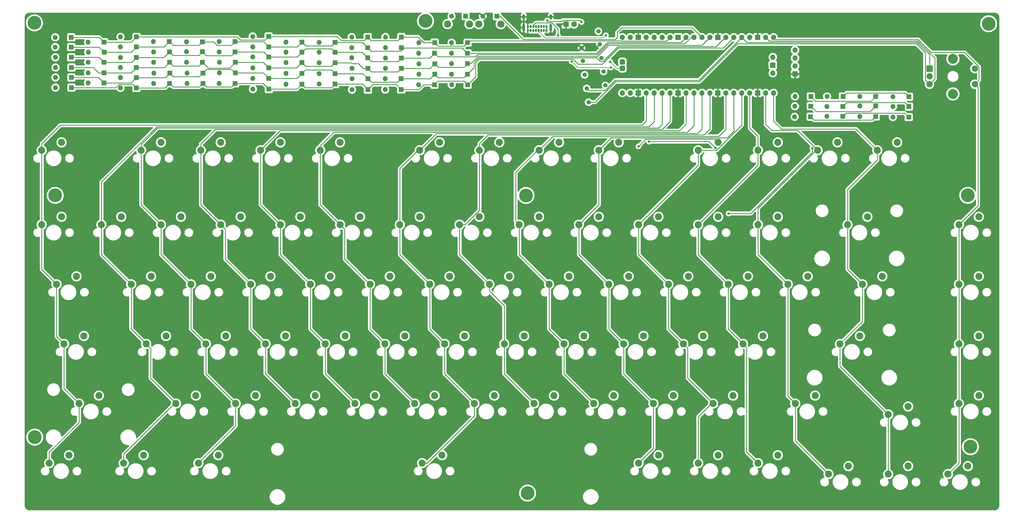
<source format=gbr>
%TF.GenerationSoftware,KiCad,Pcbnew,(6.0.1)*%
%TF.CreationDate,2022-07-13T18:13:40-04:00*%
%TF.ProjectId,Model K Pico-0.2,4d6f6465-6c20-44b2-9050-69636f2d302e,rev?*%
%TF.SameCoordinates,Original*%
%TF.FileFunction,Copper,L2,Bot*%
%TF.FilePolarity,Positive*%
%FSLAX46Y46*%
G04 Gerber Fmt 4.6, Leading zero omitted, Abs format (unit mm)*
G04 Created by KiCad (PCBNEW (6.0.1)) date 2022-07-13 18:13:40*
%MOMM*%
%LPD*%
G01*
G04 APERTURE LIST*
G04 Aperture macros list*
%AMRoundRect*
0 Rectangle with rounded corners*
0 $1 Rounding radius*
0 $2 $3 $4 $5 $6 $7 $8 $9 X,Y pos of 4 corners*
0 Add a 4 corners polygon primitive as box body*
4,1,4,$2,$3,$4,$5,$6,$7,$8,$9,$2,$3,0*
0 Add four circle primitives for the rounded corners*
1,1,$1+$1,$2,$3*
1,1,$1+$1,$4,$5*
1,1,$1+$1,$6,$7*
1,1,$1+$1,$8,$9*
0 Add four rect primitives between the rounded corners*
20,1,$1+$1,$2,$3,$4,$5,0*
20,1,$1+$1,$4,$5,$6,$7,0*
20,1,$1+$1,$6,$7,$8,$9,0*
20,1,$1+$1,$8,$9,$2,$3,0*%
%AMHorizOval*
0 Thick line with rounded ends*
0 $1 width*
0 $2 $3 position (X,Y) of the first rounded end (center of the circle)*
0 $4 $5 position (X,Y) of the second rounded end (center of the circle)*
0 Add line between two ends*
20,1,$1,$2,$3,$4,$5,0*
0 Add two circle primitives to create the rounded ends*
1,1,$1,$2,$3*
1,1,$1,$4,$5*%
G04 Aperture macros list end*
%TA.AperFunction,ComponentPad*%
%ADD10C,2.250000*%
%TD*%
%TA.AperFunction,ComponentPad*%
%ADD11R,1.600000X1.600000*%
%TD*%
%TA.AperFunction,ComponentPad*%
%ADD12O,1.600000X1.600000*%
%TD*%
%TA.AperFunction,ComponentPad*%
%ADD13R,1.550000X1.550000*%
%TD*%
%TA.AperFunction,ComponentPad*%
%ADD14C,1.550000*%
%TD*%
%TA.AperFunction,ComponentPad*%
%ADD15C,2.300000*%
%TD*%
%TA.AperFunction,ComponentPad*%
%ADD16R,1.800000X1.800000*%
%TD*%
%TA.AperFunction,ComponentPad*%
%ADD17C,1.800000*%
%TD*%
%TA.AperFunction,ComponentPad*%
%ADD18O,0.650000X1.000000*%
%TD*%
%TA.AperFunction,ComponentPad*%
%ADD19O,0.900000X1.700000*%
%TD*%
%TA.AperFunction,ComponentPad*%
%ADD20O,0.900000X2.400000*%
%TD*%
%TA.AperFunction,ComponentPad*%
%ADD21C,4.400000*%
%TD*%
%TA.AperFunction,ComponentPad*%
%ADD22R,1.700000X1.700000*%
%TD*%
%TA.AperFunction,ComponentPad*%
%ADD23O,1.700000X1.700000*%
%TD*%
%TA.AperFunction,ComponentPad*%
%ADD24R,2.000000X2.000000*%
%TD*%
%TA.AperFunction,ComponentPad*%
%ADD25C,2.000000*%
%TD*%
%TA.AperFunction,ComponentPad*%
%ADD26C,3.200000*%
%TD*%
%TA.AperFunction,ComponentPad*%
%ADD27C,1.400000*%
%TD*%
%TA.AperFunction,ComponentPad*%
%ADD28HorizOval,1.400000X0.000000X0.000000X0.000000X0.000000X0*%
%TD*%
%TA.AperFunction,ComponentPad*%
%ADD29RoundRect,0.437500X0.437500X-0.437500X0.437500X0.437500X-0.437500X0.437500X-0.437500X-0.437500X0*%
%TD*%
%TA.AperFunction,ViaPad*%
%ADD30C,0.800000*%
%TD*%
%TA.AperFunction,Conductor*%
%ADD31C,0.250000*%
%TD*%
%TA.AperFunction,Conductor*%
%ADD32C,0.200000*%
%TD*%
G04 APERTURE END LIST*
D10*
%TO.P,SW-1U-61,1*%
%TO.N,/col4*%
X162670000Y-154795000D03*
%TO.P,SW-1U-61,2*%
%TO.N,Net-(D61-Pad2)*%
X169020000Y-152255000D03*
%TD*%
D11*
%TO.P,D75,1*%
%TO.N,/row5*%
X177457500Y-37675000D03*
D12*
%TO.P,D75,2*%
%TO.N,Net-(D75-Pad2)*%
X172377500Y-37675000D03*
%TD*%
D10*
%TO.P,SW-1U-80,1*%
%TO.N,/col14*%
X355400000Y-154790000D03*
%TO.P,SW-1U-80,2*%
%TO.N,Net-(D80-Pad2)*%
X361750000Y-152250000D03*
%TD*%
D11*
%TO.P,D35,1*%
%TO.N,/row2*%
X145707500Y-45825000D03*
D12*
%TO.P,D35,2*%
%TO.N,Net-(D35-Pad2)*%
X140627500Y-45825000D03*
%TD*%
D10*
%TO.P,SW-1U-58,1*%
%TO.N,/col1*%
X105520000Y-154795000D03*
%TO.P,SW-1U-58,2*%
%TO.N,Net-(D58-Pad2)*%
X111870000Y-152255000D03*
%TD*%
D11*
%TO.P,D38,1*%
%TO.N,/row2*%
X177457500Y-47685000D03*
D12*
%TO.P,D38,2*%
%TO.N,Net-(D38-Pad2)*%
X172377500Y-47685000D03*
%TD*%
D10*
%TO.P,SW-2.25U-55,1*%
%TO.N,/col13*%
X317455000Y-135745000D03*
%TO.P,SW-2.25U-55,2*%
%TO.N,Net-(D55-Pad2)*%
X323805000Y-133205000D03*
%TD*%
%TO.P,SW-1U-24,1*%
%TO.N,/col11*%
X272215000Y-97645000D03*
%TO.P,SW-1U-24,2*%
%TO.N,Net-(D24-Pad2)*%
X278565000Y-95105000D03*
%TD*%
D11*
%TO.P,D78,1*%
%TO.N,/row5*%
X308055000Y-63145000D03*
D12*
%TO.P,D78,2*%
%TO.N,Net-(D78-Pad2)*%
X302975000Y-63145000D03*
%TD*%
D13*
%TO.P,SW1,1,A*%
%TO.N,Net-(R3-Pad1)*%
X197965000Y-31025000D03*
D14*
%TO.P,SW1,2,B*%
%TO.N,VCC*%
X193465000Y-31025000D03*
D15*
%TO.P,SW1,3*%
%TO.N,N/C*%
X199215000Y-33525000D03*
%TO.P,SW1,4*%
X192215000Y-33525000D03*
%TD*%
D10*
%TO.P,SW-1U-65,1*%
%TO.N,/col8*%
X238870000Y-154795000D03*
%TO.P,SW-1U-65,2*%
%TO.N,Net-(D65-Pad2)*%
X245220000Y-152255000D03*
%TD*%
D11*
%TO.P,D29,1*%
%TO.N,/row2*%
X82537500Y-49095000D03*
D12*
%TO.P,D29,2*%
%TO.N,Net-(D29-Pad2)*%
X77457500Y-49095000D03*
%TD*%
D11*
%TO.P,D33,1*%
%TO.N,/row2*%
X124437500Y-45775000D03*
D12*
%TO.P,D33,2*%
%TO.N,Net-(D33-Pad2)*%
X119357500Y-45775000D03*
%TD*%
D11*
%TO.P,D28,1*%
%TO.N,/row2*%
X72167500Y-47425000D03*
D12*
%TO.P,D28,2*%
%TO.N,Net-(D28-Pad2)*%
X67087500Y-47425000D03*
%TD*%
D10*
%TO.P,SW-1U-77,1*%
%TO.N,/col12*%
X313805000Y-177345000D03*
%TO.P,SW-1U-77,2*%
%TO.N,Net-(D77-Pad2)*%
X320155000Y-174805000D03*
%TD*%
%TO.P,SW-1U-22,1*%
%TO.N,/col9*%
X234115000Y-97645000D03*
%TO.P,SW-1U-22,2*%
%TO.N,Net-(D22-Pad2)*%
X240465000Y-95105000D03*
%TD*%
%TO.P,SW-1U-48,1*%
%TO.N,/col5*%
X172200000Y-135745000D03*
%TO.P,SW-1U-48,2*%
%TO.N,Net-(D48-Pad2)*%
X178550000Y-133205000D03*
%TD*%
D11*
%TO.P,D57,1*%
%TO.N,/row4*%
X72072500Y-40880000D03*
D12*
%TO.P,D57,2*%
%TO.N,Net-(D57-Pad2)*%
X66992500Y-40880000D03*
%TD*%
D10*
%TO.P,SW-1U-4,1*%
%TO.N,/col5*%
X151560000Y-73875000D03*
%TO.P,SW-1U-4,2*%
%TO.N,Net-(D4-Pad2)*%
X157910000Y-71335000D03*
%TD*%
D11*
%TO.P,D69,1*%
%TO.N,/row4*%
X308140000Y-59785000D03*
D12*
%TO.P,D69,2*%
%TO.N,Net-(D69-Pad2)*%
X303060000Y-59785000D03*
%TD*%
D11*
%TO.P,D48,1*%
%TO.N,/row3*%
X124402500Y-42470000D03*
D12*
%TO.P,D48,2*%
%TO.N,Net-(D48-Pad2)*%
X119322500Y-42470000D03*
%TD*%
D16*
%TO.P,LED,1,K*%
%TO.N,GND*%
X230015000Y-33585000D03*
D17*
%TO.P,LED,2,A*%
%TO.N,Net-(PowerLED1-Pad2)*%
X232555000Y-33585000D03*
%TD*%
D11*
%TO.P,D59,1*%
%TO.N,/row4*%
X92912500Y-40855000D03*
D12*
%TO.P,D59,2*%
%TO.N,Net-(D59-Pad2)*%
X87832500Y-40855000D03*
%TD*%
D10*
%TO.P,SW-1U-9,1*%
%TO.N,/col10*%
X272200000Y-73880000D03*
%TO.P,SW-1U-9,2*%
%TO.N,Net-(D9-Pad2)*%
X278550000Y-71340000D03*
%TD*%
D11*
%TO.P,D54,1*%
%TO.N,/row3*%
X188057500Y-42845000D03*
D12*
%TO.P,D54,2*%
%TO.N,Net-(D54-Pad2)*%
X182977500Y-42845000D03*
%TD*%
D11*
%TO.P,D7,1*%
%TO.N,/row0*%
X156277500Y-52715000D03*
D12*
%TO.P,D7,2*%
%TO.N,Net-(D7-Pad2)*%
X151197500Y-52715000D03*
%TD*%
D10*
%TO.P,SW-1U-32,1*%
%TO.N,/col4*%
X148385000Y-116695000D03*
%TO.P,SW-1U-32,2*%
%TO.N,Net-(D32-Pad2)*%
X154735000Y-114155000D03*
%TD*%
D18*
%TO.P,USB1,A1,GND*%
%TO.N,GND*%
X223805000Y-35625000D03*
%TO.P,USB1,A4,VBUS*%
%TO.N,VCC*%
X222955000Y-35625000D03*
%TO.P,USB1,A5,CC1*%
%TO.N,Net-(R1-Pad2)*%
X222105000Y-35625000D03*
%TO.P,USB1,A6,D+*%
%TO.N,/D+*%
X221255000Y-35625000D03*
%TO.P,USB1,A7,D-*%
%TO.N,/D-*%
X220405000Y-35625000D03*
%TO.P,USB1,A8,SBU1*%
%TO.N,unconnected-(USB1-PadA8)*%
X219555000Y-35625000D03*
%TO.P,USB1,A9,VBUS*%
%TO.N,VCC*%
X218705000Y-35625000D03*
%TO.P,USB1,A12,GND*%
%TO.N,GND*%
X217855000Y-35625000D03*
%TO.P,USB1,B1,GND*%
X217850000Y-34300000D03*
%TO.P,USB1,B4,VBUS*%
%TO.N,VCC*%
X218700000Y-34300000D03*
%TO.P,USB1,B5,CC2*%
%TO.N,Net-(R2-Pad1)*%
X219550000Y-34300000D03*
%TO.P,USB1,B6,D+*%
%TO.N,/D+*%
X220400000Y-34300000D03*
%TO.P,USB1,B7,D-*%
%TO.N,/D-*%
X221250000Y-34300000D03*
%TO.P,USB1,B8,SBU2*%
%TO.N,unconnected-(USB1-PadB8)*%
X222100000Y-34300000D03*
%TO.P,USB1,B9,VBUS*%
%TO.N,VCC*%
X222950000Y-34300000D03*
%TO.P,USB1,B12,GND*%
%TO.N,GND*%
X223805000Y-34300000D03*
D19*
%TO.P,USB1,S1,SHIELD*%
X216505000Y-31265000D03*
X225155000Y-31265000D03*
D20*
X225155000Y-34645000D03*
X216505000Y-34645000D03*
%TD*%
D10*
%TO.P,SW-1U-16,1*%
%TO.N,/col3*%
X119815000Y-97645000D03*
%TO.P,SW-1U-16,2*%
%TO.N,Net-(D16-Pad2)*%
X126165000Y-95105000D03*
%TD*%
D11*
%TO.P,D16,1*%
%TO.N,/row1*%
X103512500Y-49200000D03*
D12*
%TO.P,D16,2*%
%TO.N,Net-(D16-Pad2)*%
X98432500Y-49200000D03*
%TD*%
D21*
%TO.P,,1*%
%TO.N,N/C*%
X358240000Y-88285000D03*
%TD*%
D11*
%TO.P,D65,1*%
%TO.N,/row4*%
X156302500Y-39365000D03*
D12*
%TO.P,D65,2*%
%TO.N,Net-(D65-Pad2)*%
X151222500Y-39365000D03*
%TD*%
D10*
%TO.P,SW-1U-50,1*%
%TO.N,/col7*%
X210300000Y-135745000D03*
%TO.P,SW-1U-50,2*%
%TO.N,Net-(D50-Pad2)*%
X216650000Y-133205000D03*
%TD*%
D11*
%TO.P,D73,1*%
%TO.N,/row5*%
X135102500Y-37500000D03*
D12*
%TO.P,D73,2*%
%TO.N,Net-(D73-Pad2)*%
X130022500Y-37500000D03*
%TD*%
D10*
%TO.P,SW-1.25U-71,1*%
%TO.N,/col1*%
X88850000Y-173850000D03*
%TO.P,SW-1.25U-71,2*%
%TO.N,Net-(D71-Pad2)*%
X95200000Y-171310000D03*
%TD*%
%TO.P,SW-1U-36,1*%
%TO.N,/col8*%
X224585000Y-116695000D03*
%TO.P,SW-1U-36,2*%
%TO.N,Net-(D36-Pad2)*%
X230935000Y-114155000D03*
%TD*%
D11*
%TO.P,D40,1*%
%TO.N,/row2*%
X198537500Y-46205000D03*
D12*
%TO.P,D40,2*%
%TO.N,Net-(D40-Pad2)*%
X193457500Y-46205000D03*
%TD*%
D11*
%TO.P,D14,1*%
%TO.N,/row1*%
X82537500Y-52330000D03*
D12*
%TO.P,D14,2*%
%TO.N,Net-(D14-Pad2)*%
X77457500Y-52330000D03*
%TD*%
D22*
%TO.P,I2CHeader1,1,Pin_1*%
%TO.N,GND*%
X303085000Y-49475000D03*
D23*
%TO.P,I2CHeader1,2,Pin_2*%
%TO.N,/3.3V*%
X303085000Y-46935000D03*
%TO.P,I2CHeader1,3,Pin_3*%
%TO.N,/SCL*%
X303085000Y-44395000D03*
%TO.P,I2CHeader1,4,Pin_4*%
%TO.N,/SDA*%
X303085000Y-41855000D03*
%TD*%
D11*
%TO.P,D30,1*%
%TO.N,/row2*%
X92847500Y-47400000D03*
D12*
%TO.P,D30,2*%
%TO.N,Net-(D30-Pad2)*%
X87767500Y-47400000D03*
%TD*%
D10*
%TO.P,SW-1.5U-28,1*%
%TO.N,/col0*%
X67425000Y-116700000D03*
%TO.P,SW-1.5U-28,2*%
%TO.N,Net-(D28-Pad2)*%
X73775000Y-114160000D03*
%TD*%
D11*
%TO.P,D70,1*%
%TO.N,/row5*%
X72072500Y-37775000D03*
D12*
%TO.P,D70,2*%
%TO.N,Net-(D70-Pad2)*%
X66992500Y-37775000D03*
%TD*%
D11*
%TO.P,D47,1*%
%TO.N,/row3*%
X113967500Y-42375000D03*
D12*
%TO.P,D47,2*%
%TO.N,Net-(D47-Pad2)*%
X108887500Y-42375000D03*
%TD*%
D11*
%TO.P,D18,1*%
%TO.N,/row1*%
X124437500Y-49145000D03*
D12*
%TO.P,D18,2*%
%TO.N,Net-(D18-Pad2)*%
X119357500Y-49145000D03*
%TD*%
D10*
%TO.P,SW-1U-20,1*%
%TO.N,/col7*%
X196015000Y-97645000D03*
%TO.P,SW-1U-20,2*%
%TO.N,Net-(D20-Pad2)*%
X202365000Y-95105000D03*
%TD*%
%TO.P,SW-1.25U-70,1*%
%TO.N,/col0*%
X65040000Y-173850000D03*
%TO.P,SW-1.25U-70,2*%
%TO.N,Net-(D70-Pad2)*%
X71390000Y-171310000D03*
%TD*%
D11*
%TO.P,D13,1*%
%TO.N,/row1*%
X72137500Y-50600000D03*
D12*
%TO.P,D13,2*%
%TO.N,Net-(D13-Pad2)*%
X67057500Y-50600000D03*
%TD*%
D11*
%TO.P,D60,1*%
%TO.N,/row4*%
X103417500Y-39120000D03*
D12*
%TO.P,D60,2*%
%TO.N,Net-(D60-Pad2)*%
X98337500Y-39120000D03*
%TD*%
D11*
%TO.P,D44,1*%
%TO.N,/row3*%
X82550949Y-45740918D03*
D12*
%TO.P,D44,2*%
%TO.N,Net-(D44-Pad2)*%
X77470949Y-45740918D03*
%TD*%
D10*
%TO.P,SW-1U-74,1*%
%TO.N,/col9*%
X253155000Y-173845000D03*
%TO.P,SW-1U-74,2*%
%TO.N,Net-(D74-Pad2)*%
X259505000Y-171305000D03*
%TD*%
D11*
%TO.P,D76,1*%
%TO.N,/row5*%
X188087500Y-39445000D03*
D12*
%TO.P,D76,2*%
%TO.N,Net-(D76-Pad2)*%
X183007500Y-39445000D03*
%TD*%
D10*
%TO.P,SW-1U-35,1*%
%TO.N,/col7*%
X205535000Y-116695000D03*
%TO.P,SW-1U-35,2*%
%TO.N,Net-(D35-Pad2)*%
X211885000Y-114155000D03*
%TD*%
D24*
%TO.P,ROTARY1,A,A*%
%TO.N,/RESCLK*%
X345995000Y-47765000D03*
D25*
%TO.P,ROTARY1,B,B*%
%TO.N,/RESDATA*%
X345995000Y-52765000D03*
%TO.P,ROTARY1,C,C*%
%TO.N,GND*%
X345995000Y-50265000D03*
D26*
%TO.P,ROTARY1,MP*%
%TO.N,N/C*%
X353495000Y-44665000D03*
X353495000Y-55865000D03*
D25*
%TO.P,ROTARY1,S1,S1*%
%TO.N,/col14*%
X360495000Y-52765000D03*
%TO.P,ROTARY1,S2,S2*%
%TO.N,/RES*%
X360495000Y-47765000D03*
%TD*%
D11*
%TO.P,D77,1*%
%TO.N,/row5*%
X198572500Y-39480000D03*
D12*
%TO.P,D77,2*%
%TO.N,Net-(D77-Pad2)*%
X193492500Y-39480000D03*
%TD*%
D11*
%TO.P,D61,1*%
%TO.N,/row4*%
X114002500Y-39200000D03*
D12*
%TO.P,D61,2*%
%TO.N,Net-(D61-Pad2)*%
X108922500Y-39200000D03*
%TD*%
D10*
%TO.P,SW-1U-3,1*%
%TO.N,/col4*%
X132510000Y-73875000D03*
%TO.P,SW-1U-3,2*%
%TO.N,Net-(D3-Pad2)*%
X138860000Y-71335000D03*
%TD*%
%TO.P,SW-1U-8,1*%
%TO.N,/col9*%
X240470000Y-73865000D03*
%TO.P,SW-1U-8,2*%
%TO.N,Net-(D8-Pad2)*%
X246820000Y-71325000D03*
%TD*%
%TO.P,SW-1U-7,1*%
%TO.N,/col8*%
X221420000Y-73865000D03*
%TO.P,SW-1U-7,2*%
%TO.N,Net-(D7-Pad2)*%
X227770000Y-71325000D03*
%TD*%
D11*
%TO.P,D8,1*%
%TO.N,/row0*%
X166777500Y-54470000D03*
D12*
%TO.P,D8,2*%
%TO.N,Net-(D8-Pad2)*%
X161697500Y-54470000D03*
%TD*%
D11*
%TO.P,D25,1*%
%TO.N,/row1*%
X198557500Y-49565000D03*
D12*
%TO.P,D25,2*%
%TO.N,Net-(D25-Pad2)*%
X193477500Y-49565000D03*
%TD*%
D10*
%TO.P,SW-1U-31,1*%
%TO.N,/col3*%
X129335000Y-116695000D03*
%TO.P,SW-1U-31,2*%
%TO.N,Net-(D31-Pad2)*%
X135685000Y-114155000D03*
%TD*%
D11*
%TO.P,D52,1*%
%TO.N,/row3*%
X166742500Y-44330000D03*
D12*
%TO.P,D52,2*%
%TO.N,Net-(D52-Pad2)*%
X161662500Y-44330000D03*
%TD*%
D10*
%TO.P,SW-1U-0,1*%
%TO.N,/col0*%
X62665000Y-73875000D03*
%TO.P,SW-1U-0,2*%
%TO.N,Net-(D0-Pad2)*%
X69015000Y-71335000D03*
%TD*%
D11*
%TO.P,D41,1*%
%TO.N,/row2*%
X318337500Y-63020000D03*
D12*
%TO.P,D41,2*%
%TO.N,Net-(D41-Pad2)*%
X313257500Y-63020000D03*
%TD*%
D11*
%TO.P,D62,1*%
%TO.N,/row4*%
X124402500Y-39170000D03*
D12*
%TO.P,D62,2*%
%TO.N,Net-(D62-Pad2)*%
X119322500Y-39170000D03*
%TD*%
D11*
%TO.P,D55,1*%
%TO.N,/row3*%
X308150000Y-56670000D03*
D12*
%TO.P,D55,2*%
%TO.N,Net-(D55-Pad2)*%
X303070000Y-56670000D03*
%TD*%
D11*
%TO.P,D22,1*%
%TO.N,/row1*%
X166762500Y-50995000D03*
D12*
%TO.P,D22,2*%
%TO.N,Net-(D22-Pad2)*%
X161682500Y-50995000D03*
%TD*%
D27*
%TO.P,R2,1*%
%TO.N,Net-(R2-Pad1)*%
X235400924Y-45334077D03*
D28*
%TO.P,R2,2*%
%TO.N,GND*%
X240789078Y-39945923D03*
%TD*%
D11*
%TO.P,D43,1*%
%TO.N,/row3*%
X72102500Y-44155000D03*
D12*
%TO.P,D43,2*%
%TO.N,Net-(D43-Pad2)*%
X67022500Y-44155000D03*
%TD*%
D10*
%TO.P,SW-1U-34,1*%
%TO.N,/col6*%
X186485000Y-116695000D03*
%TO.P,SW-1U-34,2*%
%TO.N,Net-(D34-Pad2)*%
X192835000Y-114155000D03*
%TD*%
%TO.P,SW-1U-78,1*%
%TO.N,/col13*%
X332855000Y-177345000D03*
%TO.P,SW-1U-78,2*%
%TO.N,Net-(D78-Pad2)*%
X339205000Y-174805000D03*
%TD*%
%TO.P,SW-1.5U-41,1*%
%TO.N,/col13*%
X324605000Y-116695000D03*
%TO.P,SW-1.5U-41,2*%
%TO.N,Net-(D41-Pad2)*%
X330955000Y-114155000D03*
%TD*%
%TO.P,SW-1U-14,1*%
%TO.N,/col1*%
X81715000Y-97645000D03*
%TO.P,SW-1U-14,2*%
%TO.N,Net-(D14-Pad2)*%
X88065000Y-95105000D03*
%TD*%
%TO.P,SW-1U-67,1*%
%TO.N,/col10*%
X276970000Y-154795000D03*
%TO.P,SW-1U-67,2*%
%TO.N,Net-(D67-Pad2)*%
X283320000Y-152255000D03*
%TD*%
%TO.P,SW-1U-66,1*%
%TO.N,/col9*%
X257920000Y-154795000D03*
%TO.P,SW-1U-66,2*%
%TO.N,Net-(D66-Pad2)*%
X264270000Y-152255000D03*
%TD*%
D11*
%TO.P,D58,1*%
%TO.N,/row4*%
X82602500Y-42515000D03*
D12*
%TO.P,D58,2*%
%TO.N,Net-(D58-Pad2)*%
X77522500Y-42515000D03*
%TD*%
D10*
%TO.P,SW-1U-59,1*%
%TO.N,/col2*%
X124570000Y-154795000D03*
%TO.P,SW-1U-59,2*%
%TO.N,Net-(D59-Pad2)*%
X130920000Y-152255000D03*
%TD*%
D21*
%TO.P,,1*%
%TO.N,N/C*%
X359090000Y-168615000D03*
%TD*%
D27*
%TO.P,R4,1*%
%TO.N,/RESCLK*%
X236613310Y-54091463D03*
D28*
%TO.P,R4,2*%
%TO.N,VCC*%
X242001464Y-48703309D03*
%TD*%
D21*
%TO.P,,1*%
%TO.N,N/C*%
X217220000Y-88300000D03*
%TD*%
D11*
%TO.P,D56,1*%
%TO.N,/row3*%
X328872500Y-56670000D03*
D12*
%TO.P,D56,2*%
%TO.N,Net-(D56-Pad2)*%
X323792500Y-56670000D03*
%TD*%
D10*
%TO.P,SW-1.75U-43,1*%
%TO.N,/col0*%
X69805000Y-135750000D03*
%TO.P,SW-1.75U-43,2*%
%TO.N,Net-(D43-Pad2)*%
X76155000Y-133210000D03*
%TD*%
D11*
%TO.P,D81,1*%
%TO.N,/row0*%
X339442500Y-56770000D03*
D12*
%TO.P,D81,2*%
%TO.N,/RES*%
X334362500Y-56770000D03*
%TD*%
D11*
%TO.P,D12,1*%
%TO.N,/row0*%
X318392500Y-56675000D03*
D12*
%TO.P,D12,2*%
%TO.N,Net-(D12-Pad2)*%
X313312500Y-56675000D03*
%TD*%
D10*
%TO.P,SW-1U-5,1*%
%TO.N,/col6*%
X183320000Y-73865000D03*
%TO.P,SW-1U-5,2*%
%TO.N,Net-(D5-Pad2)*%
X189670000Y-71325000D03*
%TD*%
D27*
%TO.P,R5,1*%
%TO.N,/RESDATA*%
X237198310Y-58521463D03*
D28*
%TO.P,R5,2*%
%TO.N,VCC*%
X242586464Y-53133309D03*
%TD*%
D11*
%TO.P,D21,1*%
%TO.N,/row1*%
X156277500Y-49360000D03*
D12*
%TO.P,D21,2*%
%TO.N,Net-(D21-Pad2)*%
X151197500Y-49360000D03*
%TD*%
D10*
%TO.P,SW-1U-1,1*%
%TO.N,/col2*%
X94410000Y-73875000D03*
%TO.P,SW-1U-1,2*%
%TO.N,Net-(D1-Pad2)*%
X100760000Y-71335000D03*
%TD*%
%TO.P,SW-1U-17,1*%
%TO.N,/col4*%
X138865000Y-97645000D03*
%TO.P,SW-1U-17,2*%
%TO.N,Net-(D17-Pad2)*%
X145215000Y-95105000D03*
%TD*%
D11*
%TO.P,D80,1*%
%TO.N,/row4*%
X328842500Y-59725000D03*
D12*
%TO.P,D80,2*%
%TO.N,Net-(D80-Pad2)*%
X323762500Y-59725000D03*
%TD*%
D10*
%TO.P,SW-1U-39,1*%
%TO.N,/col11*%
X281735000Y-116695000D03*
%TO.P,SW-1U-39,2*%
%TO.N,Net-(D39-Pad2)*%
X288085000Y-114155000D03*
%TD*%
%TO.P,SW-1U-54,1*%
%TO.N,/col11*%
X286500000Y-135745000D03*
%TO.P,SW-1U-54,2*%
%TO.N,Net-(D54-Pad2)*%
X292850000Y-133205000D03*
%TD*%
D11*
%TO.P,D9,1*%
%TO.N,/row0*%
X177392500Y-54460000D03*
D12*
%TO.P,D9,2*%
%TO.N,Net-(D9-Pad2)*%
X172312500Y-54460000D03*
%TD*%
D10*
%TO.P,SW-1U-30,1*%
%TO.N,/col2*%
X110285000Y-116695000D03*
%TO.P,SW-1U-30,2*%
%TO.N,Net-(D30-Pad2)*%
X116635000Y-114155000D03*
%TD*%
D11*
%TO.P,D63,1*%
%TO.N,/row4*%
X135132500Y-40805000D03*
D12*
%TO.P,D63,2*%
%TO.N,Net-(D63-Pad2)*%
X130052500Y-40805000D03*
%TD*%
D11*
%TO.P,D3,1*%
%TO.N,/row0*%
X114097500Y-52515000D03*
D12*
%TO.P,D3,2*%
%TO.N,Net-(D3-Pad2)*%
X109017500Y-52515000D03*
%TD*%
D10*
%TO.P,SW-1U-38,1*%
%TO.N,/col10*%
X262685000Y-116695000D03*
%TO.P,SW-1U-38,2*%
%TO.N,Net-(D38-Pad2)*%
X269035000Y-114155000D03*
%TD*%
D21*
%TO.P,,1*%
%TO.N,N/C*%
X185185000Y-32565000D03*
%TD*%
D27*
%TO.P,R3,1*%
%TO.N,Net-(R3-Pad1)*%
X235943310Y-49761463D03*
D28*
%TO.P,R3,2*%
%TO.N,Net-(PowerLED1-Pad2)*%
X241331464Y-44373309D03*
%TD*%
D10*
%TO.P,SW-1U-44,1*%
%TO.N,/col1*%
X96000000Y-135745000D03*
%TO.P,SW-1U-44,2*%
%TO.N,Net-(D44-Pad2)*%
X102350000Y-133205000D03*
%TD*%
%TO.P,SW-1U-56,1*%
%TO.N,/col14*%
X355400000Y-135740000D03*
%TO.P,SW-1U-56,2*%
%TO.N,Net-(D56-Pad2)*%
X361750000Y-133200000D03*
%TD*%
D11*
%TO.P,D11,1*%
%TO.N,/row0*%
X198602500Y-52900000D03*
D12*
%TO.P,D11,2*%
%TO.N,Net-(D11-Pad2)*%
X193522500Y-52900000D03*
%TD*%
D10*
%TO.P,SW-1U-75,1*%
%TO.N,/col10*%
X272205000Y-173845000D03*
%TO.P,SW-1U-75,2*%
%TO.N,Net-(D75-Pad2)*%
X278555000Y-171305000D03*
%TD*%
%TO.P,SW-1U-21,1*%
%TO.N,/col8*%
X215065000Y-97645000D03*
%TO.P,SW-1U-21,2*%
%TO.N,Net-(D21-Pad2)*%
X221415000Y-95105000D03*
%TD*%
D11*
%TO.P,D51,1*%
%TO.N,/row3*%
X156292500Y-42545000D03*
D12*
%TO.P,D51,2*%
%TO.N,Net-(D51-Pad2)*%
X151212500Y-42545000D03*
%TD*%
D11*
%TO.P,D37,1*%
%TO.N,/row2*%
X166762500Y-47680000D03*
D12*
%TO.P,D37,2*%
%TO.N,Net-(D37-Pad2)*%
X161682500Y-47680000D03*
%TD*%
D10*
%TO.P,SW-1U-53,1*%
%TO.N,/col10*%
X267450000Y-135745000D03*
%TO.P,SW-1U-53,2*%
%TO.N,Net-(D53-Pad2)*%
X273800000Y-133205000D03*
%TD*%
%TO.P,SW-1U-13,1*%
%TO.N,/col0*%
X62665000Y-97645000D03*
%TO.P,SW-1U-13,2*%
%TO.N,Net-(D13-Pad2)*%
X69015000Y-95105000D03*
%TD*%
%TO.P,SW-1U-42,1*%
%TO.N,/col14*%
X355400000Y-116690000D03*
%TO.P,SW-1U-42,2*%
%TO.N,Net-(D42-Pad2)*%
X361750000Y-114150000D03*
%TD*%
%TO.P,SW-1U-79,1*%
%TO.N,/col14*%
X351905000Y-177345000D03*
%TO.P,SW-1U-79,2*%
%TO.N,Net-(D79-Pad2)*%
X358255000Y-174805000D03*
%TD*%
D11*
%TO.P,D71,1*%
%TO.N,/row5*%
X82572500Y-39310000D03*
D12*
%TO.P,D71,2*%
%TO.N,Net-(D71-Pad2)*%
X77492500Y-39310000D03*
%TD*%
D11*
%TO.P,D34,1*%
%TO.N,/row2*%
X135102500Y-47545000D03*
D12*
%TO.P,D34,2*%
%TO.N,Net-(D34-Pad2)*%
X130022500Y-47545000D03*
%TD*%
D10*
%TO.P,SW-1U-76,1*%
%TO.N,/col11*%
X291255000Y-173845000D03*
%TO.P,SW-1U-76,2*%
%TO.N,Net-(D76-Pad2)*%
X297605000Y-171305000D03*
%TD*%
D11*
%TO.P,D6,1*%
%TO.N,/row0*%
X145677500Y-52730000D03*
D12*
%TO.P,D6,2*%
%TO.N,Net-(D6-Pad2)*%
X140597500Y-52730000D03*
%TD*%
D11*
%TO.P,D15,1*%
%TO.N,/row1*%
X92847500Y-50635000D03*
D12*
%TO.P,D15,2*%
%TO.N,Net-(D15-Pad2)*%
X87767500Y-50635000D03*
%TD*%
D11*
%TO.P,D46,1*%
%TO.N,/row3*%
X103447500Y-42425000D03*
D12*
%TO.P,D46,2*%
%TO.N,Net-(D46-Pad2)*%
X98367500Y-42425000D03*
%TD*%
D11*
%TO.P,D74,1*%
%TO.N,/row5*%
X166697500Y-37700000D03*
D12*
%TO.P,D74,2*%
%TO.N,Net-(D74-Pad2)*%
X161617500Y-37700000D03*
%TD*%
D11*
%TO.P,D24,1*%
%TO.N,/row1*%
X188087500Y-49585000D03*
D12*
%TO.P,D24,2*%
%TO.N,Net-(D24-Pad2)*%
X183007500Y-49585000D03*
%TD*%
D11*
%TO.P,D26,1*%
%TO.N,/row1*%
X318357500Y-59850000D03*
D12*
%TO.P,D26,2*%
%TO.N,Net-(D26-Pad2)*%
X313277500Y-59850000D03*
%TD*%
D10*
%TO.P,SW-1U-45,1*%
%TO.N,/col2*%
X115050000Y-135745000D03*
%TO.P,SW-1U-45,2*%
%TO.N,Net-(D45-Pad2)*%
X121400000Y-133205000D03*
%TD*%
D11*
%TO.P,D23,1*%
%TO.N,/row1*%
X177392500Y-50990000D03*
D12*
%TO.P,D23,2*%
%TO.N,Net-(D23-Pad2)*%
X172312500Y-50990000D03*
%TD*%
D11*
%TO.P,D66,1*%
%TO.N,/row4*%
X166697500Y-41080000D03*
D12*
%TO.P,D66,2*%
%TO.N,Net-(D66-Pad2)*%
X161617500Y-41080000D03*
%TD*%
D10*
%TO.P,SW-1.75U-68,1*%
%TO.N,/col12*%
X303165000Y-154795000D03*
%TO.P,SW-1.75U-68,2*%
%TO.N,Net-(D68-Pad2)*%
X309515000Y-152255000D03*
%TD*%
D11*
%TO.P,D10,1*%
%TO.N,/row0*%
X188022500Y-52920000D03*
D12*
%TO.P,D10,2*%
%TO.N,Net-(D10-Pad2)*%
X182942500Y-52920000D03*
%TD*%
D21*
%TO.P,,1*%
%TO.N,N/C*%
X66980000Y-88285000D03*
%TD*%
D10*
%TO.P,SW-1U-51,1*%
%TO.N,/col8*%
X229350000Y-135745000D03*
%TO.P,SW-1U-51,2*%
%TO.N,Net-(D51-Pad2)*%
X235700000Y-133205000D03*
%TD*%
D23*
%TO.P,RPI1,1,GPIO0*%
%TO.N,/SDA*%
X247995000Y-55535000D03*
%TO.P,RPI1,2,GPIO1*%
%TO.N,/SCL*%
X250535000Y-55535000D03*
D22*
%TO.P,RPI1,3,GND*%
%TO.N,GND*%
X253075000Y-55535000D03*
D23*
%TO.P,RPI1,4,GPIO2*%
%TO.N,/col0*%
X255615000Y-55535000D03*
%TO.P,RPI1,5,GPIO3*%
%TO.N,/col1*%
X258155000Y-55535000D03*
%TO.P,RPI1,6,GPIO4*%
%TO.N,/col2*%
X260695000Y-55535000D03*
%TO.P,RPI1,7,GPIO5*%
%TO.N,/col3*%
X263235000Y-55535000D03*
D22*
%TO.P,RPI1,8,GND*%
%TO.N,GND*%
X265775000Y-55535000D03*
D23*
%TO.P,RPI1,9,GPIO6*%
%TO.N,/col4*%
X268315000Y-55535000D03*
%TO.P,RPI1,10,GPIO7*%
%TO.N,/col5*%
X270855000Y-55535000D03*
%TO.P,RPI1,11,GPIO8*%
%TO.N,/col6*%
X273395000Y-55535000D03*
%TO.P,RPI1,12,GPIO9*%
%TO.N,/col7*%
X275935000Y-55535000D03*
D22*
%TO.P,RPI1,13,GND*%
%TO.N,GND*%
X278475000Y-55535000D03*
D23*
%TO.P,RPI1,14,GPIO10*%
%TO.N,/col8*%
X281015000Y-55535000D03*
%TO.P,RPI1,15,GPIO11*%
%TO.N,/col9*%
X283555000Y-55535000D03*
%TO.P,RPI1,16,GPIO12*%
%TO.N,/col10*%
X286095000Y-55535000D03*
%TO.P,RPI1,17,GPIO13*%
%TO.N,/col11*%
X288635000Y-55535000D03*
D22*
%TO.P,RPI1,18,GND*%
%TO.N,GND*%
X291175000Y-55535000D03*
D23*
%TO.P,RPI1,19,GPIO14*%
%TO.N,/col12*%
X293715000Y-55535000D03*
%TO.P,RPI1,20,GPIO15*%
%TO.N,/col13*%
X296255000Y-55535000D03*
%TO.P,RPI1,21,GPIO16*%
%TO.N,/col14*%
X296255000Y-37755000D03*
%TO.P,RPI1,22,GPIO17*%
%TO.N,/RESDATA*%
X293715000Y-37755000D03*
D22*
%TO.P,RPI1,23,GND*%
%TO.N,GND*%
X291175000Y-37755000D03*
D23*
%TO.P,RPI1,24,GPIO18*%
%TO.N,unconnected-(RPI1-Pad24)*%
X288635000Y-37755000D03*
%TO.P,RPI1,25,GPIO19*%
%TO.N,/RESCLK*%
X286095000Y-37755000D03*
%TO.P,RPI1,26,GPIO20*%
%TO.N,/row0*%
X283555000Y-37755000D03*
%TO.P,RPI1,27,GPIO21*%
%TO.N,/row1*%
X281015000Y-37755000D03*
D22*
%TO.P,RPI1,28,GND*%
%TO.N,GND*%
X278475000Y-37755000D03*
D23*
%TO.P,RPI1,29,GPIO22*%
%TO.N,/row2*%
X275935000Y-37755000D03*
%TO.P,RPI1,30,RUN*%
%TO.N,/RESET*%
X273395000Y-37755000D03*
%TO.P,RPI1,31,GPIO26_ADC0*%
%TO.N,/row3*%
X270855000Y-37755000D03*
%TO.P,RPI1,32,GPIO27_ADC1*%
%TO.N,/row4*%
X268315000Y-37755000D03*
D22*
%TO.P,RPI1,33,AGND*%
%TO.N,unconnected-(RPI1-Pad33)*%
X265775000Y-37755000D03*
D23*
%TO.P,RPI1,34,GPIO28_ADC2*%
%TO.N,/row5*%
X263235000Y-37755000D03*
%TO.P,RPI1,35,ADC_VREF*%
%TO.N,unconnected-(RPI1-Pad35)*%
X260695000Y-37755000D03*
%TO.P,RPI1,36,3V3*%
%TO.N,/3.3V*%
X258155000Y-37755000D03*
%TO.P,RPI1,37,3V3_EN*%
%TO.N,unconnected-(RPI1-Pad37)*%
X255615000Y-37755000D03*
D22*
%TO.P,RPI1,38,GND*%
%TO.N,GND*%
X253075000Y-37755000D03*
D23*
%TO.P,RPI1,39,VSYS*%
%TO.N,unconnected-(RPI1-Pad39)*%
X250535000Y-37755000D03*
%TO.P,RPI1,40,VBUS*%
%TO.N,VCC*%
X247995000Y-37755000D03*
%TO.P,RPI1,41,SWCLK*%
%TO.N,unconnected-(RPI1-Pad41)*%
X296025000Y-49185000D03*
D22*
%TO.P,RPI1,42,GND*%
%TO.N,unconnected-(RPI1-Pad42)*%
X296025000Y-46645000D03*
D23*
%TO.P,RPI1,43,SWDIO*%
%TO.N,unconnected-(RPI1-Pad43)*%
X296025000Y-44105000D03*
D29*
%TO.P,RPI1,TP2,USB_DM*%
%TO.N,/D-*%
X248000000Y-45629000D03*
%TO.P,RPI1,TP3,USB_DP*%
%TO.N,/D+*%
X248000000Y-47661000D03*
%TD*%
D11*
%TO.P,D19,1*%
%TO.N,/row1*%
X135167500Y-50910000D03*
D12*
%TO.P,D19,2*%
%TO.N,Net-(D19-Pad2)*%
X130087500Y-50910000D03*
%TD*%
D11*
%TO.P,D4,1*%
%TO.N,/row0*%
X124402500Y-52485000D03*
D12*
%TO.P,D4,2*%
%TO.N,Net-(D4-Pad2)*%
X119322500Y-52485000D03*
%TD*%
D11*
%TO.P,D49,1*%
%TO.N,/row3*%
X135102500Y-44075000D03*
D12*
%TO.P,D49,2*%
%TO.N,Net-(D49-Pad2)*%
X130022500Y-44075000D03*
%TD*%
D11*
%TO.P,D64,1*%
%TO.N,/row4*%
X145717500Y-39295000D03*
D12*
%TO.P,D64,2*%
%TO.N,Net-(D64-Pad2)*%
X140637500Y-39295000D03*
%TD*%
D11*
%TO.P,D36,1*%
%TO.N,/row2*%
X156277500Y-45870000D03*
D12*
%TO.P,D36,2*%
%TO.N,Net-(D36-Pad2)*%
X151197500Y-45870000D03*
%TD*%
D10*
%TO.P,SW-1U-10,1*%
%TO.N,/col11*%
X291250000Y-73875000D03*
%TO.P,SW-1U-10,2*%
%TO.N,Net-(D10-Pad2)*%
X297600000Y-71335000D03*
%TD*%
%TO.P,SW-1U-29,1*%
%TO.N,/col1*%
X91235000Y-116695000D03*
%TO.P,SW-1U-29,2*%
%TO.N,Net-(D29-Pad2)*%
X97585000Y-114155000D03*
%TD*%
D21*
%TO.P,REF\u002A\u002A,1*%
%TO.N,N/C*%
X364885000Y-33430000D03*
%TD*%
D10*
%TO.P,SW-1U-37,1*%
%TO.N,/col9*%
X243635000Y-116695000D03*
%TO.P,SW-1U-37,2*%
%TO.N,Net-(D37-Pad2)*%
X249985000Y-114155000D03*
%TD*%
D11*
%TO.P,D72,1*%
%TO.N,/row5*%
X92912500Y-37650000D03*
D12*
%TO.P,D72,2*%
%TO.N,Net-(D72-Pad2)*%
X87832500Y-37650000D03*
%TD*%
D11*
%TO.P,D17,1*%
%TO.N,/row1*%
X114097500Y-49180000D03*
D12*
%TO.P,D17,2*%
%TO.N,Net-(D17-Pad2)*%
X109017500Y-49180000D03*
%TD*%
D11*
%TO.P,D32,1*%
%TO.N,/row2*%
X114002500Y-45775000D03*
D12*
%TO.P,D32,2*%
%TO.N,Net-(D32-Pad2)*%
X108922500Y-45775000D03*
%TD*%
D10*
%TO.P,SW-1U-12,1*%
%TO.N,/col13*%
X329350000Y-73875000D03*
%TO.P,SW-1U-12,2*%
%TO.N,Net-(D12-Pad2)*%
X335700000Y-71335000D03*
%TD*%
%TO.P,SW-1U-23,1*%
%TO.N,/col10*%
X253165000Y-97645000D03*
%TO.P,SW-1U-23,2*%
%TO.N,Net-(D23-Pad2)*%
X259515000Y-95105000D03*
%TD*%
%TO.P,SW-1U-49,1*%
%TO.N,/col6*%
X191250000Y-135745000D03*
%TO.P,SW-1U-49,2*%
%TO.N,Net-(D49-Pad2)*%
X197600000Y-133205000D03*
%TD*%
D11*
%TO.P,D79,1*%
%TO.N,/row5*%
X328842500Y-63085000D03*
D12*
%TO.P,D79,2*%
%TO.N,Net-(D79-Pad2)*%
X323762500Y-63085000D03*
%TD*%
D10*
%TO.P,SW-1U-2,1*%
%TO.N,/col3*%
X113460000Y-73875000D03*
%TO.P,SW-1U-2,2*%
%TO.N,Net-(D2-Pad2)*%
X119810000Y-71335000D03*
%TD*%
%TO.P,SW-1U-19,1*%
%TO.N,/col6*%
X176965000Y-97645000D03*
%TO.P,SW-1U-19,2*%
%TO.N,Net-(D19-Pad2)*%
X183315000Y-95105000D03*
%TD*%
D21*
%TO.P,,1*%
%TO.N,N/C*%
X60455000Y-165530000D03*
%TD*%
D11*
%TO.P,D42,1*%
%TO.N,/row2*%
X339390000Y-63270000D03*
D12*
%TO.P,D42,2*%
%TO.N,Net-(D42-Pad2)*%
X334310000Y-63270000D03*
%TD*%
D11*
%TO.P,D20,1*%
%TO.N,/row1*%
X145707500Y-49275000D03*
D12*
%TO.P,D20,2*%
%TO.N,Net-(D20-Pad2)*%
X140627500Y-49275000D03*
%TD*%
D10*
%TO.P,SW-1U-69,1*%
%TO.N,/col13*%
X332855000Y-158295000D03*
%TO.P,SW-1U-69,2*%
%TO.N,Net-(D69-Pad2)*%
X339205000Y-155755000D03*
%TD*%
D21*
%TO.P,,1*%
%TO.N,N/C*%
X217730000Y-183415000D03*
%TD*%
D10*
%TO.P,SW-1U-15,1*%
%TO.N,/col2*%
X100765000Y-97645000D03*
%TO.P,SW-1U-15,2*%
%TO.N,Net-(D15-Pad2)*%
X107115000Y-95105000D03*
%TD*%
%TO.P,SW-1U-6,1*%
%TO.N,/col7*%
X202370000Y-73865000D03*
%TO.P,SW-1U-6,2*%
%TO.N,Net-(D6-Pad2)*%
X208720000Y-71325000D03*
%TD*%
D11*
%TO.P,D27,1*%
%TO.N,/row1*%
X339462500Y-59890000D03*
D12*
%TO.P,D27,2*%
%TO.N,Net-(D27-Pad2)*%
X334382500Y-59890000D03*
%TD*%
D11*
%TO.P,D39,1*%
%TO.N,/row2*%
X188087500Y-46215000D03*
D12*
%TO.P,D39,2*%
%TO.N,Net-(D39-Pad2)*%
X183007500Y-46215000D03*
%TD*%
D10*
%TO.P,SW-1U-25,1*%
%TO.N,/col12*%
X291265000Y-97645000D03*
%TO.P,SW-1U-25,2*%
%TO.N,Net-(D25-Pad2)*%
X297615000Y-95105000D03*
%TD*%
D11*
%TO.P,D68,1*%
%TO.N,/row4*%
X198557500Y-42865000D03*
D12*
%TO.P,D68,2*%
%TO.N,Net-(D68-Pad2)*%
X193477500Y-42865000D03*
%TD*%
D10*
%TO.P,SW-1U-40,1*%
%TO.N,/col12*%
X300785000Y-116695000D03*
%TO.P,SW-1U-40,2*%
%TO.N,Net-(D40-Pad2)*%
X307135000Y-114155000D03*
%TD*%
D21*
%TO.P,,1*%
%TO.N,N/C*%
X60365000Y-33150000D03*
%TD*%
D10*
%TO.P,SW-1U-11,1*%
%TO.N,/col12*%
X310300000Y-73875000D03*
%TO.P,SW-1U-11,2*%
%TO.N,Net-(D11-Pad2)*%
X316650000Y-71335000D03*
%TD*%
%TO.P,SW-1U-60,1*%
%TO.N,/col3*%
X143620000Y-154795000D03*
%TO.P,SW-1U-60,2*%
%TO.N,Net-(D60-Pad2)*%
X149970000Y-152255000D03*
%TD*%
D11*
%TO.P,D2,1*%
%TO.N,/row0*%
X103482500Y-52500000D03*
D12*
%TO.P,D2,2*%
%TO.N,Net-(D2-Pad2)*%
X98402500Y-52500000D03*
%TD*%
D11*
%TO.P,D50,1*%
%TO.N,/row3*%
X145712500Y-42560000D03*
D12*
%TO.P,D50,2*%
%TO.N,Net-(D50-Pad2)*%
X140632500Y-42560000D03*
%TD*%
D13*
%TO.P,SW-BUTTON1,1,1*%
%TO.N,/RESET*%
X207960000Y-31040000D03*
D14*
%TO.P,SW-BUTTON1,2,2*%
%TO.N,GND*%
X203460000Y-31040000D03*
D15*
%TO.P,SW-BUTTON1,3*%
%TO.N,N/C*%
X209210000Y-33540000D03*
%TO.P,SW-BUTTON1,4*%
X202210000Y-33540000D03*
%TD*%
D10*
%TO.P,SW-1U-52,1*%
%TO.N,/col9*%
X248400000Y-135745000D03*
%TO.P,SW-1U-52,2*%
%TO.N,Net-(D52-Pad2)*%
X254750000Y-133205000D03*
%TD*%
D11*
%TO.P,D53,1*%
%TO.N,/row3*%
X177457500Y-44350000D03*
D12*
%TO.P,D53,2*%
%TO.N,Net-(D53-Pad2)*%
X172377500Y-44350000D03*
%TD*%
D11*
%TO.P,D67,1*%
%TO.N,/row4*%
X177487500Y-41045000D03*
D12*
%TO.P,D67,2*%
%TO.N,Net-(D67-Pad2)*%
X172407500Y-41045000D03*
%TD*%
D10*
%TO.P,SW-1U-64,1*%
%TO.N,/col7*%
X219820000Y-154795000D03*
%TO.P,SW-1U-64,2*%
%TO.N,Net-(D64-Pad2)*%
X226170000Y-152255000D03*
%TD*%
%TO.P,SW-1.25U-72,1*%
%TO.N,/col2*%
X112665000Y-173845000D03*
%TO.P,SW-1.25U-72,2*%
%TO.N,Net-(D72-Pad2)*%
X119015000Y-171305000D03*
%TD*%
%TO.P,SW-6.25U-73,1*%
%TO.N,/col6*%
X184100000Y-173845000D03*
%TO.P,SW-6.25U-73,2*%
%TO.N,Net-(D73-Pad2)*%
X190450000Y-171305000D03*
%TD*%
D11*
%TO.P,D45,1*%
%TO.N,/row3*%
X92882500Y-44225000D03*
D12*
%TO.P,D45,2*%
%TO.N,Net-(D45-Pad2)*%
X87802500Y-44225000D03*
%TD*%
D10*
%TO.P,SW-1U-33,1*%
%TO.N,/col5*%
X167435000Y-116695000D03*
%TO.P,SW-1U-33,2*%
%TO.N,Net-(D33-Pad2)*%
X173785000Y-114155000D03*
%TD*%
%TO.P,SW-1U-47,1*%
%TO.N,/col4*%
X153150000Y-135745000D03*
%TO.P,SW-1U-47,2*%
%TO.N,Net-(D47-Pad2)*%
X159500000Y-133205000D03*
%TD*%
%TO.P,SW-1U-62,1*%
%TO.N,/col5*%
X181720000Y-154795000D03*
%TO.P,SW-1U-62,2*%
%TO.N,Net-(D62-Pad2)*%
X188070000Y-152255000D03*
%TD*%
%TO.P,SW-1U-63,1*%
%TO.N,/col6*%
X200770000Y-154795000D03*
%TO.P,SW-1U-63,2*%
%TO.N,Net-(D63-Pad2)*%
X207120000Y-152255000D03*
%TD*%
D11*
%TO.P,D0,1*%
%TO.N,/row0*%
X72137500Y-53835000D03*
D12*
%TO.P,D0,2*%
%TO.N,Net-(D0-Pad2)*%
X67057500Y-53835000D03*
%TD*%
D10*
%TO.P,SW-1U-18,1*%
%TO.N,/col5*%
X157915000Y-97645000D03*
%TO.P,SW-1U-18,2*%
%TO.N,Net-(D18-Pad2)*%
X164265000Y-95105000D03*
%TD*%
%TO.P,SW-1U-27,1*%
%TO.N,/col14*%
X355400000Y-97640000D03*
%TO.P,SW-1U-27,2*%
%TO.N,Net-(D27-Pad2)*%
X361750000Y-95100000D03*
%TD*%
%TO.P,SW-2U-26,1*%
%TO.N,/col13*%
X319840000Y-97645000D03*
%TO.P,SW-2U-26,2*%
%TO.N,Net-(D26-Pad2)*%
X326190000Y-95105000D03*
%TD*%
D11*
%TO.P,D31,1*%
%TO.N,/row2*%
X103467500Y-45775000D03*
D12*
%TO.P,D31,2*%
%TO.N,Net-(D31-Pad2)*%
X98387500Y-45775000D03*
%TD*%
D27*
%TO.P,R1,1*%
%TO.N,GND*%
X234963310Y-41196463D03*
D28*
%TO.P,R1,2*%
%TO.N,Net-(R1-Pad2)*%
X240351464Y-35808309D03*
%TD*%
D10*
%TO.P,SW-2.25U-57,1*%
%TO.N,/col0*%
X74565000Y-154800000D03*
%TO.P,SW-2.25U-57,2*%
%TO.N,Net-(D57-Pad2)*%
X80915000Y-152260000D03*
%TD*%
%TO.P,SW-1U-46,1*%
%TO.N,/col3*%
X134100000Y-135745000D03*
%TO.P,SW-1U-46,2*%
%TO.N,Net-(D46-Pad2)*%
X140450000Y-133205000D03*
%TD*%
D11*
%TO.P,D5,1*%
%TO.N,/row0*%
X135167500Y-54315000D03*
D12*
%TO.P,D5,2*%
%TO.N,Net-(D5-Pad2)*%
X130087500Y-54315000D03*
%TD*%
D11*
%TO.P,D1,1*%
%TO.N,/row0*%
X92882500Y-53940000D03*
D12*
%TO.P,D1,2*%
%TO.N,Net-(D1-Pad2)*%
X87802500Y-53940000D03*
%TD*%
D30*
%TO.N,Net-(D9-Pad2)*%
X253132101Y-72635000D03*
%TO.N,Net-(D10-Pad2)*%
X256486233Y-71088767D03*
X277692660Y-73155500D03*
%TO.N,Net-(D11-Pad2)*%
X308637860Y-73237458D03*
X281885476Y-94079524D03*
%TO.N,GND*%
X332170000Y-81045000D03*
X321075000Y-116890000D03*
%TO.N,Net-(R2-Pad1)*%
X227445000Y-37232809D03*
%TO.N,VCC*%
X224005000Y-32395980D03*
X234980000Y-32860500D03*
%TO.N,/D+*%
X242721576Y-37118424D03*
X244120087Y-45560087D03*
%TO.N,/D-*%
X244312185Y-47417186D03*
X231822701Y-45473659D03*
%TD*%
D31*
%TO.N,/row0*%
X202302515Y-44749159D02*
X232244159Y-44749159D01*
X232244159Y-44749159D02*
X233853588Y-46358588D01*
X114097500Y-52515000D02*
X115192011Y-53609511D01*
X197477989Y-51775489D02*
X198602500Y-52900000D01*
X319522011Y-55545489D02*
X338217989Y-55545489D01*
X72137500Y-53835000D02*
X86317200Y-53835000D01*
X233853588Y-46358588D02*
X241585209Y-46358588D01*
X177392500Y-54460000D02*
X182992800Y-54460000D01*
X124402500Y-52485000D02*
X133337500Y-52485000D01*
X188022500Y-52920000D02*
X189167011Y-51775489D01*
X156277500Y-52715000D02*
X165022500Y-52715000D01*
X184532800Y-52920000D02*
X188022500Y-52920000D01*
X87336711Y-52815489D02*
X91757989Y-52815489D01*
X338217989Y-55545489D02*
X339442500Y-56770000D01*
X155152989Y-53839511D02*
X156277500Y-52715000D01*
X91757989Y-52815489D02*
X92882500Y-53940000D01*
X168362500Y-52885000D02*
X175817500Y-52885000D01*
X198602500Y-52900000D02*
X201142498Y-50360002D01*
X103482500Y-52500000D02*
X104622011Y-53639511D01*
X175817500Y-52885000D02*
X177392500Y-54460000D01*
X86317200Y-53835000D02*
X87336711Y-52815489D01*
X166777500Y-54470000D02*
X168362500Y-52885000D01*
X201142498Y-50360002D02*
X201142498Y-45909176D01*
X280127400Y-41182600D02*
X283555000Y-37755000D01*
X189167011Y-51775489D02*
X197477989Y-51775489D01*
X102042500Y-53940000D02*
X103482500Y-52500000D01*
X135167500Y-54315000D02*
X144092500Y-54315000D01*
X133337500Y-52485000D02*
X135167500Y-54315000D01*
X146787011Y-53839511D02*
X155152989Y-53839511D01*
X112972989Y-53639511D02*
X114097500Y-52515000D01*
X243026899Y-44916899D02*
X246761198Y-41182600D01*
X123277989Y-53609511D02*
X124402500Y-52485000D01*
X246761198Y-41182600D02*
X280127400Y-41182600D01*
X165022500Y-52715000D02*
X166777500Y-54470000D01*
X201142498Y-45909176D02*
X202302515Y-44749159D01*
X104622011Y-53639511D02*
X112972989Y-53639511D01*
X241585209Y-46358588D02*
X243026899Y-44916899D01*
X318392500Y-56675000D02*
X319522011Y-55545489D01*
X182992800Y-54460000D02*
X184532800Y-52920000D01*
X144092500Y-54315000D02*
X145677500Y-52730000D01*
X115192011Y-53609511D02*
X123277989Y-53609511D01*
X145677500Y-52730000D02*
X146787011Y-53839511D01*
X92882500Y-53940000D02*
X102042500Y-53940000D01*
%TO.N,Net-(D9-Pad2)*%
X253132101Y-72635000D02*
X255442092Y-70325009D01*
X277535009Y-70325009D02*
X278550000Y-71340000D01*
X255442092Y-70325009D02*
X277535009Y-70325009D01*
%TO.N,Net-(D10-Pad2)*%
X275625927Y-71088767D02*
X277692660Y-73155500D01*
X256486233Y-71088767D02*
X275625927Y-71088767D01*
%TO.N,Net-(D11-Pad2)*%
X308637860Y-74404331D02*
X288962667Y-94079524D01*
X288962667Y-94079524D02*
X281885476Y-94079524D01*
X308637860Y-73237458D02*
X308637860Y-74404331D01*
%TO.N,/row1*%
X338172989Y-58600489D02*
X319607011Y-58600489D01*
X165127500Y-49360000D02*
X166762500Y-50995000D01*
X197432989Y-50689511D02*
X198557500Y-49565000D01*
X239808916Y-44299639D02*
X240907097Y-45397820D01*
X246575000Y-40733080D02*
X277845942Y-40733080D01*
X277845942Y-40733080D02*
X280824022Y-37755000D01*
X280824022Y-37755000D02*
X281015000Y-37755000D01*
X202116317Y-44299639D02*
X239808916Y-44299639D01*
X114097500Y-49180000D02*
X115257011Y-48020489D01*
X92847500Y-50635000D02*
X102077500Y-50635000D01*
X319607011Y-58600489D02*
X318357500Y-59850000D01*
X155152989Y-48235489D02*
X156277500Y-49360000D01*
X135167500Y-50910000D02*
X144072500Y-50910000D01*
X198557500Y-49565000D02*
X200692978Y-47429522D01*
X177392500Y-50990000D02*
X186682500Y-50990000D01*
X124437500Y-49145000D02*
X133402500Y-49145000D01*
X102077500Y-50635000D02*
X103512500Y-49200000D01*
X112972989Y-50304511D02*
X114097500Y-49180000D01*
X241910260Y-45397820D02*
X246575000Y-40733080D01*
X166762500Y-50995000D02*
X167882011Y-52114511D01*
X133402500Y-49145000D02*
X135167500Y-50910000D01*
X72137500Y-50600000D02*
X80807500Y-50600000D01*
X146747011Y-48235489D02*
X155152989Y-48235489D01*
X339462500Y-59890000D02*
X338172989Y-58600489D01*
X200692978Y-47429522D02*
X200692978Y-45722978D01*
X167882011Y-52114511D02*
X176267989Y-52114511D01*
X103512500Y-49200000D02*
X104617011Y-50304511D01*
X144072500Y-50910000D02*
X145707500Y-49275000D01*
X189192011Y-50689511D02*
X197432989Y-50689511D01*
X123312989Y-48020489D02*
X124437500Y-49145000D01*
X115257011Y-48020489D02*
X123312989Y-48020489D01*
X186682500Y-50990000D02*
X188087500Y-49585000D01*
X156277500Y-49360000D02*
X165127500Y-49360000D01*
X145707500Y-49275000D02*
X146747011Y-48235489D01*
X200692978Y-45722978D02*
X202116317Y-44299639D01*
X80807500Y-50600000D02*
X82537500Y-52330000D01*
X91152500Y-52330000D02*
X92847500Y-50635000D01*
X188087500Y-49585000D02*
X189192011Y-50689511D01*
X82537500Y-52330000D02*
X91152500Y-52330000D01*
X176267989Y-52114511D02*
X177392500Y-50990000D01*
X104617011Y-50304511D02*
X112972989Y-50304511D01*
X240907097Y-45397820D02*
X241910260Y-45397820D01*
%TO.N,/row2*%
X145707500Y-45825000D02*
X146877011Y-46994511D01*
X243613807Y-40283560D02*
X273406440Y-40283560D01*
X115798469Y-47570969D02*
X122641531Y-47570969D01*
X143987500Y-47545000D02*
X145707500Y-45825000D01*
X189202011Y-47329511D02*
X197412989Y-47329511D01*
X338080489Y-61960489D02*
X339390000Y-63270000D01*
X163775000Y-46190000D02*
X165265000Y-47680000D01*
X80835000Y-49095000D02*
X82537500Y-49095000D01*
X156277500Y-45870000D02*
X161462800Y-45870000D01*
X161782800Y-46190000D02*
X163775000Y-46190000D01*
X273406440Y-40283560D02*
X275935000Y-37755000D01*
X124437500Y-45775000D02*
X133332500Y-45775000D01*
X101842500Y-47400000D02*
X103467500Y-45775000D01*
X135102500Y-47545000D02*
X143987500Y-47545000D01*
X161462800Y-45870000D02*
X161782800Y-46190000D01*
X114002500Y-45775000D02*
X115798469Y-47570969D01*
X166762500Y-47680000D02*
X167892011Y-48809511D01*
X176332989Y-48809511D02*
X177457500Y-47685000D01*
X198537500Y-46205000D02*
X199575238Y-46205000D01*
X319397011Y-61960489D02*
X338080489Y-61960489D01*
X79165000Y-47425000D02*
X80835000Y-49095000D01*
X122641531Y-47570969D02*
X124437500Y-45775000D01*
X318337500Y-63020000D02*
X319397011Y-61960489D01*
X201930118Y-43850119D02*
X240047248Y-43850119D01*
X104592011Y-46899511D02*
X112877989Y-46899511D01*
X146877011Y-46994511D02*
X155152989Y-46994511D01*
X240047248Y-43850119D02*
X243613807Y-40283560D01*
X112877989Y-46899511D02*
X114002500Y-45775000D01*
X197412989Y-47329511D02*
X198537500Y-46205000D01*
X92847500Y-47400000D02*
X101842500Y-47400000D01*
X72167500Y-47425000D02*
X79165000Y-47425000D01*
X188087500Y-46215000D02*
X189202011Y-47329511D01*
X167892011Y-48809511D02*
X176332989Y-48809511D01*
X103467500Y-45775000D02*
X104592011Y-46899511D01*
X133332500Y-45775000D02*
X135102500Y-47545000D01*
X186617500Y-47685000D02*
X188087500Y-46215000D01*
X177457500Y-47685000D02*
X186617500Y-47685000D01*
X82537500Y-49095000D02*
X91152500Y-49095000D01*
X199575238Y-46205000D02*
X201930118Y-43850119D01*
X165265000Y-47680000D02*
X166762500Y-47680000D01*
X91152500Y-49095000D02*
X92847500Y-47400000D01*
X155152989Y-46994511D02*
X156277500Y-45870000D01*
%TO.N,/row3*%
X177457500Y-44350000D02*
X186552500Y-44350000D01*
X104522011Y-43499511D02*
X112842989Y-43499511D01*
X146852011Y-41420489D02*
X155167989Y-41420489D01*
X309630969Y-58150969D02*
X308150000Y-56670000D01*
X92882500Y-44225000D02*
X101647500Y-44225000D01*
X267896970Y-39834040D02*
X269976010Y-37755000D01*
X115187011Y-43594511D02*
X123277989Y-43594511D01*
X189202011Y-43989511D02*
X201155009Y-43989511D01*
X239947130Y-43314520D02*
X240210452Y-43051197D01*
X327391531Y-58150969D02*
X309630969Y-58150969D01*
X123277989Y-43594511D02*
X124402500Y-42470000D01*
X82550949Y-45740918D02*
X91366582Y-45740918D01*
X186552500Y-44350000D02*
X188057500Y-42845000D01*
X91366582Y-45740918D02*
X92882500Y-44225000D01*
X113967500Y-42375000D02*
X115187011Y-43594511D01*
X103447500Y-42425000D02*
X104522011Y-43499511D01*
X80965031Y-44155000D02*
X82550949Y-45740918D01*
X167887011Y-45474511D02*
X176332989Y-45474511D01*
X243427609Y-39834040D02*
X267896970Y-39834040D01*
X201830000Y-43314520D02*
X239947130Y-43314520D01*
X112842989Y-43499511D02*
X113967500Y-42375000D01*
X124402500Y-42470000D02*
X133497500Y-42470000D01*
X328872500Y-56670000D02*
X327391531Y-58150969D01*
X133497500Y-42470000D02*
X135102500Y-44075000D01*
X145712500Y-42560000D02*
X146852011Y-41420489D01*
X188057500Y-42845000D02*
X189202011Y-43989511D01*
X101647500Y-44225000D02*
X103447500Y-42425000D01*
X240210452Y-43051197D02*
X243427609Y-39834040D01*
X164957500Y-42545000D02*
X166742500Y-44330000D01*
X176332989Y-45474511D02*
X177457500Y-44350000D01*
X201155009Y-43989511D02*
X201830000Y-43314520D01*
X155167989Y-41420489D02*
X156292500Y-42545000D01*
X269976010Y-37755000D02*
X270855000Y-37755000D01*
X135102500Y-44075000D02*
X144197500Y-44075000D01*
X166742500Y-44330000D02*
X167887011Y-45474511D01*
X72102500Y-44155000D02*
X80965031Y-44155000D01*
X144197500Y-44075000D02*
X145712500Y-42560000D01*
X156292500Y-42545000D02*
X164957500Y-42545000D01*
%TO.N,/row4*%
X82602500Y-42515000D02*
X91252500Y-42515000D01*
X196832500Y-41140000D02*
X198557500Y-42865000D01*
X266685480Y-39384520D02*
X268315000Y-37755000D01*
X156302500Y-39365000D02*
X164982500Y-39365000D01*
X243255000Y-39370932D02*
X243268588Y-39384520D01*
X167787011Y-42169511D02*
X177265489Y-42169511D01*
X327056531Y-61510969D02*
X309865969Y-61510969D01*
X123277989Y-40294511D02*
X124402500Y-39170000D01*
X145717500Y-39295000D02*
X146912011Y-40489511D01*
X114002500Y-39200000D02*
X117642800Y-39200000D01*
X133497500Y-39170000D02*
X135132500Y-40805000D01*
X117642800Y-39200000D02*
X118737311Y-40294511D01*
X92912500Y-40855000D02*
X101682500Y-40855000D01*
X166697500Y-41080000D02*
X167787011Y-42169511D01*
X91252500Y-42515000D02*
X92912500Y-40855000D01*
X198557500Y-42865000D02*
X239760932Y-42865000D01*
X103417500Y-39120000D02*
X104637500Y-40340000D01*
X124402500Y-39170000D02*
X133497500Y-39170000D01*
X239760932Y-42865000D02*
X243255000Y-39370932D01*
X177265489Y-42169511D02*
X178295000Y-41140000D01*
X101682500Y-40855000D02*
X103417500Y-39120000D01*
X72072500Y-40880000D02*
X80967500Y-40880000D01*
X178295000Y-41140000D02*
X196832500Y-41140000D01*
X135132500Y-40805000D02*
X144207500Y-40805000D01*
X243268588Y-39384520D02*
X266685480Y-39384520D01*
X328842500Y-59725000D02*
X327056531Y-61510969D01*
X309865969Y-61510969D02*
X308140000Y-59785000D01*
X144207500Y-40805000D02*
X145717500Y-39295000D01*
X146912011Y-40489511D02*
X155177989Y-40489511D01*
X164982500Y-39365000D02*
X166697500Y-41080000D01*
X112862500Y-40340000D02*
X114002500Y-39200000D01*
X80967500Y-40880000D02*
X82602500Y-42515000D01*
X104637500Y-40340000D02*
X112862500Y-40340000D01*
X155177989Y-40489511D02*
X156302500Y-39365000D01*
X118737311Y-40294511D02*
X123277989Y-40294511D01*
%TO.N,/row5*%
X308055000Y-63145000D02*
X309119511Y-64209511D01*
X167797011Y-38799511D02*
X176332989Y-38799511D01*
X72072500Y-37775000D02*
X81037500Y-37775000D01*
X126106033Y-38624511D02*
X133977989Y-38624511D01*
X262055000Y-38935000D02*
X263235000Y-37755000D01*
X309119511Y-64209511D02*
X327717989Y-64209511D01*
X189247011Y-40604511D02*
X197447989Y-40604511D01*
X188087500Y-39445000D02*
X189247011Y-40604511D01*
X92912500Y-37650000D02*
X125131522Y-37650000D01*
X165572989Y-38824511D02*
X166697500Y-37700000D01*
X247846412Y-38921412D02*
X247860000Y-38935000D01*
X133977989Y-38624511D02*
X135102500Y-37500000D01*
X125131522Y-37650000D02*
X126106033Y-38624511D01*
X199131088Y-38921412D02*
X247846412Y-38921412D01*
X158339031Y-38824511D02*
X165572989Y-38824511D01*
X182827800Y-37675000D02*
X184597800Y-39445000D01*
X166697500Y-37700000D02*
X167797011Y-38799511D01*
X247860000Y-38935000D02*
X262055000Y-38935000D01*
X177457500Y-37675000D02*
X182827800Y-37675000D01*
X327717989Y-64209511D02*
X328842500Y-63085000D01*
X198572500Y-39480000D02*
X199131088Y-38921412D01*
X135102500Y-37500000D02*
X157014520Y-37500000D01*
X82572500Y-39310000D02*
X91252500Y-39310000D01*
X91252500Y-39310000D02*
X92912500Y-37650000D01*
X197447989Y-40604511D02*
X198572500Y-39480000D01*
X184597800Y-39445000D02*
X188087500Y-39445000D01*
X81037500Y-37775000D02*
X82572500Y-39310000D01*
X176332989Y-38799511D02*
X177457500Y-37675000D01*
X157014520Y-37500000D02*
X158339031Y-38824511D01*
%TO.N,Net-(R2-Pad1)*%
X227445000Y-37232809D02*
X227445000Y-35089664D01*
X227445000Y-35089664D02*
X225475816Y-33120480D01*
X225475816Y-33120480D02*
X220329520Y-33120480D01*
X220329520Y-33120480D02*
X219550000Y-33900000D01*
X219550000Y-33900000D02*
X219550000Y-34300000D01*
%TO.N,/RESCLK*%
X342058313Y-39379031D02*
X287719031Y-39379031D01*
X236613310Y-54091463D02*
X237313310Y-54791463D01*
X345995000Y-47765000D02*
X345995000Y-43315718D01*
X245673651Y-51495000D02*
X272355000Y-51495000D01*
X345995000Y-43315718D02*
X342058313Y-39379031D01*
X287719031Y-39379031D02*
X286095000Y-37755000D01*
X242377188Y-54791463D02*
X245673651Y-51495000D01*
X272355000Y-51495000D02*
X286095000Y-37755000D01*
X237313310Y-54791463D02*
X242377188Y-54791463D01*
%TO.N,VCC*%
X228480018Y-32670960D02*
X228790978Y-32360000D01*
X228790978Y-32360000D02*
X234479500Y-32360000D01*
X224279980Y-32670960D02*
X228480018Y-32670960D01*
X224005000Y-32395980D02*
X224279980Y-32670960D01*
X234479500Y-32360000D02*
X234980000Y-32860500D01*
%TO.N,/RESDATA*%
X272541198Y-51944520D02*
X245859849Y-51944520D01*
X347685000Y-44370000D02*
X347685000Y-51075000D01*
X342244511Y-38929511D02*
X347685000Y-44370000D01*
X239282906Y-58521463D02*
X237198310Y-58521463D01*
X294889511Y-38929511D02*
X342244511Y-38929511D01*
X345995000Y-52765000D02*
X344670489Y-51440489D01*
X344670489Y-42626925D02*
X341872115Y-39828551D01*
X284657167Y-39828551D02*
X272541198Y-51944520D01*
X293715000Y-37755000D02*
X294889511Y-38929511D01*
X341872115Y-39828551D02*
X284657167Y-39828551D01*
X347685000Y-51075000D02*
X345995000Y-52765000D01*
X344670489Y-51440489D02*
X344670489Y-42626925D01*
X245859849Y-51944520D02*
X239282906Y-58521463D01*
%TO.N,/col14*%
X361819511Y-47216368D02*
X361819511Y-51440489D01*
X300555000Y-38479991D02*
X342430709Y-38479991D01*
X355400000Y-116690000D02*
X355400000Y-97640000D01*
X355400000Y-154790000D02*
X355400000Y-135740000D01*
X357213143Y-42610000D02*
X361819511Y-47216368D01*
X351905000Y-177345000D02*
X355400000Y-173850000D01*
X361495000Y-53765000D02*
X361495000Y-91545000D01*
X361819511Y-51440489D02*
X360495000Y-52765000D01*
X346560717Y-42610000D02*
X354140000Y-42610000D01*
X360495000Y-52765000D02*
X361495000Y-53765000D01*
X296255000Y-37755000D02*
X296979991Y-38479991D01*
X296979991Y-38479991D02*
X300555000Y-38479991D01*
X354140000Y-42610000D02*
X357213143Y-42610000D01*
X344525359Y-40574642D02*
X346560717Y-42610000D01*
X361495000Y-91545000D02*
X355400000Y-97640000D01*
X355400000Y-135740000D02*
X355400000Y-116690000D01*
X342430709Y-38479991D02*
X344525359Y-40574642D01*
X355400000Y-173850000D02*
X355400000Y-154790000D01*
%TO.N,/col0*%
X62665000Y-111940000D02*
X67425000Y-116700000D01*
X62665000Y-73875000D02*
X62665000Y-97645000D01*
X255615000Y-64540000D02*
X255615000Y-55535000D01*
X65040000Y-170373204D02*
X65040000Y-173850000D01*
X254325191Y-65829809D02*
X255615000Y-64540000D01*
X62665000Y-97645000D02*
X62665000Y-111940000D01*
X67425000Y-116700000D02*
X67425000Y-133370000D01*
X74565000Y-160848204D02*
X65040000Y-170373204D01*
X69805000Y-135750000D02*
X69805000Y-150040000D01*
X62665000Y-73875000D02*
X62665000Y-71800000D01*
X68635191Y-65829809D02*
X254325191Y-65829809D01*
X69805000Y-150040000D02*
X74565000Y-154800000D01*
X74565000Y-154800000D02*
X74565000Y-160848204D01*
X62665000Y-71800000D02*
X68635191Y-65829809D01*
X67425000Y-133370000D02*
X69805000Y-135750000D01*
%TO.N,/col1*%
X105520000Y-154795000D02*
X97441579Y-146716579D01*
X91235000Y-130980000D02*
X91235000Y-116695000D01*
X88850000Y-170967909D02*
X105022909Y-154795000D01*
X256545671Y-66279329D02*
X99485671Y-66279329D01*
X96000000Y-135745000D02*
X91235000Y-130980000D01*
X105022909Y-154795000D02*
X105520000Y-154795000D01*
X99485671Y-66279329D02*
X81715000Y-84050000D01*
X88850000Y-173850000D02*
X88850000Y-170967909D01*
X258155000Y-55535000D02*
X258155000Y-64670000D01*
X258155000Y-64670000D02*
X256545671Y-66279329D01*
X91235000Y-116695000D02*
X81715000Y-107175000D01*
X97441579Y-146716579D02*
X97441579Y-137186579D01*
X97441579Y-137186579D02*
X96000000Y-135745000D01*
X81715000Y-84050000D02*
X81715000Y-97645000D01*
X81715000Y-107175000D02*
X81715000Y-97645000D01*
%TO.N,/col2*%
X115050000Y-135745000D02*
X115050000Y-145275000D01*
X124570000Y-154795000D02*
X124570000Y-161940000D01*
X100765000Y-107175000D02*
X110285000Y-116695000D01*
X259491151Y-66728849D02*
X99671869Y-66728849D01*
X260695000Y-65525000D02*
X259491151Y-66728849D01*
X100765000Y-97645000D02*
X100765000Y-107175000D01*
X99671869Y-66728849D02*
X94410000Y-71990718D01*
X115050000Y-145275000D02*
X124570000Y-154795000D01*
X94410000Y-71990718D02*
X94410000Y-73875000D01*
X110285000Y-116695000D02*
X110285000Y-130980000D01*
X94410000Y-73875000D02*
X94410000Y-91290000D01*
X124570000Y-161940000D02*
X112665000Y-173845000D01*
X110285000Y-130980000D02*
X115050000Y-135745000D01*
X94410000Y-91290000D02*
X100765000Y-97645000D01*
X260695000Y-55535000D02*
X260695000Y-65525000D01*
%TO.N,/col3*%
X134100000Y-135745000D02*
X129335000Y-130980000D01*
X129335000Y-130980000D02*
X129335000Y-116695000D01*
X134100000Y-145275000D02*
X134100000Y-135745000D01*
X119815000Y-97645000D02*
X113460000Y-91290000D01*
X260756631Y-67178369D02*
X263235000Y-64700000D01*
X129335000Y-116695000D02*
X121256579Y-108616579D01*
X143620000Y-154795000D02*
X134100000Y-145275000D01*
X121256579Y-99086579D02*
X119815000Y-97645000D01*
X113460000Y-73875000D02*
X113460000Y-71835000D01*
X121256579Y-108616579D02*
X121256579Y-99086579D01*
X118116631Y-67178369D02*
X260756631Y-67178369D01*
X113460000Y-91290000D02*
X113460000Y-73875000D01*
X263235000Y-64700000D02*
X263235000Y-55535000D01*
X113460000Y-71835000D02*
X118116631Y-67178369D01*
%TO.N,/col4*%
X132510000Y-91290000D02*
X138865000Y-97645000D01*
X138865000Y-107175000D02*
X148385000Y-116695000D01*
X268315000Y-55535000D02*
X268315000Y-65522889D01*
X138865000Y-97645000D02*
X138865000Y-107175000D01*
X138757111Y-67627889D02*
X132510000Y-73875000D01*
X148385000Y-130980000D02*
X153150000Y-135745000D01*
X266210000Y-67627889D02*
X138757111Y-67627889D01*
X268315000Y-65522889D02*
X266210000Y-67627889D01*
X148385000Y-116695000D02*
X148385000Y-130980000D01*
X153150000Y-135745000D02*
X153150000Y-145275000D01*
X132510000Y-73875000D02*
X132510000Y-91290000D01*
X153150000Y-145275000D02*
X162670000Y-154795000D01*
%TO.N,/col5*%
X155917591Y-68077409D02*
X268722591Y-68077409D01*
X157915000Y-97645000D02*
X151560000Y-91290000D01*
X172200000Y-135745000D02*
X172200000Y-145275000D01*
X151560000Y-72435000D02*
X155917591Y-68077409D01*
X167435000Y-130980000D02*
X167435000Y-116695000D01*
X270855000Y-65945000D02*
X270855000Y-55535000D01*
X151560000Y-91290000D02*
X151560000Y-73875000D01*
X167435000Y-116695000D02*
X159356579Y-108616579D01*
X172200000Y-135745000D02*
X167435000Y-130980000D01*
X268722591Y-68077409D02*
X270855000Y-65945000D01*
X151560000Y-73875000D02*
X151560000Y-72435000D01*
X159356579Y-99086579D02*
X157915000Y-97645000D01*
X159356579Y-108616579D02*
X159356579Y-99086579D01*
X172200000Y-145275000D02*
X181720000Y-154795000D01*
%TO.N,/col6*%
X200770000Y-154795000D02*
X191250000Y-145275000D01*
X273395000Y-67080000D02*
X271948071Y-68526929D01*
X191250000Y-145275000D02*
X191250000Y-135745000D01*
X273395000Y-55535000D02*
X273395000Y-67080000D01*
X184100000Y-173845000D02*
X185690990Y-173845000D01*
X188658071Y-68526929D02*
X183320000Y-73865000D01*
X185690990Y-173845000D02*
X200770000Y-158765990D01*
X176965000Y-97645000D02*
X176965000Y-79722909D01*
X191250000Y-135745000D02*
X186485000Y-130980000D01*
X182822909Y-73865000D02*
X183320000Y-73865000D01*
X176965000Y-79722909D02*
X182822909Y-73865000D01*
X200770000Y-158765990D02*
X200770000Y-154795000D01*
X186485000Y-130980000D02*
X186485000Y-116695000D01*
X176965000Y-107175000D02*
X176965000Y-97645000D01*
X271948071Y-68526929D02*
X188658071Y-68526929D01*
X186485000Y-116695000D02*
X176965000Y-107175000D01*
%TO.N,/col7*%
X275935000Y-67095000D02*
X275935000Y-55535000D01*
X210300000Y-135745000D02*
X210300000Y-145275000D01*
X205535000Y-116695000D02*
X205535000Y-118774454D01*
X205128551Y-68976449D02*
X274053551Y-68976449D01*
X202370000Y-93050081D02*
X197775081Y-97645000D01*
X274053551Y-68976449D02*
X275935000Y-67095000D01*
X196015000Y-97645000D02*
X196015000Y-107175000D01*
X202370000Y-71735000D02*
X205128551Y-68976449D01*
X205535000Y-118774454D02*
X210300000Y-123539454D01*
X196015000Y-107175000D02*
X205535000Y-116695000D01*
X202370000Y-73865000D02*
X202370000Y-71735000D01*
X210300000Y-145275000D02*
X219820000Y-154795000D01*
X210300000Y-123539454D02*
X210300000Y-135745000D01*
X202370000Y-73865000D02*
X202370000Y-93050081D01*
X197775081Y-97645000D02*
X196015000Y-97645000D01*
%TO.N,/col8*%
X278764031Y-69425969D02*
X225859031Y-69425969D01*
X213940000Y-96520000D02*
X213940000Y-80847909D01*
X215065000Y-97645000D02*
X213940000Y-96520000D01*
X238870000Y-154795000D02*
X229350000Y-145275000D01*
X213940000Y-80847909D02*
X220922909Y-73865000D01*
X224585000Y-116695000D02*
X215065000Y-107175000D01*
X220922909Y-73865000D02*
X221420000Y-73865000D01*
X281015000Y-67175000D02*
X278764031Y-69425969D01*
X281015000Y-55535000D02*
X281015000Y-67175000D01*
X229350000Y-145275000D02*
X229350000Y-135745000D01*
X224585000Y-130980000D02*
X224585000Y-116695000D01*
X225859031Y-69425969D02*
X221420000Y-73865000D01*
X229350000Y-135745000D02*
X224585000Y-130980000D01*
X215065000Y-107175000D02*
X215065000Y-97645000D01*
%TO.N,/col9*%
X257920000Y-169080000D02*
X253155000Y-173845000D01*
X243635000Y-116695000D02*
X243635000Y-130980000D01*
X240470000Y-91290000D02*
X234115000Y-97645000D01*
X283555000Y-67749201D02*
X283555000Y-55535000D01*
X234115000Y-97645000D02*
X234115000Y-107175000D01*
X281428712Y-69875489D02*
X283555000Y-67749201D01*
X248400000Y-145275000D02*
X257920000Y-154795000D01*
X257920000Y-154795000D02*
X257920000Y-169080000D01*
X240470000Y-73865000D02*
X244459511Y-69875489D01*
X240470000Y-73865000D02*
X240470000Y-91290000D01*
X248400000Y-135745000D02*
X248400000Y-145275000D01*
X234115000Y-107175000D02*
X243635000Y-116695000D01*
X243635000Y-130980000D02*
X248400000Y-135745000D01*
X244459511Y-69875489D02*
X281428712Y-69875489D01*
%TO.N,/col10*%
X253165000Y-107175000D02*
X253165000Y-97645000D01*
X278059919Y-73880000D02*
X286095000Y-65844919D01*
X272205000Y-159062909D02*
X276472909Y-154795000D01*
X253165000Y-97645000D02*
X272200000Y-78610000D01*
X272200000Y-78610000D02*
X272200000Y-73880000D01*
X268850000Y-146675000D02*
X268850000Y-137145000D01*
X272200000Y-73880000D02*
X278059919Y-73880000D01*
X262685000Y-130980000D02*
X262685000Y-116695000D01*
X272205000Y-173845000D02*
X272205000Y-159062909D01*
X276472909Y-154795000D02*
X276970000Y-154795000D01*
X286095000Y-65844919D02*
X286095000Y-55535000D01*
X268850000Y-137145000D02*
X267450000Y-135745000D01*
X267450000Y-135745000D02*
X262685000Y-130980000D01*
X262685000Y-116695000D02*
X253165000Y-107175000D01*
X276970000Y-154795000D02*
X268850000Y-146675000D01*
%TO.N,/col11*%
X281735000Y-130980000D02*
X286500000Y-135745000D01*
X291250000Y-78610000D02*
X272215000Y-97645000D01*
X286500000Y-135745000D02*
X287625000Y-136870000D01*
X287625000Y-136870000D02*
X287625000Y-170215000D01*
X291250000Y-73875000D02*
X291250000Y-69370000D01*
X287625000Y-170215000D02*
X291255000Y-173845000D01*
X291250000Y-73875000D02*
X291250000Y-78610000D01*
X291250000Y-69370000D02*
X288635000Y-66755000D01*
X281735000Y-116695000D02*
X281735000Y-130980000D01*
X288635000Y-66755000D02*
X288635000Y-55535000D01*
X272215000Y-107175000D02*
X281735000Y-116695000D01*
X272215000Y-97645000D02*
X272215000Y-107175000D01*
%TO.N,/col12*%
X291265000Y-97645000D02*
X291265000Y-92412909D01*
X291265000Y-92412909D02*
X309802909Y-73875000D01*
X309802909Y-73875000D02*
X310300000Y-73875000D01*
X313805000Y-177345000D02*
X303165000Y-166705000D01*
X300785000Y-152415000D02*
X300785000Y-116695000D01*
X303935000Y-67510000D02*
X295615000Y-67510000D01*
X303165000Y-154795000D02*
X300785000Y-152415000D01*
X310300000Y-73875000D02*
X303935000Y-67510000D01*
X300785000Y-116695000D02*
X291265000Y-107175000D01*
X303165000Y-166705000D02*
X303165000Y-154795000D01*
X295615000Y-67510000D02*
X293715000Y-65610000D01*
X291265000Y-107175000D02*
X291265000Y-97645000D01*
X293715000Y-65610000D02*
X293715000Y-55535000D01*
%TO.N,/col13*%
X329350000Y-73875000D02*
X329350000Y-76912091D01*
X319840000Y-97645000D02*
X319840000Y-111930000D01*
X296255000Y-64580000D02*
X298735480Y-67060480D01*
X324605000Y-116695000D02*
X324605000Y-128595000D01*
X322535480Y-67060480D02*
X329350000Y-73875000D01*
X324605000Y-128595000D02*
X317455000Y-135745000D01*
X296255000Y-55535000D02*
X296255000Y-64580000D01*
X298735480Y-67060480D02*
X322535480Y-67060480D01*
X329350000Y-76912091D02*
X319840000Y-86422091D01*
X317455000Y-135745000D02*
X317455000Y-142895000D01*
X319840000Y-111930000D02*
X324605000Y-116695000D01*
X319840000Y-86422091D02*
X319840000Y-97645000D01*
X332855000Y-158295000D02*
X332855000Y-177345000D01*
X317455000Y-142895000D02*
X332855000Y-158295000D01*
%TO.N,/RESET*%
X208985000Y-31040000D02*
X216370000Y-38425000D01*
X245663990Y-38425000D02*
X246340000Y-37748990D01*
X246340000Y-36155000D02*
X247790000Y-34705000D01*
X247790000Y-34705000D02*
X270345000Y-34705000D01*
X216370000Y-38425000D02*
X245663990Y-38425000D01*
X270345000Y-34705000D02*
X273395000Y-37755000D01*
X246340000Y-37748990D02*
X246340000Y-36155000D01*
X207960000Y-31040000D02*
X208985000Y-31040000D01*
D32*
%TO.N,/D+*%
X221255000Y-35363204D02*
X221255000Y-35625000D01*
X220400000Y-34508204D02*
X221255000Y-35363204D01*
X242721576Y-37118424D02*
X241907680Y-37932320D01*
X221255000Y-35833204D02*
X221255000Y-35625000D01*
X220400000Y-34300000D02*
X220400000Y-34508204D01*
X223354116Y-37932320D02*
X221255000Y-35833204D01*
X244120087Y-45560087D02*
X246221000Y-47661000D01*
X241907680Y-37932320D02*
X223354116Y-37932320D01*
X246221000Y-47661000D02*
X248000000Y-47661000D01*
%TO.N,/D-*%
X233766228Y-47417186D02*
X231822701Y-45473659D01*
X244312185Y-47417186D02*
X233766228Y-47417186D01*
%TD*%
%TA.AperFunction,Conductor*%
%TO.N,GND*%
G36*
X183956764Y-29933001D02*
G01*
X184003257Y-29986657D01*
X184013361Y-30056931D01*
X183983867Y-30121511D01*
X183946428Y-30150967D01*
X183943955Y-30152244D01*
X183940477Y-30153781D01*
X183840150Y-30213469D01*
X183663074Y-30318817D01*
X183663068Y-30318821D01*
X183659814Y-30320757D01*
X183656812Y-30323073D01*
X183409304Y-30514025D01*
X183401244Y-30520243D01*
X183304346Y-30615631D01*
X183177275Y-30740722D01*
X183168513Y-30749347D01*
X183166149Y-30752314D01*
X183166146Y-30752317D01*
X182973989Y-30993459D01*
X182964991Y-31004751D01*
X182793626Y-31282757D01*
X182792037Y-31286204D01*
X182679706Y-31529871D01*
X182656902Y-31579336D01*
X182655741Y-31582940D01*
X182655741Y-31582941D01*
X182647432Y-31608743D01*
X182556797Y-31890192D01*
X182556079Y-31893903D01*
X182556078Y-31893907D01*
X182495482Y-32207105D01*
X182495481Y-32207114D01*
X182494763Y-32210824D01*
X182494496Y-32214600D01*
X182494495Y-32214605D01*
X182472368Y-32527123D01*
X182471698Y-32536585D01*
X182477735Y-32657848D01*
X182487497Y-32853935D01*
X182487936Y-32862759D01*
X182488577Y-32866490D01*
X182488578Y-32866498D01*
X182536913Y-33147790D01*
X182543241Y-33184619D01*
X182544329Y-33188258D01*
X182544330Y-33188261D01*
X182633621Y-33486826D01*
X182636814Y-33497504D01*
X182638327Y-33500975D01*
X182638329Y-33500981D01*
X182718646Y-33685257D01*
X182767297Y-33796881D01*
X182769220Y-33800152D01*
X182769222Y-33800156D01*
X182811584Y-33872215D01*
X182932802Y-34078414D01*
X182937056Y-34083988D01*
X183128631Y-34335012D01*
X183128636Y-34335017D01*
X183130931Y-34338025D01*
X183192931Y-34401670D01*
X183350721Y-34563645D01*
X183358814Y-34571953D01*
X183474528Y-34665156D01*
X183610196Y-34774431D01*
X183610201Y-34774435D01*
X183613149Y-34776809D01*
X183890253Y-34949627D01*
X184186112Y-35087903D01*
X184189721Y-35089086D01*
X184492188Y-35188240D01*
X184496440Y-35189634D01*
X184816742Y-35253346D01*
X184820514Y-35253633D01*
X184820522Y-35253634D01*
X185138602Y-35277829D01*
X185138607Y-35277829D01*
X185142379Y-35278116D01*
X185468633Y-35263586D01*
X185528425Y-35253634D01*
X185787037Y-35210590D01*
X185787042Y-35210589D01*
X185790778Y-35209967D01*
X186104149Y-35118034D01*
X186107616Y-35116544D01*
X186107620Y-35116543D01*
X186400721Y-34990616D01*
X186400723Y-34990615D01*
X186404205Y-34989119D01*
X186686601Y-34825091D01*
X186947245Y-34628324D01*
X187133391Y-34448879D01*
X187179632Y-34404303D01*
X187179635Y-34404300D01*
X187182363Y-34401670D01*
X187320766Y-34231669D01*
X187386155Y-34151351D01*
X187386158Y-34151347D01*
X187388549Y-34148410D01*
X187415762Y-34105280D01*
X187560788Y-33875428D01*
X187560790Y-33875425D01*
X187562815Y-33872215D01*
X187572254Y-33852293D01*
X187667326Y-33651618D01*
X187702638Y-33577084D01*
X187706302Y-33566101D01*
X187804790Y-33270897D01*
X187804792Y-33270891D01*
X187805992Y-33267293D01*
X187871381Y-32947329D01*
X187877910Y-32867065D01*
X187892014Y-32693652D01*
X187897856Y-32621826D01*
X187898154Y-32593432D01*
X187898428Y-32567221D01*
X187898428Y-32567214D01*
X187898451Y-32565000D01*
X187897375Y-32547144D01*
X187879026Y-32242793D01*
X187879026Y-32242789D01*
X187878798Y-32239015D01*
X187873650Y-32210824D01*
X187820805Y-31921473D01*
X187820804Y-31921469D01*
X187820125Y-31917751D01*
X187817817Y-31910316D01*
X187749181Y-31689271D01*
X187723282Y-31605863D01*
X187589670Y-31307869D01*
X187421226Y-31028084D01*
X187418899Y-31025100D01*
X187418894Y-31025093D01*
X187222726Y-30773558D01*
X187222724Y-30773556D01*
X187220390Y-30770563D01*
X186990070Y-30539034D01*
X186733603Y-30336852D01*
X186454705Y-30166945D01*
X186451261Y-30165379D01*
X186451257Y-30165377D01*
X186425574Y-30153700D01*
X186371841Y-30107296D01*
X186351725Y-30039209D01*
X186371614Y-29971055D01*
X186425192Y-29924473D01*
X186477725Y-29912999D01*
X192457668Y-29912999D01*
X192525789Y-29933001D01*
X192572282Y-29986657D01*
X192582386Y-30056931D01*
X192552892Y-30121511D01*
X192546763Y-30128094D01*
X192478026Y-30196831D01*
X192474869Y-30201339D01*
X192474867Y-30201342D01*
X192374346Y-30344901D01*
X192349210Y-30380799D01*
X192346887Y-30385781D01*
X192346884Y-30385786D01*
X192262537Y-30566669D01*
X192254297Y-30584340D01*
X192252875Y-30589648D01*
X192252874Y-30589650D01*
X192202597Y-30777287D01*
X192196171Y-30801271D01*
X192176597Y-31025000D01*
X192196171Y-31248729D01*
X192197595Y-31254042D01*
X192197595Y-31254044D01*
X192251263Y-31454335D01*
X192254297Y-31465660D01*
X192256619Y-31470641D01*
X192256620Y-31470642D01*
X192346885Y-31664214D01*
X192349210Y-31669201D01*
X192352362Y-31673703D01*
X192352666Y-31674229D01*
X192369404Y-31743225D01*
X192346183Y-31810317D01*
X192290376Y-31854204D01*
X192233659Y-31862840D01*
X192219940Y-31861760D01*
X192219930Y-31861760D01*
X192215000Y-31861372D01*
X191954751Y-31881854D01*
X191949944Y-31883008D01*
X191949938Y-31883009D01*
X191820271Y-31914140D01*
X191700911Y-31942796D01*
X191696340Y-31944689D01*
X191696338Y-31944690D01*
X191464303Y-32040802D01*
X191464299Y-32040804D01*
X191459729Y-32042697D01*
X191237144Y-32179097D01*
X191038637Y-32348637D01*
X190869097Y-32547144D01*
X190732697Y-32769729D01*
X190730804Y-32774299D01*
X190730802Y-32774303D01*
X190634690Y-33006338D01*
X190632796Y-33010911D01*
X190623309Y-33050428D01*
X190573009Y-33259938D01*
X190573008Y-33259944D01*
X190571854Y-33264751D01*
X190551372Y-33525000D01*
X190571854Y-33785249D01*
X190573008Y-33790056D01*
X190573009Y-33790062D01*
X190606086Y-33927834D01*
X190632796Y-34039089D01*
X190634689Y-34043660D01*
X190634690Y-34043662D01*
X190729936Y-34273605D01*
X190732697Y-34280271D01*
X190869097Y-34502856D01*
X191038637Y-34701363D01*
X191237144Y-34870903D01*
X191459729Y-35007303D01*
X191464299Y-35009196D01*
X191464303Y-35009198D01*
X191650427Y-35086293D01*
X191700911Y-35107204D01*
X191763390Y-35122204D01*
X191949938Y-35166991D01*
X191949944Y-35166992D01*
X191954751Y-35168146D01*
X192215000Y-35188628D01*
X192475249Y-35168146D01*
X192480056Y-35166992D01*
X192480062Y-35166991D01*
X192666610Y-35122204D01*
X192729089Y-35107204D01*
X192779573Y-35086293D01*
X192965697Y-35009198D01*
X192965701Y-35009196D01*
X192970271Y-35007303D01*
X193192856Y-34870903D01*
X193391363Y-34701363D01*
X193560903Y-34502856D01*
X193697303Y-34280271D01*
X193700065Y-34273605D01*
X193795310Y-34043662D01*
X193795311Y-34043660D01*
X193797204Y-34039089D01*
X193823914Y-33927834D01*
X193856991Y-33790062D01*
X193856992Y-33790056D01*
X193858146Y-33785249D01*
X193878628Y-33525000D01*
X193858146Y-33264751D01*
X193856992Y-33259944D01*
X193856991Y-33259938D01*
X193806691Y-33050428D01*
X193797204Y-33010911D01*
X193795310Y-33006338D01*
X193699198Y-32774303D01*
X193699196Y-32774299D01*
X193697303Y-32769729D01*
X193560903Y-32547144D01*
X193557691Y-32543384D01*
X193557688Y-32543379D01*
X193527365Y-32507876D01*
X193498334Y-32443087D01*
X193508939Y-32372887D01*
X193555814Y-32319564D01*
X193612194Y-32300525D01*
X193688729Y-32293829D01*
X193694042Y-32292405D01*
X193694044Y-32292405D01*
X193900350Y-32237126D01*
X193900352Y-32237125D01*
X193905660Y-32235703D01*
X193910642Y-32233380D01*
X194104215Y-32143116D01*
X194104220Y-32143113D01*
X194109202Y-32140790D01*
X194238960Y-32049932D01*
X194288658Y-32015133D01*
X194288660Y-32015131D01*
X194293169Y-32011974D01*
X194451974Y-31853169D01*
X194457893Y-31844717D01*
X194577633Y-31673710D01*
X194577634Y-31673708D01*
X194580790Y-31669201D01*
X194583113Y-31664219D01*
X194583116Y-31664214D01*
X194673380Y-31470642D01*
X194673381Y-31470641D01*
X194675703Y-31465660D01*
X194678738Y-31454335D01*
X194732405Y-31254044D01*
X194732405Y-31254042D01*
X194733829Y-31248729D01*
X194753403Y-31025000D01*
X194733829Y-30801271D01*
X194727403Y-30777287D01*
X194677126Y-30589650D01*
X194677125Y-30589648D01*
X194675703Y-30584340D01*
X194667463Y-30566669D01*
X194583116Y-30385786D01*
X194583113Y-30385781D01*
X194580790Y-30380799D01*
X194555654Y-30344901D01*
X194455133Y-30201342D01*
X194455131Y-30201339D01*
X194451974Y-30196831D01*
X194383237Y-30128094D01*
X194349211Y-30065782D01*
X194354276Y-29994967D01*
X194396823Y-29938131D01*
X194463343Y-29913320D01*
X194472332Y-29912999D01*
X196591437Y-29912999D01*
X196659558Y-29933001D01*
X196706051Y-29986657D01*
X196716155Y-30056931D01*
X196709419Y-30083228D01*
X196691029Y-30132282D01*
X196691027Y-30132288D01*
X196688255Y-30139684D01*
X196681500Y-30201866D01*
X196681500Y-31848134D01*
X196688255Y-31910316D01*
X196739385Y-32046705D01*
X196826739Y-32163261D01*
X196943295Y-32250615D01*
X197079684Y-32301745D01*
X197141866Y-32308500D01*
X197799603Y-32308500D01*
X197867724Y-32328502D01*
X197914217Y-32382158D01*
X197924321Y-32452432D01*
X197895415Y-32516329D01*
X197869097Y-32547144D01*
X197732697Y-32769729D01*
X197730804Y-32774299D01*
X197730802Y-32774303D01*
X197634690Y-33006338D01*
X197632796Y-33010911D01*
X197623309Y-33050428D01*
X197573009Y-33259938D01*
X197573008Y-33259944D01*
X197571854Y-33264751D01*
X197551372Y-33525000D01*
X197571854Y-33785249D01*
X197573008Y-33790056D01*
X197573009Y-33790062D01*
X197606086Y-33927834D01*
X197632796Y-34039089D01*
X197634689Y-34043660D01*
X197634690Y-34043662D01*
X197729936Y-34273605D01*
X197732697Y-34280271D01*
X197869097Y-34502856D01*
X198038637Y-34701363D01*
X198237144Y-34870903D01*
X198459729Y-35007303D01*
X198464299Y-35009196D01*
X198464303Y-35009198D01*
X198650427Y-35086293D01*
X198700911Y-35107204D01*
X198763390Y-35122204D01*
X198949938Y-35166991D01*
X198949944Y-35166992D01*
X198954751Y-35168146D01*
X199215000Y-35188628D01*
X199475249Y-35168146D01*
X199480056Y-35166992D01*
X199480062Y-35166991D01*
X199666610Y-35122204D01*
X199729089Y-35107204D01*
X199779573Y-35086293D01*
X199965697Y-35009198D01*
X199965701Y-35009196D01*
X199970271Y-35007303D01*
X200192856Y-34870903D01*
X200391363Y-34701363D01*
X200560903Y-34502856D01*
X200598144Y-34442084D01*
X200600471Y-34438287D01*
X200653119Y-34390656D01*
X200723160Y-34379049D01*
X200788358Y-34407152D01*
X200815337Y-34438287D01*
X200817664Y-34442084D01*
X200864097Y-34517856D01*
X201033637Y-34716363D01*
X201232144Y-34885903D01*
X201454729Y-35022303D01*
X201459299Y-35024196D01*
X201459303Y-35024198D01*
X201688410Y-35119097D01*
X201695911Y-35122204D01*
X201784931Y-35143576D01*
X201944938Y-35181991D01*
X201944944Y-35181992D01*
X201949751Y-35183146D01*
X202210000Y-35203628D01*
X202470249Y-35183146D01*
X202475056Y-35181992D01*
X202475062Y-35181991D01*
X202635069Y-35143576D01*
X202724089Y-35122204D01*
X202731590Y-35119097D01*
X202960697Y-35024198D01*
X202960701Y-35024196D01*
X202965271Y-35022303D01*
X203187856Y-34885903D01*
X203386363Y-34716363D01*
X203555903Y-34517856D01*
X203692303Y-34295271D01*
X203696769Y-34284491D01*
X203790310Y-34058662D01*
X203790311Y-34058660D01*
X203792204Y-34054089D01*
X203835097Y-33875428D01*
X203851991Y-33805062D01*
X203851992Y-33805056D01*
X203853146Y-33800249D01*
X203873628Y-33540000D01*
X203853146Y-33279751D01*
X203851992Y-33274944D01*
X203851991Y-33274938D01*
X203809460Y-33097788D01*
X203792204Y-33025911D01*
X203777679Y-32990845D01*
X203694198Y-32789303D01*
X203694196Y-32789299D01*
X203692303Y-32784729D01*
X203555903Y-32562144D01*
X203521965Y-32522407D01*
X203492935Y-32457620D01*
X203503540Y-32387420D01*
X203550415Y-32334097D01*
X203606796Y-32315058D01*
X203678161Y-32308815D01*
X203688957Y-32306911D01*
X203895178Y-32251654D01*
X203905470Y-32247908D01*
X204098964Y-32157681D01*
X204108459Y-32152198D01*
X204155099Y-32119540D01*
X204163474Y-32109063D01*
X204156406Y-32095616D01*
X203101922Y-31041132D01*
X203824408Y-31041132D01*
X203824539Y-31042965D01*
X203828790Y-31049580D01*
X204516337Y-31737127D01*
X204528112Y-31743557D01*
X204540127Y-31734261D01*
X204572198Y-31688459D01*
X204577681Y-31678963D01*
X204667908Y-31485470D01*
X204671654Y-31475178D01*
X204726911Y-31268957D01*
X204728814Y-31258162D01*
X204747422Y-31045475D01*
X204747422Y-31034525D01*
X204728814Y-30821838D01*
X204726911Y-30811043D01*
X204671654Y-30604822D01*
X204667908Y-30594530D01*
X204577681Y-30401037D01*
X204572198Y-30391541D01*
X204539540Y-30344901D01*
X204529063Y-30336526D01*
X204515615Y-30343595D01*
X203832022Y-31027188D01*
X203824408Y-31041132D01*
X203101922Y-31041132D01*
X202403663Y-30342873D01*
X202391888Y-30336443D01*
X202379873Y-30345739D01*
X202347802Y-30391541D01*
X202342319Y-30401037D01*
X202252092Y-30594530D01*
X202248346Y-30604822D01*
X202193089Y-30811043D01*
X202191186Y-30821838D01*
X202172578Y-31034525D01*
X202172578Y-31045475D01*
X202191186Y-31258162D01*
X202193089Y-31268957D01*
X202248346Y-31475178D01*
X202252092Y-31485470D01*
X202342321Y-31678967D01*
X202348271Y-31689271D01*
X202365013Y-31758266D01*
X202341795Y-31825359D01*
X202285990Y-31869248D01*
X202229272Y-31877888D01*
X202214935Y-31876760D01*
X202214930Y-31876760D01*
X202210000Y-31876372D01*
X201949751Y-31896854D01*
X201944944Y-31898008D01*
X201944938Y-31898009D01*
X201784931Y-31936424D01*
X201695911Y-31957796D01*
X201691340Y-31959689D01*
X201691338Y-31959690D01*
X201459303Y-32055802D01*
X201459299Y-32055804D01*
X201454729Y-32057697D01*
X201232144Y-32194097D01*
X201033637Y-32363637D01*
X200864097Y-32562144D01*
X200861513Y-32566361D01*
X200824529Y-32626713D01*
X200771881Y-32674344D01*
X200701840Y-32685951D01*
X200636642Y-32657848D01*
X200609663Y-32626713D01*
X200563487Y-32551361D01*
X200560903Y-32547144D01*
X200391363Y-32348637D01*
X200192856Y-32179097D01*
X199970271Y-32042697D01*
X199965701Y-32040804D01*
X199965697Y-32040802D01*
X199733662Y-31944690D01*
X199733660Y-31944689D01*
X199729089Y-31942796D01*
X199609729Y-31914140D01*
X199480062Y-31883009D01*
X199480056Y-31883008D01*
X199475249Y-31881854D01*
X199364614Y-31873147D01*
X199298273Y-31847862D01*
X199256133Y-31790724D01*
X199248500Y-31747535D01*
X199248500Y-30201866D01*
X199241745Y-30139684D01*
X199238973Y-30132288D01*
X199238971Y-30132282D01*
X199220581Y-30083228D01*
X199215398Y-30012421D01*
X199249319Y-29950052D01*
X199311574Y-29915923D01*
X199338563Y-29912999D01*
X202649956Y-29912999D01*
X202718077Y-29933001D01*
X202761488Y-29980376D01*
X202763595Y-29984385D01*
X203447188Y-30667978D01*
X203461132Y-30675592D01*
X203462965Y-30675461D01*
X203469580Y-30671210D01*
X204157128Y-29983662D01*
X204159885Y-29978613D01*
X204210087Y-29928411D01*
X204270472Y-29912999D01*
X206592060Y-29912999D01*
X206660181Y-29933001D01*
X206706674Y-29986657D01*
X206716778Y-30056931D01*
X206710042Y-30083228D01*
X206686029Y-30147282D01*
X206686027Y-30147288D01*
X206683255Y-30154684D01*
X206676500Y-30216866D01*
X206676500Y-31863134D01*
X206683255Y-31925316D01*
X206734385Y-32061705D01*
X206821739Y-32178261D01*
X206938295Y-32265615D01*
X207074684Y-32316745D01*
X207136866Y-32323500D01*
X207794603Y-32323500D01*
X207862724Y-32343502D01*
X207909217Y-32397158D01*
X207919321Y-32467432D01*
X207890415Y-32531329D01*
X207882688Y-32540377D01*
X207864097Y-32562144D01*
X207727697Y-32784729D01*
X207725804Y-32789299D01*
X207725802Y-32789303D01*
X207642321Y-32990845D01*
X207627796Y-33025911D01*
X207610540Y-33097788D01*
X207568009Y-33274938D01*
X207568008Y-33274944D01*
X207566854Y-33279751D01*
X207546372Y-33540000D01*
X207566854Y-33800249D01*
X207568008Y-33805056D01*
X207568009Y-33805062D01*
X207584903Y-33875428D01*
X207627796Y-34054089D01*
X207629689Y-34058660D01*
X207629690Y-34058662D01*
X207723232Y-34284491D01*
X207727697Y-34295271D01*
X207864097Y-34517856D01*
X208033637Y-34716363D01*
X208232144Y-34885903D01*
X208454729Y-35022303D01*
X208459299Y-35024196D01*
X208459303Y-35024198D01*
X208688410Y-35119097D01*
X208695911Y-35122204D01*
X208784931Y-35143576D01*
X208944938Y-35181991D01*
X208944944Y-35181992D01*
X208949751Y-35183146D01*
X209210000Y-35203628D01*
X209470249Y-35183146D01*
X209475056Y-35181992D01*
X209475062Y-35181991D01*
X209635069Y-35143576D01*
X209724089Y-35122204D01*
X209731590Y-35119097D01*
X209960697Y-35024198D01*
X209960701Y-35024196D01*
X209965271Y-35022303D01*
X210187856Y-34885903D01*
X210386363Y-34716363D01*
X210555903Y-34517856D01*
X210692303Y-34295271D01*
X210696769Y-34284491D01*
X210790310Y-34058662D01*
X210790311Y-34058660D01*
X210792204Y-34054089D01*
X210799887Y-34022087D01*
X210835239Y-33960517D01*
X210898265Y-33927834D01*
X210968956Y-33934414D01*
X211011501Y-33962405D01*
X215121913Y-38072817D01*
X215155939Y-38135129D01*
X215150874Y-38205944D01*
X215108327Y-38262780D01*
X215041807Y-38287591D01*
X215032818Y-38287912D01*
X199739273Y-38287912D01*
X199671152Y-38267910D01*
X199663708Y-38262738D01*
X199626392Y-38234771D01*
X199626390Y-38234770D01*
X199619205Y-38229385D01*
X199482816Y-38178255D01*
X199420634Y-38171500D01*
X197724366Y-38171500D01*
X197662184Y-38178255D01*
X197525795Y-38229385D01*
X197409239Y-38316739D01*
X197321885Y-38433295D01*
X197270755Y-38569684D01*
X197264000Y-38631866D01*
X197264000Y-39840405D01*
X197243998Y-39908526D01*
X197227095Y-39929500D01*
X197222489Y-39934106D01*
X197160177Y-39968132D01*
X197133394Y-39971011D01*
X194879799Y-39971011D01*
X194811678Y-39951009D01*
X194765185Y-39897353D01*
X194755081Y-39827079D01*
X194758092Y-39812399D01*
X194758543Y-39810716D01*
X194786043Y-39708087D01*
X194805998Y-39480000D01*
X194786043Y-39251913D01*
X194769927Y-39191767D01*
X194728207Y-39036067D01*
X194728206Y-39036065D01*
X194726784Y-39030757D01*
X194716771Y-39009284D01*
X194632349Y-38828238D01*
X194632346Y-38828233D01*
X194630023Y-38823251D01*
X194541414Y-38696705D01*
X194501857Y-38640211D01*
X194501855Y-38640208D01*
X194498698Y-38635700D01*
X194336800Y-38473802D01*
X194332292Y-38470645D01*
X194332289Y-38470643D01*
X194218702Y-38391109D01*
X194149249Y-38342477D01*
X194144267Y-38340154D01*
X194144262Y-38340151D01*
X193946725Y-38248039D01*
X193946724Y-38248039D01*
X193941743Y-38245716D01*
X193936435Y-38244294D01*
X193936433Y-38244293D01*
X193725902Y-38187881D01*
X193725900Y-38187881D01*
X193720587Y-38186457D01*
X193492500Y-38166502D01*
X193264413Y-38186457D01*
X193259100Y-38187881D01*
X193259098Y-38187881D01*
X193048567Y-38244293D01*
X193048565Y-38244294D01*
X193043257Y-38245716D01*
X193038276Y-38248039D01*
X193038275Y-38248039D01*
X192840738Y-38340151D01*
X192840733Y-38340154D01*
X192835751Y-38342477D01*
X192766298Y-38391109D01*
X192652711Y-38470643D01*
X192652708Y-38470645D01*
X192648200Y-38473802D01*
X192486302Y-38635700D01*
X192483145Y-38640208D01*
X192483143Y-38640211D01*
X192443586Y-38696705D01*
X192354977Y-38823251D01*
X192352654Y-38828233D01*
X192352651Y-38828238D01*
X192268229Y-39009284D01*
X192258216Y-39030757D01*
X192256794Y-39036065D01*
X192256793Y-39036067D01*
X192215073Y-39191767D01*
X192198957Y-39251913D01*
X192179002Y-39480000D01*
X192198957Y-39708087D01*
X192226457Y-39810716D01*
X192226908Y-39812399D01*
X192225218Y-39883376D01*
X192185424Y-39942172D01*
X192120160Y-39970120D01*
X192105201Y-39971011D01*
X189561606Y-39971011D01*
X189493485Y-39951009D01*
X189472511Y-39934106D01*
X189432905Y-39894500D01*
X189398879Y-39832188D01*
X189396000Y-39805405D01*
X189396000Y-38596866D01*
X189389245Y-38534684D01*
X189338115Y-38398295D01*
X189250761Y-38281739D01*
X189134205Y-38194385D01*
X188997816Y-38143255D01*
X188935634Y-38136500D01*
X187239366Y-38136500D01*
X187177184Y-38143255D01*
X187040795Y-38194385D01*
X186924239Y-38281739D01*
X186836885Y-38398295D01*
X186785755Y-38534684D01*
X186779000Y-38596866D01*
X186779000Y-38685500D01*
X186758998Y-38753621D01*
X186705342Y-38800114D01*
X186653000Y-38811500D01*
X184912394Y-38811500D01*
X184844273Y-38791498D01*
X184823299Y-38774595D01*
X184091774Y-38043069D01*
X183331452Y-37282747D01*
X183323912Y-37274461D01*
X183319800Y-37267982D01*
X183300824Y-37250162D01*
X183274835Y-37225757D01*
X183270148Y-37221356D01*
X183267307Y-37218602D01*
X183247570Y-37198865D01*
X183244373Y-37196385D01*
X183235351Y-37188680D01*
X183203121Y-37158414D01*
X183196175Y-37154595D01*
X183196172Y-37154593D01*
X183185366Y-37148652D01*
X183168847Y-37137801D01*
X183163191Y-37133414D01*
X183152841Y-37125386D01*
X183145572Y-37122241D01*
X183145568Y-37122238D01*
X183112263Y-37107826D01*
X183101613Y-37102609D01*
X183062860Y-37081305D01*
X183043237Y-37076267D01*
X183024534Y-37069863D01*
X183013220Y-37064967D01*
X183013219Y-37064967D01*
X183005945Y-37061819D01*
X182998122Y-37060580D01*
X182998112Y-37060577D01*
X182962276Y-37054901D01*
X182950656Y-37052495D01*
X182915511Y-37043472D01*
X182915510Y-37043472D01*
X182907830Y-37041500D01*
X182887576Y-37041500D01*
X182867865Y-37039949D01*
X182855686Y-37038020D01*
X182847857Y-37036780D01*
X182814143Y-37039967D01*
X182803839Y-37040941D01*
X182791981Y-37041500D01*
X178892000Y-37041500D01*
X178823879Y-37021498D01*
X178777386Y-36967842D01*
X178766000Y-36915500D01*
X178766000Y-36826866D01*
X178759245Y-36764684D01*
X178708115Y-36628295D01*
X178620761Y-36511739D01*
X178504205Y-36424385D01*
X178367816Y-36373255D01*
X178305634Y-36366500D01*
X176609366Y-36366500D01*
X176547184Y-36373255D01*
X176410795Y-36424385D01*
X176294239Y-36511739D01*
X176206885Y-36628295D01*
X176155755Y-36764684D01*
X176149000Y-36826866D01*
X176149000Y-38035405D01*
X176128998Y-38103526D01*
X176112095Y-38124500D01*
X176107489Y-38129106D01*
X176045177Y-38163132D01*
X176018394Y-38166011D01*
X173764799Y-38166011D01*
X173696678Y-38146009D01*
X173650185Y-38092353D01*
X173640081Y-38022079D01*
X173643090Y-38007407D01*
X173671043Y-37903087D01*
X173690998Y-37675000D01*
X173671043Y-37446913D01*
X173651497Y-37373968D01*
X173613207Y-37231067D01*
X173613206Y-37231065D01*
X173611784Y-37225757D01*
X173603315Y-37207594D01*
X173517349Y-37023238D01*
X173517346Y-37023233D01*
X173515023Y-37018251D01*
X173422993Y-36886819D01*
X173386857Y-36835211D01*
X173386855Y-36835208D01*
X173383698Y-36830700D01*
X173221800Y-36668802D01*
X173217292Y-36665645D01*
X173217289Y-36665643D01*
X173121264Y-36598406D01*
X173034249Y-36537477D01*
X173029267Y-36535154D01*
X173029262Y-36535151D01*
X172831725Y-36443039D01*
X172831724Y-36443039D01*
X172826743Y-36440716D01*
X172821435Y-36439294D01*
X172821433Y-36439293D01*
X172610902Y-36382881D01*
X172610900Y-36382881D01*
X172605587Y-36381457D01*
X172377500Y-36361502D01*
X172149413Y-36381457D01*
X172144100Y-36382881D01*
X172144098Y-36382881D01*
X171933567Y-36439293D01*
X171933565Y-36439294D01*
X171928257Y-36440716D01*
X171923276Y-36443039D01*
X171923275Y-36443039D01*
X171725738Y-36535151D01*
X171725733Y-36535154D01*
X171720751Y-36537477D01*
X171633736Y-36598406D01*
X171537711Y-36665643D01*
X171537708Y-36665645D01*
X171533200Y-36668802D01*
X171371302Y-36830700D01*
X171368145Y-36835208D01*
X171368143Y-36835211D01*
X171332007Y-36886819D01*
X171239977Y-37018251D01*
X171237654Y-37023233D01*
X171237651Y-37023238D01*
X171151685Y-37207594D01*
X171143216Y-37225757D01*
X171141794Y-37231065D01*
X171141793Y-37231067D01*
X171103503Y-37373968D01*
X171083957Y-37446913D01*
X171064002Y-37675000D01*
X171083957Y-37903087D01*
X171111710Y-38006660D01*
X171111908Y-38007399D01*
X171110218Y-38078376D01*
X171070424Y-38137172D01*
X171005160Y-38165120D01*
X170990201Y-38166011D01*
X168132000Y-38166011D01*
X168063879Y-38146009D01*
X168017386Y-38092353D01*
X168006000Y-38040011D01*
X168006000Y-36851866D01*
X167999245Y-36789684D01*
X167948115Y-36653295D01*
X167860761Y-36536739D01*
X167744205Y-36449385D01*
X167607816Y-36398255D01*
X167545634Y-36391500D01*
X165849366Y-36391500D01*
X165787184Y-36398255D01*
X165650795Y-36449385D01*
X165534239Y-36536739D01*
X165446885Y-36653295D01*
X165395755Y-36789684D01*
X165389000Y-36851866D01*
X165389000Y-38060405D01*
X165368998Y-38128526D01*
X165352095Y-38149500D01*
X165347489Y-38154106D01*
X165285177Y-38188132D01*
X165258394Y-38191011D01*
X163004799Y-38191011D01*
X162936678Y-38171009D01*
X162890185Y-38117353D01*
X162880081Y-38047079D01*
X162883092Y-38032399D01*
X162911043Y-37928087D01*
X162930998Y-37700000D01*
X162911043Y-37471913D01*
X162899114Y-37427393D01*
X162853207Y-37256067D01*
X162853206Y-37256065D01*
X162851784Y-37250757D01*
X162848577Y-37243879D01*
X162757349Y-37048238D01*
X162757346Y-37048233D01*
X162755023Y-37043251D01*
X162655700Y-36901403D01*
X162626857Y-36860211D01*
X162626855Y-36860208D01*
X162623698Y-36855700D01*
X162461800Y-36693802D01*
X162457292Y-36690645D01*
X162457289Y-36690643D01*
X162340423Y-36608813D01*
X162274249Y-36562477D01*
X162269267Y-36560154D01*
X162269262Y-36560151D01*
X162071725Y-36468039D01*
X162071724Y-36468039D01*
X162066743Y-36465716D01*
X162061435Y-36464294D01*
X162061433Y-36464293D01*
X161850902Y-36407881D01*
X161850900Y-36407881D01*
X161845587Y-36406457D01*
X161617500Y-36386502D01*
X161389413Y-36406457D01*
X161384100Y-36407881D01*
X161384098Y-36407881D01*
X161173567Y-36464293D01*
X161173565Y-36464294D01*
X161168257Y-36465716D01*
X161163276Y-36468039D01*
X161163275Y-36468039D01*
X160965738Y-36560151D01*
X160965733Y-36560154D01*
X160960751Y-36562477D01*
X160894577Y-36608813D01*
X160777711Y-36690643D01*
X160777708Y-36690645D01*
X160773200Y-36693802D01*
X160611302Y-36855700D01*
X160608145Y-36860208D01*
X160608143Y-36860211D01*
X160579300Y-36901403D01*
X160479977Y-37043251D01*
X160477654Y-37048233D01*
X160477651Y-37048238D01*
X160386423Y-37243879D01*
X160383216Y-37250757D01*
X160381794Y-37256065D01*
X160381793Y-37256067D01*
X160335886Y-37427393D01*
X160323957Y-37471913D01*
X160304002Y-37700000D01*
X160323957Y-37928087D01*
X160351908Y-38032399D01*
X160350218Y-38103376D01*
X160310424Y-38162172D01*
X160245160Y-38190120D01*
X160230201Y-38191011D01*
X158653626Y-38191011D01*
X158585505Y-38171009D01*
X158564531Y-38154106D01*
X157518172Y-37107747D01*
X157510632Y-37099461D01*
X157506520Y-37092982D01*
X157494485Y-37081680D01*
X157456869Y-37046357D01*
X157454027Y-37043602D01*
X157434290Y-37023865D01*
X157431093Y-37021385D01*
X157422071Y-37013680D01*
X157395620Y-36988841D01*
X157389841Y-36983414D01*
X157382895Y-36979595D01*
X157382892Y-36979593D01*
X157372086Y-36973652D01*
X157355567Y-36962801D01*
X157355103Y-36962441D01*
X157339561Y-36950386D01*
X157332292Y-36947241D01*
X157332288Y-36947238D01*
X157298983Y-36932826D01*
X157288333Y-36927609D01*
X157249580Y-36906305D01*
X157229957Y-36901267D01*
X157211254Y-36894863D01*
X157199940Y-36889967D01*
X157199939Y-36889967D01*
X157192665Y-36886819D01*
X157184842Y-36885580D01*
X157184832Y-36885577D01*
X157148996Y-36879901D01*
X157137376Y-36877495D01*
X157102231Y-36868472D01*
X157102230Y-36868472D01*
X157094550Y-36866500D01*
X157074296Y-36866500D01*
X157054585Y-36864949D01*
X157042406Y-36863020D01*
X157034577Y-36861780D01*
X157026685Y-36862526D01*
X156990559Y-36865941D01*
X156978701Y-36866500D01*
X136537000Y-36866500D01*
X136468879Y-36846498D01*
X136422386Y-36792842D01*
X136411000Y-36740500D01*
X136411000Y-36651866D01*
X136404245Y-36589684D01*
X136353115Y-36453295D01*
X136265761Y-36336739D01*
X136149205Y-36249385D01*
X136012816Y-36198255D01*
X135950634Y-36191500D01*
X134254366Y-36191500D01*
X134192184Y-36198255D01*
X134055795Y-36249385D01*
X133939239Y-36336739D01*
X133851885Y-36453295D01*
X133800755Y-36589684D01*
X133794000Y-36651866D01*
X133794000Y-37860405D01*
X133773998Y-37928526D01*
X133757095Y-37949500D01*
X133752489Y-37954106D01*
X133690177Y-37988132D01*
X133663394Y-37991011D01*
X131409799Y-37991011D01*
X131341678Y-37971009D01*
X131295185Y-37917353D01*
X131285081Y-37847079D01*
X131288092Y-37832399D01*
X131289676Y-37826489D01*
X131316043Y-37728087D01*
X131335998Y-37500000D01*
X131316043Y-37271913D01*
X131314619Y-37266598D01*
X131258207Y-37056067D01*
X131258206Y-37056065D01*
X131256784Y-37050757D01*
X131253284Y-37043251D01*
X131162349Y-36848238D01*
X131162346Y-36848233D01*
X131160023Y-36843251D01*
X131056822Y-36695865D01*
X131031857Y-36660211D01*
X131031855Y-36660208D01*
X131028698Y-36655700D01*
X130866800Y-36493802D01*
X130862292Y-36490645D01*
X130862289Y-36490643D01*
X130776483Y-36430561D01*
X130679249Y-36362477D01*
X130674267Y-36360154D01*
X130674262Y-36360151D01*
X130476725Y-36268039D01*
X130476724Y-36268039D01*
X130471743Y-36265716D01*
X130466435Y-36264294D01*
X130466433Y-36264293D01*
X130255902Y-36207881D01*
X130255900Y-36207881D01*
X130250587Y-36206457D01*
X130022500Y-36186502D01*
X129794413Y-36206457D01*
X129789100Y-36207881D01*
X129789098Y-36207881D01*
X129578567Y-36264293D01*
X129578565Y-36264294D01*
X129573257Y-36265716D01*
X129568276Y-36268039D01*
X129568275Y-36268039D01*
X129370738Y-36360151D01*
X129370733Y-36360154D01*
X129365751Y-36362477D01*
X129268517Y-36430561D01*
X129182711Y-36490643D01*
X129182708Y-36490645D01*
X129178200Y-36493802D01*
X129016302Y-36655700D01*
X129013145Y-36660208D01*
X129013143Y-36660211D01*
X128988178Y-36695865D01*
X128884977Y-36843251D01*
X128882654Y-36848233D01*
X128882651Y-36848238D01*
X128791716Y-37043251D01*
X128788216Y-37050757D01*
X128786794Y-37056065D01*
X128786793Y-37056067D01*
X128730381Y-37266598D01*
X128728957Y-37271913D01*
X128709002Y-37500000D01*
X128728957Y-37728087D01*
X128755324Y-37826489D01*
X128756908Y-37832399D01*
X128755218Y-37903376D01*
X128715424Y-37962172D01*
X128650160Y-37990120D01*
X128635201Y-37991011D01*
X126420628Y-37991011D01*
X126352507Y-37971009D01*
X126331532Y-37954106D01*
X125635169Y-37257742D01*
X125627635Y-37249463D01*
X125623522Y-37242982D01*
X125573870Y-37196356D01*
X125571029Y-37193602D01*
X125551292Y-37173865D01*
X125548095Y-37171385D01*
X125539073Y-37163680D01*
X125512622Y-37138841D01*
X125506843Y-37133414D01*
X125499897Y-37129595D01*
X125499894Y-37129593D01*
X125489088Y-37123652D01*
X125472569Y-37112801D01*
X125472105Y-37112441D01*
X125456563Y-37100386D01*
X125449294Y-37097241D01*
X125449290Y-37097238D01*
X125415985Y-37082826D01*
X125405335Y-37077609D01*
X125366582Y-37056305D01*
X125346959Y-37051267D01*
X125328256Y-37044863D01*
X125316942Y-37039967D01*
X125316941Y-37039967D01*
X125309667Y-37036819D01*
X125301844Y-37035580D01*
X125301834Y-37035577D01*
X125265998Y-37029901D01*
X125254378Y-37027495D01*
X125219233Y-37018472D01*
X125219232Y-37018472D01*
X125211552Y-37016500D01*
X125191298Y-37016500D01*
X125171587Y-37014949D01*
X125159408Y-37013020D01*
X125151579Y-37011780D01*
X125143687Y-37012526D01*
X125107561Y-37015941D01*
X125095703Y-37016500D01*
X94347000Y-37016500D01*
X94278879Y-36996498D01*
X94232386Y-36942842D01*
X94221000Y-36890500D01*
X94221000Y-36801866D01*
X94214245Y-36739684D01*
X94163115Y-36603295D01*
X94075761Y-36486739D01*
X93959205Y-36399385D01*
X93822816Y-36348255D01*
X93760634Y-36341500D01*
X92064366Y-36341500D01*
X92002184Y-36348255D01*
X91865795Y-36399385D01*
X91749239Y-36486739D01*
X91661885Y-36603295D01*
X91610755Y-36739684D01*
X91604000Y-36801866D01*
X91604000Y-38010405D01*
X91583998Y-38078526D01*
X91567095Y-38099500D01*
X91027000Y-38639595D01*
X90964688Y-38673621D01*
X90937905Y-38676500D01*
X88953164Y-38676500D01*
X88885043Y-38656498D01*
X88838550Y-38602842D01*
X88828446Y-38532568D01*
X88849951Y-38478229D01*
X88855267Y-38470637D01*
X88970023Y-38306749D01*
X88972346Y-38301767D01*
X88972349Y-38301762D01*
X89064461Y-38104225D01*
X89064461Y-38104224D01*
X89066784Y-38099243D01*
X89071540Y-38081496D01*
X89124619Y-37883402D01*
X89124619Y-37883400D01*
X89126043Y-37878087D01*
X89145998Y-37650000D01*
X89126043Y-37421913D01*
X89124619Y-37416598D01*
X89068207Y-37206067D01*
X89068206Y-37206065D01*
X89066784Y-37200757D01*
X89063048Y-37192745D01*
X88972349Y-36998238D01*
X88972346Y-36998233D01*
X88970023Y-36993251D01*
X88875579Y-36858371D01*
X88841857Y-36810211D01*
X88841855Y-36810208D01*
X88838698Y-36805700D01*
X88676800Y-36643802D01*
X88672292Y-36640645D01*
X88672289Y-36640643D01*
X88535589Y-36544925D01*
X88489249Y-36512477D01*
X88484267Y-36510154D01*
X88484262Y-36510151D01*
X88286725Y-36418039D01*
X88286724Y-36418039D01*
X88281743Y-36415716D01*
X88276435Y-36414294D01*
X88276433Y-36414293D01*
X88065902Y-36357881D01*
X88065900Y-36357881D01*
X88060587Y-36356457D01*
X87832500Y-36336502D01*
X87604413Y-36356457D01*
X87599100Y-36357881D01*
X87599098Y-36357881D01*
X87388567Y-36414293D01*
X87388565Y-36414294D01*
X87383257Y-36415716D01*
X87378276Y-36418039D01*
X87378275Y-36418039D01*
X87180738Y-36510151D01*
X87180733Y-36510154D01*
X87175751Y-36512477D01*
X87129411Y-36544925D01*
X86992711Y-36640643D01*
X86992708Y-36640645D01*
X86988200Y-36643802D01*
X86826302Y-36805700D01*
X86823145Y-36810208D01*
X86823143Y-36810211D01*
X86789421Y-36858371D01*
X86694977Y-36993251D01*
X86692654Y-36998233D01*
X86692651Y-36998238D01*
X86601952Y-37192745D01*
X86598216Y-37200757D01*
X86596794Y-37206065D01*
X86596793Y-37206067D01*
X86540381Y-37416598D01*
X86538957Y-37421913D01*
X86519002Y-37650000D01*
X86538957Y-37878087D01*
X86540381Y-37883400D01*
X86540381Y-37883402D01*
X86593461Y-38081496D01*
X86598216Y-38099243D01*
X86600539Y-38104224D01*
X86600539Y-38104225D01*
X86692651Y-38301762D01*
X86692654Y-38301767D01*
X86694977Y-38306749D01*
X86809733Y-38470637D01*
X86815049Y-38478229D01*
X86837737Y-38545503D01*
X86820452Y-38614364D01*
X86768682Y-38662948D01*
X86711836Y-38676500D01*
X84007000Y-38676500D01*
X83938879Y-38656498D01*
X83892386Y-38602842D01*
X83881000Y-38550500D01*
X83881000Y-38461866D01*
X83874245Y-38399684D01*
X83823115Y-38263295D01*
X83735761Y-38146739D01*
X83619205Y-38059385D01*
X83482816Y-38008255D01*
X83420634Y-38001500D01*
X82212095Y-38001500D01*
X82143974Y-37981498D01*
X82123000Y-37964595D01*
X81541152Y-37382747D01*
X81533612Y-37374461D01*
X81529500Y-37367982D01*
X81479848Y-37321356D01*
X81477007Y-37318602D01*
X81457270Y-37298865D01*
X81454073Y-37296385D01*
X81445051Y-37288680D01*
X81412821Y-37258414D01*
X81405875Y-37254595D01*
X81405872Y-37254593D01*
X81395066Y-37248652D01*
X81378547Y-37237801D01*
X81369865Y-37231067D01*
X81362541Y-37225386D01*
X81355272Y-37222241D01*
X81355268Y-37222238D01*
X81321963Y-37207826D01*
X81311313Y-37202609D01*
X81272560Y-37181305D01*
X81252937Y-37176267D01*
X81234234Y-37169863D01*
X81222920Y-37164967D01*
X81222919Y-37164967D01*
X81215645Y-37161819D01*
X81207822Y-37160580D01*
X81207812Y-37160577D01*
X81171976Y-37154901D01*
X81160356Y-37152495D01*
X81125211Y-37143472D01*
X81125210Y-37143472D01*
X81117530Y-37141500D01*
X81097276Y-37141500D01*
X81077565Y-37139949D01*
X81070570Y-37138841D01*
X81057557Y-37136780D01*
X81049665Y-37137526D01*
X81013539Y-37140941D01*
X81001681Y-37141500D01*
X73507000Y-37141500D01*
X73438879Y-37121498D01*
X73392386Y-37067842D01*
X73381000Y-37015500D01*
X73381000Y-36926866D01*
X73374245Y-36864684D01*
X73323115Y-36728295D01*
X73235761Y-36611739D01*
X73119205Y-36524385D01*
X72982816Y-36473255D01*
X72920634Y-36466500D01*
X71224366Y-36466500D01*
X71162184Y-36473255D01*
X71025795Y-36524385D01*
X70909239Y-36611739D01*
X70821885Y-36728295D01*
X70770755Y-36864684D01*
X70764000Y-36926866D01*
X70764000Y-38623134D01*
X70770755Y-38685316D01*
X70821885Y-38821705D01*
X70909239Y-38938261D01*
X71025795Y-39025615D01*
X71162184Y-39076745D01*
X71224366Y-39083500D01*
X72920634Y-39083500D01*
X72982816Y-39076745D01*
X73119205Y-39025615D01*
X73235761Y-38938261D01*
X73323115Y-38821705D01*
X73374245Y-38685316D01*
X73381000Y-38623134D01*
X73381000Y-38534500D01*
X73401002Y-38466379D01*
X73454658Y-38419886D01*
X73507000Y-38408500D01*
X76284310Y-38408500D01*
X76352431Y-38428502D01*
X76398924Y-38482158D01*
X76409028Y-38552432D01*
X76387523Y-38606770D01*
X76354977Y-38653251D01*
X76352654Y-38658233D01*
X76352651Y-38658238D01*
X76262734Y-38851067D01*
X76258216Y-38860757D01*
X76256794Y-38866065D01*
X76256793Y-38866067D01*
X76202411Y-39069022D01*
X76198957Y-39081913D01*
X76179002Y-39310000D01*
X76198957Y-39538087D01*
X76200381Y-39543400D01*
X76200381Y-39543402D01*
X76255532Y-39749225D01*
X76258216Y-39759243D01*
X76260539Y-39764224D01*
X76260539Y-39764225D01*
X76352651Y-39961762D01*
X76352654Y-39961767D01*
X76354977Y-39966749D01*
X76358133Y-39971256D01*
X76358134Y-39971258D01*
X76412030Y-40048229D01*
X76434718Y-40115503D01*
X76417433Y-40184364D01*
X76365663Y-40232948D01*
X76308817Y-40246500D01*
X73507000Y-40246500D01*
X73438879Y-40226498D01*
X73392386Y-40172842D01*
X73381000Y-40120500D01*
X73381000Y-40031866D01*
X73374245Y-39969684D01*
X73323115Y-39833295D01*
X73235761Y-39716739D01*
X73119205Y-39629385D01*
X72982816Y-39578255D01*
X72920634Y-39571500D01*
X71224366Y-39571500D01*
X71162184Y-39578255D01*
X71025795Y-39629385D01*
X70909239Y-39716739D01*
X70821885Y-39833295D01*
X70770755Y-39969684D01*
X70764000Y-40031866D01*
X70764000Y-41728134D01*
X70770755Y-41790316D01*
X70821885Y-41926705D01*
X70909239Y-42043261D01*
X71025795Y-42130615D01*
X71162184Y-42181745D01*
X71224366Y-42188500D01*
X72920634Y-42188500D01*
X72982816Y-42181745D01*
X73119205Y-42130615D01*
X73235761Y-42043261D01*
X73323115Y-41926705D01*
X73374245Y-41790316D01*
X73381000Y-41728134D01*
X73381000Y-41639500D01*
X73401002Y-41571379D01*
X73454658Y-41524886D01*
X73507000Y-41513500D01*
X76384331Y-41513500D01*
X76452452Y-41533502D01*
X76498945Y-41587158D01*
X76509049Y-41657432D01*
X76487544Y-41711770D01*
X76384977Y-41858251D01*
X76382654Y-41863233D01*
X76382651Y-41863238D01*
X76290539Y-42060775D01*
X76288216Y-42065757D01*
X76286794Y-42071065D01*
X76286793Y-42071067D01*
X76235461Y-42262639D01*
X76228957Y-42286913D01*
X76209002Y-42515000D01*
X76228957Y-42743087D01*
X76230381Y-42748400D01*
X76230381Y-42748402D01*
X76286579Y-42958132D01*
X76288216Y-42964243D01*
X76290539Y-42969224D01*
X76290539Y-42969225D01*
X76382651Y-43166762D01*
X76382654Y-43166767D01*
X76384977Y-43171749D01*
X76491045Y-43323229D01*
X76513733Y-43390503D01*
X76496448Y-43459363D01*
X76444679Y-43507948D01*
X76387832Y-43521500D01*
X73537000Y-43521500D01*
X73468879Y-43501498D01*
X73422386Y-43447842D01*
X73411000Y-43395500D01*
X73411000Y-43306866D01*
X73404245Y-43244684D01*
X73353115Y-43108295D01*
X73265761Y-42991739D01*
X73149205Y-42904385D01*
X73012816Y-42853255D01*
X72950634Y-42846500D01*
X71254366Y-42846500D01*
X71192184Y-42853255D01*
X71055795Y-42904385D01*
X70939239Y-42991739D01*
X70851885Y-43108295D01*
X70800755Y-43244684D01*
X70794000Y-43306866D01*
X70794000Y-45003134D01*
X70800755Y-45065316D01*
X70851885Y-45201705D01*
X70939239Y-45318261D01*
X71055795Y-45405615D01*
X71192184Y-45456745D01*
X71254366Y-45463500D01*
X72950634Y-45463500D01*
X73012816Y-45456745D01*
X73149205Y-45405615D01*
X73265761Y-45318261D01*
X73353115Y-45201705D01*
X73404245Y-45065316D01*
X73411000Y-45003134D01*
X73411000Y-44914500D01*
X73431002Y-44846379D01*
X73484658Y-44799886D01*
X73537000Y-44788500D01*
X76298412Y-44788500D01*
X76366533Y-44808502D01*
X76413026Y-44862158D01*
X76423130Y-44932432D01*
X76401625Y-44986771D01*
X76333426Y-45084169D01*
X76331103Y-45089151D01*
X76331100Y-45089156D01*
X76239078Y-45286500D01*
X76236665Y-45291675D01*
X76235243Y-45296983D01*
X76235242Y-45296985D01*
X76182650Y-45493261D01*
X76177406Y-45512831D01*
X76157451Y-45740918D01*
X76177406Y-45969005D01*
X76178830Y-45974318D01*
X76178830Y-45974320D01*
X76218927Y-46123961D01*
X76236665Y-46190161D01*
X76238988Y-46195142D01*
X76238988Y-46195143D01*
X76331100Y-46392680D01*
X76331103Y-46392685D01*
X76333426Y-46397667D01*
X76464751Y-46585218D01*
X76465358Y-46585825D01*
X76493246Y-46649550D01*
X76482029Y-46719654D01*
X76434690Y-46772566D01*
X76368260Y-46791500D01*
X73602000Y-46791500D01*
X73533879Y-46771498D01*
X73487386Y-46717842D01*
X73476000Y-46665500D01*
X73476000Y-46576866D01*
X73469245Y-46514684D01*
X73418115Y-46378295D01*
X73330761Y-46261739D01*
X73214205Y-46174385D01*
X73077816Y-46123255D01*
X73015634Y-46116500D01*
X71319366Y-46116500D01*
X71257184Y-46123255D01*
X71120795Y-46174385D01*
X71004239Y-46261739D01*
X70916885Y-46378295D01*
X70865755Y-46514684D01*
X70859000Y-46576866D01*
X70859000Y-48273134D01*
X70865755Y-48335316D01*
X70916885Y-48471705D01*
X71004239Y-48588261D01*
X71120795Y-48675615D01*
X71257184Y-48726745D01*
X71319366Y-48733500D01*
X73015634Y-48733500D01*
X73077816Y-48726745D01*
X73214205Y-48675615D01*
X73330761Y-48588261D01*
X73418115Y-48471705D01*
X73469245Y-48335316D01*
X73476000Y-48273134D01*
X73476000Y-48184500D01*
X73496002Y-48116379D01*
X73549658Y-48069886D01*
X73602000Y-48058500D01*
X76343838Y-48058500D01*
X76411959Y-48078502D01*
X76458452Y-48132158D01*
X76468556Y-48202432D01*
X76447051Y-48256771D01*
X76319977Y-48438251D01*
X76317654Y-48443233D01*
X76317651Y-48443238D01*
X76231303Y-48628414D01*
X76223216Y-48645757D01*
X76221794Y-48651065D01*
X76221793Y-48651067D01*
X76170104Y-48843971D01*
X76163957Y-48866913D01*
X76144002Y-49095000D01*
X76163957Y-49323087D01*
X76165381Y-49328400D01*
X76165381Y-49328402D01*
X76217210Y-49521827D01*
X76223216Y-49544243D01*
X76225539Y-49549224D01*
X76225539Y-49549225D01*
X76317651Y-49746762D01*
X76317654Y-49746767D01*
X76319977Y-49751749D01*
X76323131Y-49756253D01*
X76323136Y-49756262D01*
X76331517Y-49768231D01*
X76354204Y-49835505D01*
X76336918Y-49904366D01*
X76285147Y-49952949D01*
X76228303Y-49966500D01*
X73572000Y-49966500D01*
X73503879Y-49946498D01*
X73457386Y-49892842D01*
X73446000Y-49840500D01*
X73446000Y-49751866D01*
X73439245Y-49689684D01*
X73388115Y-49553295D01*
X73300761Y-49436739D01*
X73184205Y-49349385D01*
X73047816Y-49298255D01*
X72985634Y-49291500D01*
X71289366Y-49291500D01*
X71227184Y-49298255D01*
X71090795Y-49349385D01*
X70974239Y-49436739D01*
X70886885Y-49553295D01*
X70835755Y-49689684D01*
X70829000Y-49751866D01*
X70829000Y-51448134D01*
X70835755Y-51510316D01*
X70886885Y-51646705D01*
X70974239Y-51763261D01*
X71090795Y-51850615D01*
X71227184Y-51901745D01*
X71289366Y-51908500D01*
X72985634Y-51908500D01*
X73047816Y-51901745D01*
X73184205Y-51850615D01*
X73300761Y-51763261D01*
X73388115Y-51646705D01*
X73439245Y-51510316D01*
X73446000Y-51448134D01*
X73446000Y-51359500D01*
X73466002Y-51291379D01*
X73519658Y-51244886D01*
X73572000Y-51233500D01*
X76399312Y-51233500D01*
X76467433Y-51253502D01*
X76513926Y-51307158D01*
X76524030Y-51377432D01*
X76494536Y-51442012D01*
X76488407Y-51448595D01*
X76451302Y-51485700D01*
X76448145Y-51490208D01*
X76448143Y-51490211D01*
X76413016Y-51540378D01*
X76319977Y-51673251D01*
X76317654Y-51678233D01*
X76317651Y-51678238D01*
X76225916Y-51874967D01*
X76223216Y-51880757D01*
X76221794Y-51886065D01*
X76221793Y-51886067D01*
X76165836Y-52094901D01*
X76163957Y-52101913D01*
X76144002Y-52330000D01*
X76163957Y-52558087D01*
X76165381Y-52563400D01*
X76165381Y-52563402D01*
X76220721Y-52769930D01*
X76223216Y-52779243D01*
X76225539Y-52784224D01*
X76225539Y-52784225D01*
X76317651Y-52981762D01*
X76317654Y-52981767D01*
X76319977Y-52986749D01*
X76323131Y-52991253D01*
X76323136Y-52991262D01*
X76331517Y-53003231D01*
X76354204Y-53070505D01*
X76336918Y-53139366D01*
X76285147Y-53187949D01*
X76228303Y-53201500D01*
X73572000Y-53201500D01*
X73503879Y-53181498D01*
X73457386Y-53127842D01*
X73446000Y-53075500D01*
X73446000Y-52986866D01*
X73439245Y-52924684D01*
X73388115Y-52788295D01*
X73300761Y-52671739D01*
X73184205Y-52584385D01*
X73047816Y-52533255D01*
X72985634Y-52526500D01*
X71289366Y-52526500D01*
X71227184Y-52533255D01*
X71090795Y-52584385D01*
X70974239Y-52671739D01*
X70886885Y-52788295D01*
X70835755Y-52924684D01*
X70829000Y-52986866D01*
X70829000Y-54683134D01*
X70835755Y-54745316D01*
X70886885Y-54881705D01*
X70974239Y-54998261D01*
X71090795Y-55085615D01*
X71227184Y-55136745D01*
X71289366Y-55143500D01*
X72985634Y-55143500D01*
X73047816Y-55136745D01*
X73184205Y-55085615D01*
X73300761Y-54998261D01*
X73388115Y-54881705D01*
X73439245Y-54745316D01*
X73446000Y-54683134D01*
X73446000Y-54594500D01*
X73466002Y-54526379D01*
X73519658Y-54479886D01*
X73572000Y-54468500D01*
X86238433Y-54468500D01*
X86249616Y-54469027D01*
X86257109Y-54470702D01*
X86265035Y-54470453D01*
X86265036Y-54470453D01*
X86325186Y-54468562D01*
X86329145Y-54468500D01*
X86357056Y-54468500D01*
X86360991Y-54468003D01*
X86361056Y-54467995D01*
X86372893Y-54467062D01*
X86405151Y-54466048D01*
X86409170Y-54465922D01*
X86417089Y-54465673D01*
X86436543Y-54460021D01*
X86455900Y-54456013D01*
X86468133Y-54454468D01*
X86468137Y-54454467D01*
X86475997Y-54453474D01*
X86483359Y-54450559D01*
X86554311Y-54452991D01*
X86612687Y-54493399D01*
X86628886Y-54519351D01*
X86662649Y-54591758D01*
X86662652Y-54591764D01*
X86664977Y-54596749D01*
X86719621Y-54674789D01*
X86786421Y-54770188D01*
X86796302Y-54784300D01*
X86958200Y-54946198D01*
X86962708Y-54949355D01*
X86962711Y-54949357D01*
X87010787Y-54983020D01*
X87145751Y-55077523D01*
X87150733Y-55079846D01*
X87150738Y-55079849D01*
X87348275Y-55171961D01*
X87353257Y-55174284D01*
X87358565Y-55175706D01*
X87358567Y-55175707D01*
X87569098Y-55232119D01*
X87569100Y-55232119D01*
X87574413Y-55233543D01*
X87802500Y-55253498D01*
X88030587Y-55233543D01*
X88035900Y-55232119D01*
X88035902Y-55232119D01*
X88246433Y-55175707D01*
X88246435Y-55175706D01*
X88251743Y-55174284D01*
X88256725Y-55171961D01*
X88454262Y-55079849D01*
X88454267Y-55079846D01*
X88459249Y-55077523D01*
X88594213Y-54983020D01*
X88642289Y-54949357D01*
X88642292Y-54949355D01*
X88646800Y-54946198D01*
X88808698Y-54784300D01*
X88818580Y-54770188D01*
X88885379Y-54674789D01*
X88940023Y-54596749D01*
X88942346Y-54591767D01*
X88942349Y-54591762D01*
X89034461Y-54394225D01*
X89034461Y-54394224D01*
X89036784Y-54389243D01*
X89040142Y-54376713D01*
X89094619Y-54173402D01*
X89094619Y-54173400D01*
X89096043Y-54168087D01*
X89115998Y-53940000D01*
X89096043Y-53711913D01*
X89068092Y-53607599D01*
X89069782Y-53536624D01*
X89109576Y-53477828D01*
X89174840Y-53449880D01*
X89189799Y-53448989D01*
X91443395Y-53448989D01*
X91511516Y-53468991D01*
X91532490Y-53485894D01*
X91537095Y-53490499D01*
X91571121Y-53552811D01*
X91574000Y-53579594D01*
X91574000Y-54788134D01*
X91580755Y-54850316D01*
X91631885Y-54986705D01*
X91719239Y-55103261D01*
X91835795Y-55190615D01*
X91972184Y-55241745D01*
X92034366Y-55248500D01*
X93730634Y-55248500D01*
X93792816Y-55241745D01*
X93929205Y-55190615D01*
X94045761Y-55103261D01*
X94133115Y-54986705D01*
X94184245Y-54850316D01*
X94191000Y-54788134D01*
X94191000Y-54699500D01*
X94211002Y-54631379D01*
X94264658Y-54584886D01*
X94317000Y-54573500D01*
X101963733Y-54573500D01*
X101974916Y-54574027D01*
X101982409Y-54575702D01*
X101990335Y-54575453D01*
X101990336Y-54575453D01*
X102050486Y-54573562D01*
X102054445Y-54573500D01*
X102082356Y-54573500D01*
X102086291Y-54573003D01*
X102086356Y-54572995D01*
X102098193Y-54572062D01*
X102130451Y-54571048D01*
X102134470Y-54570922D01*
X102142389Y-54570673D01*
X102161843Y-54565021D01*
X102181200Y-54561013D01*
X102193430Y-54559468D01*
X102193431Y-54559468D01*
X102201297Y-54558474D01*
X102208668Y-54555555D01*
X102208670Y-54555555D01*
X102242412Y-54542196D01*
X102253642Y-54538351D01*
X102288483Y-54528229D01*
X102288484Y-54528229D01*
X102296093Y-54526018D01*
X102302912Y-54521985D01*
X102302917Y-54521983D01*
X102313528Y-54515707D01*
X102331276Y-54507012D01*
X102350117Y-54499552D01*
X102385887Y-54473564D01*
X102395807Y-54467048D01*
X102427035Y-54448580D01*
X102427038Y-54448578D01*
X102433862Y-54444542D01*
X102448183Y-54430221D01*
X102463217Y-54417380D01*
X102470757Y-54411902D01*
X102479607Y-54405472D01*
X102507798Y-54371395D01*
X102515788Y-54362616D01*
X103032999Y-53845405D01*
X103095311Y-53811379D01*
X103122094Y-53808500D01*
X103842905Y-53808500D01*
X103911026Y-53828502D01*
X103932000Y-53845405D01*
X104118359Y-54031764D01*
X104125899Y-54040050D01*
X104130011Y-54046529D01*
X104135788Y-54051954D01*
X104146621Y-54062127D01*
X104178178Y-54091760D01*
X104179662Y-54093154D01*
X104182504Y-54095909D01*
X104202241Y-54115646D01*
X104205438Y-54118126D01*
X104214458Y-54125829D01*
X104246690Y-54156097D01*
X104253636Y-54159916D01*
X104253639Y-54159918D01*
X104264445Y-54165859D01*
X104280964Y-54176710D01*
X104296970Y-54189125D01*
X104304239Y-54192270D01*
X104304243Y-54192273D01*
X104337548Y-54206685D01*
X104348198Y-54211902D01*
X104386951Y-54233206D01*
X104394626Y-54235177D01*
X104394627Y-54235177D01*
X104406573Y-54238244D01*
X104425277Y-54244648D01*
X104432402Y-54247731D01*
X104443866Y-54252692D01*
X104451689Y-54253931D01*
X104451699Y-54253934D01*
X104487535Y-54259610D01*
X104499155Y-54262016D01*
X104530970Y-54270184D01*
X104541981Y-54273011D01*
X104562235Y-54273011D01*
X104581945Y-54274562D01*
X104601954Y-54277731D01*
X104609846Y-54276985D01*
X104628591Y-54275213D01*
X104645973Y-54273570D01*
X104657830Y-54273011D01*
X112894222Y-54273011D01*
X112905405Y-54273538D01*
X112912898Y-54275213D01*
X112920824Y-54274964D01*
X112920825Y-54274964D01*
X112980975Y-54273073D01*
X112984934Y-54273011D01*
X113012845Y-54273011D01*
X113016780Y-54272514D01*
X113016845Y-54272506D01*
X113028682Y-54271573D01*
X113060940Y-54270559D01*
X113064959Y-54270433D01*
X113072878Y-54270184D01*
X113092332Y-54264532D01*
X113111689Y-54260524D01*
X113123919Y-54258979D01*
X113123920Y-54258979D01*
X113131786Y-54257985D01*
X113139157Y-54255066D01*
X113139159Y-54255066D01*
X113172901Y-54241707D01*
X113184131Y-54237862D01*
X113218972Y-54227740D01*
X113218973Y-54227740D01*
X113226582Y-54225529D01*
X113233401Y-54221496D01*
X113233406Y-54221494D01*
X113244017Y-54215218D01*
X113261765Y-54206523D01*
X113280606Y-54199063D01*
X113287545Y-54194022D01*
X113316376Y-54173075D01*
X113326296Y-54166559D01*
X113357524Y-54148091D01*
X113357527Y-54148089D01*
X113364351Y-54144053D01*
X113378672Y-54129732D01*
X113393706Y-54116891D01*
X113399279Y-54112842D01*
X113410096Y-54104983D01*
X113438287Y-54070906D01*
X113446277Y-54062127D01*
X113647999Y-53860405D01*
X113710311Y-53826379D01*
X113737094Y-53823500D01*
X114457906Y-53823500D01*
X114526027Y-53843502D01*
X114547001Y-53860405D01*
X114688354Y-54001758D01*
X114695898Y-54010048D01*
X114700011Y-54016529D01*
X114705788Y-54021954D01*
X114749678Y-54063169D01*
X114752520Y-54065924D01*
X114772241Y-54085645D01*
X114775436Y-54088123D01*
X114784458Y-54095829D01*
X114816690Y-54126097D01*
X114823639Y-54129917D01*
X114834443Y-54135857D01*
X114850967Y-54146710D01*
X114866970Y-54159124D01*
X114907554Y-54176687D01*
X114918184Y-54181894D01*
X114956951Y-54203206D01*
X114964628Y-54205177D01*
X114964633Y-54205179D01*
X114976569Y-54208243D01*
X114995277Y-54214648D01*
X115013866Y-54222692D01*
X115021694Y-54223932D01*
X115021701Y-54223934D01*
X115057535Y-54229610D01*
X115069155Y-54232016D01*
X115100970Y-54240184D01*
X115111981Y-54243011D01*
X115132235Y-54243011D01*
X115151945Y-54244562D01*
X115171954Y-54247731D01*
X115179846Y-54246985D01*
X115198591Y-54245213D01*
X115215973Y-54243570D01*
X115227830Y-54243011D01*
X123199222Y-54243011D01*
X123210405Y-54243538D01*
X123217898Y-54245213D01*
X123225824Y-54244964D01*
X123225825Y-54244964D01*
X123285975Y-54243073D01*
X123289934Y-54243011D01*
X123317845Y-54243011D01*
X123321780Y-54242514D01*
X123321845Y-54242506D01*
X123333682Y-54241573D01*
X123366650Y-54240537D01*
X123369959Y-54240433D01*
X123377878Y-54240184D01*
X123397332Y-54234532D01*
X123416689Y-54230524D01*
X123428919Y-54228979D01*
X123428920Y-54228979D01*
X123436786Y-54227985D01*
X123444157Y-54225066D01*
X123444159Y-54225066D01*
X123477901Y-54211707D01*
X123489131Y-54207862D01*
X123523972Y-54197740D01*
X123523973Y-54197740D01*
X123531582Y-54195529D01*
X123538401Y-54191496D01*
X123538406Y-54191494D01*
X123549017Y-54185218D01*
X123566765Y-54176523D01*
X123585606Y-54169063D01*
X123603453Y-54156097D01*
X123621376Y-54143075D01*
X123631296Y-54136559D01*
X123662524Y-54118091D01*
X123662527Y-54118089D01*
X123669351Y-54114053D01*
X123683672Y-54099732D01*
X123698706Y-54086891D01*
X123703702Y-54083261D01*
X123715096Y-54074983D01*
X123743287Y-54040906D01*
X123751277Y-54032127D01*
X123952999Y-53830405D01*
X124015311Y-53796379D01*
X124042094Y-53793500D01*
X125250634Y-53793500D01*
X125312816Y-53786745D01*
X125449205Y-53735615D01*
X125565761Y-53648261D01*
X125653115Y-53531705D01*
X125704245Y-53395316D01*
X125711000Y-53333134D01*
X125711000Y-53244500D01*
X125731002Y-53176379D01*
X125784658Y-53129886D01*
X125837000Y-53118500D01*
X129129312Y-53118500D01*
X129197433Y-53138502D01*
X129243926Y-53192158D01*
X129254030Y-53262432D01*
X129224536Y-53327012D01*
X129218407Y-53333595D01*
X129081302Y-53470700D01*
X129078145Y-53475208D01*
X129078143Y-53475211D01*
X129047832Y-53518500D01*
X128949977Y-53658251D01*
X128947654Y-53663233D01*
X128947651Y-53663238D01*
X128862706Y-53845405D01*
X128853216Y-53865757D01*
X128851794Y-53871065D01*
X128851793Y-53871067D01*
X128796882Y-54075995D01*
X128793957Y-54086913D01*
X128774002Y-54315000D01*
X128793957Y-54543087D01*
X128795381Y-54548400D01*
X128795381Y-54548402D01*
X128850770Y-54755113D01*
X128853216Y-54764243D01*
X128855539Y-54769224D01*
X128855539Y-54769225D01*
X128947651Y-54966762D01*
X128947654Y-54966767D01*
X128949977Y-54971749D01*
X128993797Y-55034330D01*
X129075756Y-55151379D01*
X129081302Y-55159300D01*
X129243200Y-55321198D01*
X129247708Y-55324355D01*
X129247711Y-55324357D01*
X129317545Y-55373255D01*
X129430751Y-55452523D01*
X129435733Y-55454846D01*
X129435738Y-55454849D01*
X129614841Y-55538365D01*
X129638257Y-55549284D01*
X129643565Y-55550706D01*
X129643567Y-55550707D01*
X129854098Y-55607119D01*
X129854100Y-55607119D01*
X129859413Y-55608543D01*
X130087500Y-55628498D01*
X130315587Y-55608543D01*
X130320900Y-55607119D01*
X130320902Y-55607119D01*
X130531433Y-55550707D01*
X130531435Y-55550706D01*
X130536743Y-55549284D01*
X130560159Y-55538365D01*
X130739262Y-55454849D01*
X130739267Y-55454846D01*
X130744249Y-55452523D01*
X130857455Y-55373255D01*
X130927289Y-55324357D01*
X130927292Y-55324355D01*
X130931800Y-55321198D01*
X131093698Y-55159300D01*
X131099245Y-55151379D01*
X131181203Y-55034330D01*
X131225023Y-54971749D01*
X131227346Y-54966767D01*
X131227349Y-54966762D01*
X131319461Y-54769225D01*
X131319461Y-54769224D01*
X131321784Y-54764243D01*
X131324231Y-54755113D01*
X131379619Y-54548402D01*
X131379619Y-54548400D01*
X131381043Y-54543087D01*
X131400998Y-54315000D01*
X131381043Y-54086913D01*
X131378118Y-54075995D01*
X131323207Y-53871067D01*
X131323206Y-53871065D01*
X131321784Y-53865757D01*
X131312294Y-53845405D01*
X131227349Y-53663238D01*
X131227346Y-53663233D01*
X131225023Y-53658251D01*
X131127168Y-53518500D01*
X131096857Y-53475211D01*
X131096855Y-53475208D01*
X131093698Y-53470700D01*
X130956593Y-53333595D01*
X130922567Y-53271283D01*
X130927632Y-53200468D01*
X130970179Y-53143632D01*
X131036699Y-53118821D01*
X131045688Y-53118500D01*
X133022905Y-53118500D01*
X133091026Y-53138502D01*
X133112001Y-53155405D01*
X133822096Y-53865501D01*
X133856121Y-53927813D01*
X133859000Y-53954596D01*
X133859000Y-55163134D01*
X133865755Y-55225316D01*
X133916885Y-55361705D01*
X134004239Y-55478261D01*
X134120795Y-55565615D01*
X134257184Y-55616745D01*
X134319366Y-55623500D01*
X136015634Y-55623500D01*
X136077816Y-55616745D01*
X136214205Y-55565615D01*
X136330761Y-55478261D01*
X136418115Y-55361705D01*
X136469245Y-55225316D01*
X136476000Y-55163134D01*
X136476000Y-55074500D01*
X136496002Y-55006379D01*
X136549658Y-54959886D01*
X136602000Y-54948500D01*
X144013733Y-54948500D01*
X144024916Y-54949027D01*
X144032409Y-54950702D01*
X144040335Y-54950453D01*
X144040336Y-54950453D01*
X144100486Y-54948562D01*
X144104445Y-54948500D01*
X144132356Y-54948500D01*
X144136291Y-54948003D01*
X144136356Y-54947995D01*
X144148193Y-54947062D01*
X144180451Y-54946048D01*
X144184470Y-54945922D01*
X144192389Y-54945673D01*
X144211843Y-54940021D01*
X144231200Y-54936013D01*
X144243430Y-54934468D01*
X144243431Y-54934468D01*
X144251297Y-54933474D01*
X144258668Y-54930555D01*
X144258670Y-54930555D01*
X144292412Y-54917196D01*
X144303642Y-54913351D01*
X144338483Y-54903229D01*
X144338484Y-54903229D01*
X144346093Y-54901018D01*
X144352912Y-54896985D01*
X144352917Y-54896983D01*
X144363528Y-54890707D01*
X144381276Y-54882012D01*
X144400117Y-54874552D01*
X144410888Y-54866727D01*
X144435887Y-54848564D01*
X144445807Y-54842048D01*
X144477035Y-54823580D01*
X144477038Y-54823578D01*
X144483862Y-54819542D01*
X144498183Y-54805221D01*
X144513217Y-54792380D01*
X144514386Y-54791531D01*
X144529607Y-54780472D01*
X144557798Y-54746395D01*
X144565788Y-54737616D01*
X145227999Y-54075405D01*
X145290311Y-54041379D01*
X145317094Y-54038500D01*
X146037906Y-54038500D01*
X146106027Y-54058502D01*
X146127001Y-54075405D01*
X146283354Y-54231758D01*
X146290898Y-54240048D01*
X146295011Y-54246529D01*
X146300788Y-54251954D01*
X146344678Y-54293169D01*
X146347520Y-54295924D01*
X146367242Y-54315646D01*
X146370366Y-54318069D01*
X146370370Y-54318073D01*
X146370435Y-54318123D01*
X146379456Y-54325828D01*
X146411690Y-54356097D01*
X146418638Y-54359916D01*
X146418640Y-54359918D01*
X146429443Y-54365857D01*
X146445970Y-54376713D01*
X146455709Y-54384268D01*
X146455711Y-54384269D01*
X146461971Y-54389125D01*
X146502551Y-54406685D01*
X146513199Y-54411902D01*
X146537987Y-54425529D01*
X146551951Y-54433206D01*
X146559627Y-54435177D01*
X146559630Y-54435178D01*
X146571573Y-54438244D01*
X146590277Y-54444648D01*
X146599364Y-54448580D01*
X146608866Y-54452692D01*
X146616689Y-54453931D01*
X146616699Y-54453934D01*
X146652535Y-54459610D01*
X146664155Y-54462016D01*
X146699300Y-54471039D01*
X146706981Y-54473011D01*
X146727235Y-54473011D01*
X146746945Y-54474562D01*
X146766954Y-54477731D01*
X146774846Y-54476985D01*
X146793591Y-54475213D01*
X146810973Y-54473570D01*
X146822830Y-54473011D01*
X155074222Y-54473011D01*
X155085405Y-54473538D01*
X155092898Y-54475213D01*
X155100824Y-54474964D01*
X155100825Y-54474964D01*
X155160975Y-54473073D01*
X155164934Y-54473011D01*
X155192845Y-54473011D01*
X155196780Y-54472514D01*
X155196845Y-54472506D01*
X155208682Y-54471573D01*
X155240940Y-54470559D01*
X155244959Y-54470433D01*
X155252878Y-54470184D01*
X155272332Y-54464532D01*
X155291689Y-54460524D01*
X155303919Y-54458979D01*
X155303920Y-54458979D01*
X155311786Y-54457985D01*
X155319157Y-54455066D01*
X155319159Y-54455066D01*
X155352901Y-54441707D01*
X155364131Y-54437862D01*
X155398972Y-54427740D01*
X155398973Y-54427740D01*
X155406582Y-54425529D01*
X155413401Y-54421496D01*
X155413406Y-54421494D01*
X155424017Y-54415218D01*
X155441765Y-54406523D01*
X155460606Y-54399063D01*
X155480497Y-54384612D01*
X155496376Y-54373075D01*
X155506296Y-54366559D01*
X155537524Y-54348091D01*
X155537527Y-54348089D01*
X155544351Y-54344053D01*
X155558672Y-54329732D01*
X155573706Y-54316891D01*
X155576309Y-54315000D01*
X155590096Y-54304983D01*
X155618287Y-54270906D01*
X155626277Y-54262127D01*
X155827999Y-54060405D01*
X155890311Y-54026379D01*
X155917094Y-54023500D01*
X157125634Y-54023500D01*
X157187816Y-54016745D01*
X157324205Y-53965615D01*
X157440761Y-53878261D01*
X157528115Y-53761705D01*
X157579245Y-53625316D01*
X157586000Y-53563134D01*
X157586000Y-53474500D01*
X157606002Y-53406379D01*
X157659658Y-53359886D01*
X157712000Y-53348500D01*
X160664312Y-53348500D01*
X160732433Y-53368502D01*
X160778926Y-53422158D01*
X160789030Y-53492432D01*
X160759536Y-53557012D01*
X160753407Y-53563595D01*
X160691302Y-53625700D01*
X160688145Y-53630208D01*
X160688143Y-53630211D01*
X160659183Y-53671571D01*
X160559977Y-53813251D01*
X160557654Y-53818233D01*
X160557651Y-53818238D01*
X160467879Y-54010757D01*
X160463216Y-54020757D01*
X160461794Y-54026065D01*
X160461793Y-54026067D01*
X160406609Y-54232016D01*
X160403957Y-54241913D01*
X160384002Y-54470000D01*
X160403957Y-54698087D01*
X160405381Y-54703400D01*
X160405381Y-54703402D01*
X160461256Y-54911927D01*
X160463216Y-54919243D01*
X160465539Y-54924224D01*
X160465539Y-54924225D01*
X160557651Y-55121762D01*
X160557654Y-55121767D01*
X160559977Y-55126749D01*
X160594258Y-55175707D01*
X160687029Y-55308197D01*
X160691302Y-55314300D01*
X160853200Y-55476198D01*
X160857708Y-55479355D01*
X160857711Y-55479357D01*
X160935889Y-55534098D01*
X161040751Y-55607523D01*
X161045733Y-55609846D01*
X161045738Y-55609849D01*
X161229863Y-55695707D01*
X161248257Y-55704284D01*
X161253565Y-55705706D01*
X161253567Y-55705707D01*
X161464098Y-55762119D01*
X161464100Y-55762119D01*
X161469413Y-55763543D01*
X161697500Y-55783498D01*
X161925587Y-55763543D01*
X161930900Y-55762119D01*
X161930902Y-55762119D01*
X162141433Y-55705707D01*
X162141435Y-55705706D01*
X162146743Y-55704284D01*
X162165137Y-55695707D01*
X162349262Y-55609849D01*
X162349267Y-55609846D01*
X162354249Y-55607523D01*
X162459111Y-55534098D01*
X162537289Y-55479357D01*
X162537292Y-55479355D01*
X162541800Y-55476198D01*
X162703698Y-55314300D01*
X162707972Y-55308197D01*
X162800742Y-55175707D01*
X162835023Y-55126749D01*
X162837346Y-55121767D01*
X162837349Y-55121762D01*
X162929461Y-54924225D01*
X162929461Y-54924224D01*
X162931784Y-54919243D01*
X162933745Y-54911927D01*
X162989619Y-54703402D01*
X162989619Y-54703400D01*
X162991043Y-54698087D01*
X163010998Y-54470000D01*
X162991043Y-54241913D01*
X162988391Y-54232016D01*
X162933207Y-54026067D01*
X162933206Y-54026065D01*
X162931784Y-54020757D01*
X162927121Y-54010757D01*
X162837349Y-53818238D01*
X162837346Y-53818233D01*
X162835023Y-53813251D01*
X162735817Y-53671571D01*
X162706857Y-53630211D01*
X162706855Y-53630208D01*
X162703698Y-53625700D01*
X162641593Y-53563595D01*
X162607567Y-53501283D01*
X162612632Y-53430468D01*
X162655179Y-53373632D01*
X162721699Y-53348821D01*
X162730688Y-53348500D01*
X164707905Y-53348500D01*
X164776026Y-53368502D01*
X164797001Y-53385405D01*
X165432096Y-54020501D01*
X165466121Y-54082813D01*
X165469000Y-54109594D01*
X165469000Y-55318134D01*
X165475755Y-55380316D01*
X165526885Y-55516705D01*
X165614239Y-55633261D01*
X165730795Y-55720615D01*
X165867184Y-55771745D01*
X165929366Y-55778500D01*
X167625634Y-55778500D01*
X167687816Y-55771745D01*
X167824205Y-55720615D01*
X167940761Y-55633261D01*
X168028115Y-55516705D01*
X168079245Y-55380316D01*
X168086000Y-55318134D01*
X168086000Y-54109594D01*
X168106002Y-54041473D01*
X168122905Y-54020499D01*
X168587999Y-53555405D01*
X168650311Y-53521379D01*
X168677094Y-53518500D01*
X171132318Y-53518500D01*
X171200439Y-53538502D01*
X171246932Y-53592158D01*
X171257036Y-53662432D01*
X171235531Y-53716771D01*
X171178825Y-53797756D01*
X171174977Y-53803251D01*
X171172654Y-53808233D01*
X171172651Y-53808238D01*
X171080539Y-54005775D01*
X171078216Y-54010757D01*
X171076794Y-54016065D01*
X171076793Y-54016067D01*
X171020381Y-54226598D01*
X171018957Y-54231913D01*
X170999002Y-54460000D01*
X171018957Y-54688087D01*
X171020381Y-54693400D01*
X171020381Y-54693402D01*
X171076605Y-54903229D01*
X171078216Y-54909243D01*
X171080539Y-54914224D01*
X171080539Y-54914225D01*
X171172651Y-55111762D01*
X171172654Y-55111767D01*
X171174977Y-55116749D01*
X171226699Y-55190615D01*
X171298124Y-55292620D01*
X171306302Y-55304300D01*
X171468200Y-55466198D01*
X171472708Y-55469355D01*
X171472711Y-55469357D01*
X171518895Y-55501695D01*
X171655751Y-55597523D01*
X171660733Y-55599846D01*
X171660738Y-55599849D01*
X171858275Y-55691961D01*
X171863257Y-55694284D01*
X171868565Y-55695706D01*
X171868567Y-55695707D01*
X172079098Y-55752119D01*
X172079100Y-55752119D01*
X172084413Y-55753543D01*
X172312500Y-55773498D01*
X172540587Y-55753543D01*
X172545900Y-55752119D01*
X172545902Y-55752119D01*
X172756433Y-55695707D01*
X172756435Y-55695706D01*
X172761743Y-55694284D01*
X172766725Y-55691961D01*
X172964262Y-55599849D01*
X172964267Y-55599846D01*
X172969249Y-55597523D01*
X173106105Y-55501695D01*
X173152289Y-55469357D01*
X173152292Y-55469355D01*
X173156800Y-55466198D01*
X173318698Y-55304300D01*
X173326877Y-55292620D01*
X173398301Y-55190615D01*
X173450023Y-55116749D01*
X173452346Y-55111767D01*
X173452349Y-55111762D01*
X173544461Y-54914225D01*
X173544461Y-54914224D01*
X173546784Y-54909243D01*
X173548396Y-54903229D01*
X173604619Y-54693402D01*
X173604619Y-54693400D01*
X173606043Y-54688087D01*
X173625998Y-54460000D01*
X173606043Y-54231913D01*
X173604619Y-54226598D01*
X173548207Y-54016067D01*
X173548206Y-54016065D01*
X173546784Y-54010757D01*
X173544461Y-54005775D01*
X173452349Y-53808238D01*
X173452346Y-53808233D01*
X173450023Y-53803251D01*
X173446176Y-53797756D01*
X173389469Y-53716771D01*
X173366781Y-53649497D01*
X173384066Y-53580636D01*
X173435836Y-53532052D01*
X173492682Y-53518500D01*
X175502906Y-53518500D01*
X175571027Y-53538502D01*
X175592001Y-53555405D01*
X176047095Y-54010499D01*
X176081121Y-54072811D01*
X176084000Y-54099594D01*
X176084000Y-55308134D01*
X176090755Y-55370316D01*
X176141885Y-55506705D01*
X176229239Y-55623261D01*
X176345795Y-55710615D01*
X176482184Y-55761745D01*
X176544366Y-55768500D01*
X178240634Y-55768500D01*
X178302816Y-55761745D01*
X178439205Y-55710615D01*
X178555761Y-55623261D01*
X178643115Y-55506705D01*
X178694245Y-55370316D01*
X178701000Y-55308134D01*
X178701000Y-55219500D01*
X178721002Y-55151379D01*
X178774658Y-55104886D01*
X178827000Y-55093500D01*
X182914033Y-55093500D01*
X182925216Y-55094027D01*
X182932709Y-55095702D01*
X182940635Y-55095453D01*
X182940636Y-55095453D01*
X183000786Y-55093562D01*
X183004745Y-55093500D01*
X183032656Y-55093500D01*
X183036591Y-55093003D01*
X183036656Y-55092995D01*
X183048493Y-55092062D01*
X183080751Y-55091048D01*
X183084770Y-55090922D01*
X183092689Y-55090673D01*
X183112143Y-55085021D01*
X183131500Y-55081013D01*
X183143730Y-55079468D01*
X183143731Y-55079468D01*
X183151597Y-55078474D01*
X183158968Y-55075555D01*
X183158970Y-55075555D01*
X183192712Y-55062196D01*
X183203942Y-55058351D01*
X183238783Y-55048229D01*
X183238784Y-55048229D01*
X183246393Y-55046018D01*
X183253212Y-55041985D01*
X183253217Y-55041983D01*
X183263828Y-55035707D01*
X183281576Y-55027012D01*
X183300417Y-55019552D01*
X183336187Y-54993564D01*
X183346107Y-54987048D01*
X183377335Y-54968580D01*
X183377338Y-54968578D01*
X183384162Y-54964542D01*
X183398483Y-54950221D01*
X183413517Y-54937380D01*
X183413688Y-54937256D01*
X183429907Y-54925472D01*
X183458098Y-54891395D01*
X183466088Y-54882616D01*
X184758300Y-53590405D01*
X184820612Y-53556379D01*
X184847395Y-53553500D01*
X186588000Y-53553500D01*
X186656121Y-53573502D01*
X186702614Y-53627158D01*
X186714000Y-53679500D01*
X186714000Y-53768134D01*
X186720755Y-53830316D01*
X186771885Y-53966705D01*
X186859239Y-54083261D01*
X186975795Y-54170615D01*
X187112184Y-54221745D01*
X187174366Y-54228500D01*
X188870634Y-54228500D01*
X188932816Y-54221745D01*
X189069205Y-54170615D01*
X189185761Y-54083261D01*
X189273115Y-53966705D01*
X189324245Y-53830316D01*
X189331000Y-53768134D01*
X189331000Y-52559595D01*
X189351002Y-52491474D01*
X189367905Y-52470500D01*
X189392511Y-52445894D01*
X189454823Y-52411868D01*
X189481606Y-52408989D01*
X192135201Y-52408989D01*
X192203322Y-52428991D01*
X192249815Y-52482647D01*
X192259919Y-52552921D01*
X192256910Y-52567593D01*
X192228957Y-52671913D01*
X192209002Y-52900000D01*
X192228957Y-53128087D01*
X192230381Y-53133400D01*
X192230381Y-53133402D01*
X192283900Y-53333134D01*
X192288216Y-53349243D01*
X192290539Y-53354224D01*
X192290539Y-53354225D01*
X192382651Y-53551762D01*
X192382654Y-53551767D01*
X192384977Y-53556749D01*
X192444027Y-53641081D01*
X192512428Y-53738767D01*
X192516302Y-53744300D01*
X192678200Y-53906198D01*
X192682708Y-53909355D01*
X192682711Y-53909357D01*
X192693598Y-53916980D01*
X192865751Y-54037523D01*
X192870733Y-54039846D01*
X192870738Y-54039849D01*
X193058402Y-54127357D01*
X193073257Y-54134284D01*
X193078565Y-54135706D01*
X193078567Y-54135707D01*
X193289098Y-54192119D01*
X193289100Y-54192119D01*
X193294413Y-54193543D01*
X193522500Y-54213498D01*
X193750587Y-54193543D01*
X193755900Y-54192119D01*
X193755902Y-54192119D01*
X193966433Y-54135707D01*
X193966435Y-54135706D01*
X193971743Y-54134284D01*
X193986598Y-54127357D01*
X194174262Y-54039849D01*
X194174267Y-54039846D01*
X194179249Y-54037523D01*
X194351402Y-53916980D01*
X194362289Y-53909357D01*
X194362292Y-53909355D01*
X194366800Y-53906198D01*
X194528698Y-53744300D01*
X194532573Y-53738767D01*
X194600973Y-53641081D01*
X194660023Y-53556749D01*
X194662346Y-53551767D01*
X194662349Y-53551762D01*
X194754461Y-53354225D01*
X194754461Y-53354224D01*
X194756784Y-53349243D01*
X194761101Y-53333134D01*
X194814619Y-53133402D01*
X194814619Y-53133400D01*
X194816043Y-53128087D01*
X194835998Y-52900000D01*
X194816043Y-52671913D01*
X194788092Y-52567599D01*
X194789782Y-52496624D01*
X194829576Y-52437828D01*
X194894840Y-52409880D01*
X194909799Y-52408989D01*
X197163395Y-52408989D01*
X197231516Y-52428991D01*
X197252490Y-52445894D01*
X197257095Y-52450499D01*
X197291121Y-52512811D01*
X197294000Y-52539594D01*
X197294000Y-53748134D01*
X197300755Y-53810316D01*
X197351885Y-53946705D01*
X197439239Y-54063261D01*
X197555795Y-54150615D01*
X197692184Y-54201745D01*
X197754366Y-54208500D01*
X199450634Y-54208500D01*
X199512816Y-54201745D01*
X199649205Y-54150615D01*
X199765761Y-54063261D01*
X199853115Y-53946705D01*
X199904245Y-53810316D01*
X199911000Y-53748134D01*
X199911000Y-52539594D01*
X199931002Y-52471473D01*
X199947905Y-52450499D01*
X201534745Y-50863659D01*
X201543035Y-50856115D01*
X201549516Y-50852002D01*
X201564887Y-50835634D01*
X201596156Y-50802335D01*
X201598911Y-50799493D01*
X201618633Y-50779771D01*
X201621110Y-50776578D01*
X201628815Y-50767557D01*
X201653657Y-50741102D01*
X201659084Y-50735323D01*
X201662905Y-50728373D01*
X201668844Y-50717570D01*
X201679700Y-50701043D01*
X201687255Y-50691304D01*
X201687256Y-50691302D01*
X201692112Y-50685042D01*
X201709672Y-50644462D01*
X201714889Y-50633814D01*
X201732373Y-50602011D01*
X201732374Y-50602009D01*
X201736193Y-50595062D01*
X201738423Y-50586379D01*
X201741231Y-50575440D01*
X201747635Y-50556736D01*
X201752531Y-50545422D01*
X201752531Y-50545421D01*
X201755679Y-50538147D01*
X201756918Y-50530324D01*
X201756921Y-50530314D01*
X201762597Y-50494478D01*
X201765003Y-50482858D01*
X201774026Y-50447713D01*
X201774026Y-50447712D01*
X201775998Y-50440032D01*
X201775998Y-50419778D01*
X201777549Y-50400067D01*
X201779478Y-50387888D01*
X201780718Y-50380059D01*
X201776557Y-50336040D01*
X201775998Y-50324183D01*
X201775998Y-49761463D01*
X234730194Y-49761463D01*
X234748624Y-49972118D01*
X234750048Y-49977431D01*
X234750048Y-49977433D01*
X234799509Y-50162022D01*
X234803354Y-50176373D01*
X234805676Y-50181354D01*
X234805677Y-50181355D01*
X234890054Y-50362301D01*
X234892721Y-50368021D01*
X235014009Y-50541239D01*
X235163534Y-50690764D01*
X235336752Y-50812052D01*
X235341730Y-50814373D01*
X235341733Y-50814375D01*
X235523418Y-50899096D01*
X235528400Y-50901419D01*
X235533708Y-50902841D01*
X235533710Y-50902842D01*
X235727340Y-50954725D01*
X235727342Y-50954725D01*
X235732655Y-50956149D01*
X235943310Y-50974579D01*
X236153965Y-50956149D01*
X236159278Y-50954725D01*
X236159280Y-50954725D01*
X236352910Y-50902842D01*
X236352912Y-50902841D01*
X236358220Y-50901419D01*
X236363202Y-50899096D01*
X236544887Y-50814375D01*
X236544890Y-50814373D01*
X236549868Y-50812052D01*
X236723086Y-50690764D01*
X236872611Y-50541239D01*
X236993899Y-50368021D01*
X236996567Y-50362301D01*
X237080943Y-50181355D01*
X237080944Y-50181354D01*
X237083266Y-50176373D01*
X237087112Y-50162022D01*
X237136572Y-49977433D01*
X237136572Y-49977431D01*
X237137996Y-49972118D01*
X237156426Y-49761463D01*
X237137996Y-49550808D01*
X237135209Y-49540405D01*
X237084689Y-49351863D01*
X237084688Y-49351861D01*
X237083266Y-49346553D01*
X237076667Y-49332402D01*
X236996222Y-49159886D01*
X236996220Y-49159883D01*
X236993899Y-49154905D01*
X236872611Y-48981687D01*
X236723086Y-48832162D01*
X236549868Y-48710874D01*
X236544890Y-48708553D01*
X236544887Y-48708551D01*
X236363202Y-48623830D01*
X236363201Y-48623829D01*
X236358220Y-48621507D01*
X236352912Y-48620085D01*
X236352910Y-48620084D01*
X236159280Y-48568201D01*
X236159278Y-48568201D01*
X236153965Y-48566777D01*
X235943310Y-48548347D01*
X235732655Y-48566777D01*
X235727342Y-48568201D01*
X235727340Y-48568201D01*
X235533710Y-48620084D01*
X235533708Y-48620085D01*
X235528400Y-48621507D01*
X235523419Y-48623829D01*
X235523418Y-48623830D01*
X235341733Y-48708551D01*
X235341730Y-48708553D01*
X235336752Y-48710874D01*
X235163534Y-48832162D01*
X235014009Y-48981687D01*
X234892721Y-49154905D01*
X234890400Y-49159883D01*
X234890398Y-49159886D01*
X234809953Y-49332402D01*
X234803354Y-49346553D01*
X234801932Y-49351861D01*
X234801931Y-49351863D01*
X234751411Y-49540405D01*
X234748624Y-49550808D01*
X234730194Y-49761463D01*
X201775998Y-49761463D01*
X201775998Y-46223771D01*
X201796000Y-46155650D01*
X201812903Y-46134675D01*
X202528016Y-45419563D01*
X202590328Y-45385538D01*
X202617111Y-45382659D01*
X230786181Y-45382659D01*
X230854302Y-45402661D01*
X230900795Y-45456317D01*
X230911491Y-45495488D01*
X230926881Y-45641913D01*
X230929159Y-45663587D01*
X230988174Y-45845215D01*
X230991477Y-45850937D01*
X230991478Y-45850938D01*
X231009140Y-45881529D01*
X231083661Y-46010603D01*
X231088079Y-46015510D01*
X231088080Y-46015511D01*
X231192047Y-46130978D01*
X231211448Y-46152525D01*
X231291209Y-46210475D01*
X231354557Y-46256500D01*
X231365949Y-46264777D01*
X231371977Y-46267461D01*
X231371979Y-46267462D01*
X231500732Y-46324786D01*
X231540413Y-46342453D01*
X231627721Y-46361011D01*
X231720757Y-46380787D01*
X231720762Y-46380787D01*
X231727214Y-46382159D01*
X231818462Y-46382159D01*
X231886583Y-46402161D01*
X231907557Y-46419064D01*
X233301913Y-47813420D01*
X233312780Y-47825811D01*
X233332241Y-47851173D01*
X233338791Y-47856199D01*
X233364153Y-47875660D01*
X233364156Y-47875663D01*
X233447407Y-47939544D01*
X233459352Y-47948710D01*
X233493878Y-47963011D01*
X233505621Y-47967875D01*
X233599748Y-48006864D01*
X233599751Y-48006865D01*
X233607378Y-48010024D01*
X233726343Y-48025686D01*
X233726348Y-48025686D01*
X233726357Y-48025687D01*
X233758040Y-48029858D01*
X233766228Y-48030936D01*
X233797921Y-48026764D01*
X233814364Y-48025686D01*
X240786232Y-48025686D01*
X240854353Y-48045688D01*
X240900846Y-48099344D01*
X240910950Y-48169618D01*
X240900427Y-48204935D01*
X240863888Y-48283295D01*
X240861508Y-48288399D01*
X240860086Y-48293707D01*
X240860085Y-48293709D01*
X240816783Y-48455316D01*
X240806778Y-48492654D01*
X240788348Y-48703309D01*
X240806778Y-48913964D01*
X240808202Y-48919277D01*
X240808202Y-48919279D01*
X240856754Y-49100475D01*
X240861508Y-49118219D01*
X240863830Y-49123200D01*
X240863831Y-49123201D01*
X240946754Y-49301029D01*
X240950875Y-49309867D01*
X241072163Y-49483085D01*
X241221688Y-49632610D01*
X241394906Y-49753898D01*
X241399884Y-49756219D01*
X241399887Y-49756221D01*
X241571787Y-49836379D01*
X241586554Y-49843265D01*
X241591862Y-49844687D01*
X241591864Y-49844688D01*
X241785494Y-49896571D01*
X241785496Y-49896571D01*
X241790809Y-49897995D01*
X242001464Y-49916425D01*
X242212119Y-49897995D01*
X242217432Y-49896571D01*
X242217434Y-49896571D01*
X242411064Y-49844688D01*
X242411066Y-49844687D01*
X242416374Y-49843265D01*
X242431141Y-49836379D01*
X242603041Y-49756221D01*
X242603044Y-49756219D01*
X242608022Y-49753898D01*
X242781240Y-49632610D01*
X242930765Y-49483085D01*
X243052053Y-49309867D01*
X243056175Y-49301029D01*
X243139097Y-49123201D01*
X243139098Y-49123200D01*
X243141420Y-49118219D01*
X243146175Y-49100475D01*
X243194726Y-48919279D01*
X243194726Y-48919277D01*
X243196150Y-48913964D01*
X243214580Y-48703309D01*
X243196150Y-48492654D01*
X243186145Y-48455316D01*
X243142843Y-48293709D01*
X243142842Y-48293707D01*
X243141420Y-48288399D01*
X243139040Y-48283295D01*
X243102501Y-48204935D01*
X243091840Y-48134744D01*
X243120820Y-48069931D01*
X243180240Y-48031075D01*
X243216696Y-48025686D01*
X243581475Y-48025686D01*
X243649596Y-48045688D01*
X243675111Y-48067375D01*
X243692798Y-48087018D01*
X243700932Y-48096052D01*
X243706384Y-48100013D01*
X243849749Y-48204174D01*
X243855433Y-48208304D01*
X243861461Y-48210988D01*
X243861463Y-48210989D01*
X244023866Y-48283295D01*
X244029897Y-48285980D01*
X244117026Y-48304500D01*
X244210241Y-48324314D01*
X244210246Y-48324314D01*
X244216698Y-48325686D01*
X244407672Y-48325686D01*
X244414124Y-48324314D01*
X244414129Y-48324314D01*
X244507344Y-48304500D01*
X244594473Y-48285980D01*
X244600504Y-48283295D01*
X244762907Y-48210989D01*
X244762909Y-48210988D01*
X244768937Y-48208304D01*
X244774622Y-48204174D01*
X244832326Y-48162249D01*
X244923438Y-48096052D01*
X244930295Y-48088437D01*
X245046806Y-47959038D01*
X245046807Y-47959037D01*
X245051225Y-47954130D01*
X245132780Y-47812873D01*
X245143408Y-47794465D01*
X245143409Y-47794464D01*
X245146712Y-47788742D01*
X245166919Y-47726553D01*
X245206991Y-47667948D01*
X245272388Y-47640311D01*
X245342345Y-47652418D01*
X245375846Y-47676395D01*
X245756685Y-48057234D01*
X245767552Y-48069625D01*
X245787013Y-48094987D01*
X245793563Y-48100013D01*
X245818921Y-48119471D01*
X245818937Y-48119485D01*
X245859183Y-48150366D01*
X245914124Y-48192524D01*
X246011265Y-48232761D01*
X246051778Y-48249542D01*
X246062149Y-48253838D01*
X246221000Y-48274751D01*
X246252699Y-48270578D01*
X246269144Y-48269500D01*
X246532451Y-48269500D01*
X246600572Y-48289502D01*
X246647065Y-48343158D01*
X246653570Y-48360770D01*
X246677579Y-48444500D01*
X246679622Y-48451626D01*
X246724932Y-48538295D01*
X246753867Y-48593642D01*
X246768661Y-48621941D01*
X246772690Y-48626881D01*
X246772692Y-48626884D01*
X246879474Y-48757811D01*
X246890127Y-48770873D01*
X246895067Y-48774902D01*
X247034116Y-48888308D01*
X247034119Y-48888310D01*
X247039059Y-48892339D01*
X247044707Y-48895292D01*
X247044709Y-48895293D01*
X247112274Y-48930615D01*
X247209374Y-48981378D01*
X247215502Y-48983135D01*
X247215504Y-48983136D01*
X247303967Y-49008502D01*
X247394114Y-49034351D01*
X247400086Y-49034884D01*
X247505039Y-49044251D01*
X247505045Y-49044251D01*
X247507832Y-49044500D01*
X248492168Y-49044500D01*
X248494955Y-49044251D01*
X248494961Y-49044251D01*
X248599914Y-49034884D01*
X248605886Y-49034351D01*
X248696033Y-49008502D01*
X248784496Y-48983136D01*
X248784498Y-48983135D01*
X248790626Y-48981378D01*
X248887726Y-48930615D01*
X248955291Y-48895293D01*
X248955293Y-48895292D01*
X248960941Y-48892339D01*
X248965881Y-48888310D01*
X248965884Y-48888308D01*
X249104933Y-48774902D01*
X249109873Y-48770873D01*
X249120526Y-48757811D01*
X249227308Y-48626884D01*
X249227310Y-48626881D01*
X249231339Y-48621941D01*
X249246134Y-48593642D01*
X249275068Y-48538295D01*
X249320378Y-48451626D01*
X249322422Y-48444500D01*
X249357146Y-48323401D01*
X249373351Y-48266886D01*
X249374419Y-48254916D01*
X249383251Y-48155961D01*
X249383251Y-48155955D01*
X249383500Y-48153168D01*
X249383500Y-47168832D01*
X249382772Y-47160669D01*
X249373884Y-47061086D01*
X249373351Y-47055114D01*
X249332079Y-46911179D01*
X249322136Y-46876504D01*
X249322135Y-46876502D01*
X249320378Y-46870374D01*
X249317425Y-46864725D01*
X249317422Y-46864718D01*
X249233074Y-46703376D01*
X249219239Y-46633740D01*
X249233074Y-46586624D01*
X249317422Y-46425282D01*
X249317425Y-46425275D01*
X249320378Y-46419626D01*
X249322286Y-46412974D01*
X249355103Y-46298526D01*
X249373351Y-46234886D01*
X249377420Y-46189293D01*
X249383251Y-46123961D01*
X249383251Y-46123955D01*
X249383500Y-46121168D01*
X249383500Y-45136832D01*
X249382793Y-45128902D01*
X249373884Y-45029086D01*
X249373351Y-45023114D01*
X249343703Y-44919717D01*
X249322136Y-44844504D01*
X249322135Y-44844502D01*
X249320378Y-44838374D01*
X249258434Y-44719886D01*
X249234293Y-44673709D01*
X249234292Y-44673707D01*
X249231339Y-44668059D01*
X249225597Y-44661018D01*
X249113902Y-44524067D01*
X249109873Y-44519127D01*
X249088661Y-44501827D01*
X248965884Y-44401692D01*
X248965881Y-44401690D01*
X248960941Y-44397661D01*
X248952158Y-44393069D01*
X248841991Y-44335475D01*
X248790626Y-44308622D01*
X248784498Y-44306865D01*
X248784496Y-44306864D01*
X248656318Y-44270110D01*
X248605886Y-44255649D01*
X248599914Y-44255116D01*
X248494961Y-44245749D01*
X248494955Y-44245749D01*
X248492168Y-44245500D01*
X247507832Y-44245500D01*
X247505045Y-44245749D01*
X247505039Y-44245749D01*
X247400086Y-44255116D01*
X247394114Y-44255649D01*
X247343682Y-44270110D01*
X247215504Y-44306864D01*
X247215502Y-44306865D01*
X247209374Y-44308622D01*
X247158009Y-44335475D01*
X247047843Y-44393069D01*
X247039059Y-44397661D01*
X247034119Y-44401690D01*
X247034116Y-44401692D01*
X246911339Y-44501827D01*
X246890127Y-44519127D01*
X246886098Y-44524067D01*
X246774404Y-44661018D01*
X246768661Y-44668059D01*
X246765708Y-44673707D01*
X246765707Y-44673709D01*
X246741566Y-44719886D01*
X246679622Y-44838374D01*
X246677865Y-44844502D01*
X246677864Y-44844504D01*
X246656297Y-44919717D01*
X246626649Y-45023114D01*
X246626116Y-45029086D01*
X246617208Y-45128902D01*
X246616500Y-45136832D01*
X246616500Y-46121168D01*
X246616749Y-46123955D01*
X246616749Y-46123961D01*
X246622580Y-46189293D01*
X246626649Y-46234886D01*
X246644897Y-46298526D01*
X246677715Y-46412974D01*
X246679622Y-46419626D01*
X246682575Y-46425275D01*
X246682578Y-46425282D01*
X246766926Y-46586624D01*
X246780761Y-46656260D01*
X246766926Y-46703376D01*
X246682578Y-46864718D01*
X246682575Y-46864725D01*
X246679622Y-46870374D01*
X246677865Y-46876502D01*
X246677864Y-46876504D01*
X246664276Y-46923891D01*
X246657811Y-46946441D01*
X246653570Y-46961230D01*
X246615567Y-47021198D01*
X246551175Y-47051101D01*
X246532451Y-47052500D01*
X246525239Y-47052500D01*
X246457118Y-47032498D01*
X246436144Y-47015595D01*
X245069806Y-45649257D01*
X245035780Y-45586945D01*
X245033246Y-45563371D01*
X245033591Y-45560087D01*
X245026899Y-45496413D01*
X245014319Y-45376722D01*
X245014319Y-45376720D01*
X245013629Y-45370159D01*
X244954614Y-45188531D01*
X244947534Y-45176267D01*
X244899301Y-45092727D01*
X244859127Y-45023143D01*
X244851892Y-45015107D01*
X244735762Y-44886132D01*
X244735761Y-44886131D01*
X244731340Y-44881221D01*
X244620522Y-44800707D01*
X244582181Y-44772850D01*
X244582180Y-44772849D01*
X244576839Y-44768969D01*
X244570811Y-44766285D01*
X244570809Y-44766284D01*
X244408404Y-44693977D01*
X244408402Y-44693976D01*
X244404323Y-44692160D01*
X244404321Y-44692159D01*
X244402375Y-44691293D01*
X244402533Y-44690937D01*
X244347084Y-44653019D01*
X244319450Y-44587622D01*
X244331559Y-44517665D01*
X244355534Y-44484168D01*
X246986697Y-41853005D01*
X247049009Y-41818979D01*
X247075792Y-41816100D01*
X280048633Y-41816100D01*
X280059816Y-41816627D01*
X280067309Y-41818302D01*
X280075235Y-41818053D01*
X280075236Y-41818053D01*
X280135386Y-41816162D01*
X280139345Y-41816100D01*
X280167256Y-41816100D01*
X280171191Y-41815603D01*
X280171256Y-41815595D01*
X280183093Y-41814662D01*
X280215351Y-41813648D01*
X280219370Y-41813522D01*
X280227289Y-41813273D01*
X280246743Y-41807621D01*
X280266100Y-41803613D01*
X280278330Y-41802068D01*
X280278331Y-41802068D01*
X280286197Y-41801074D01*
X280293568Y-41798155D01*
X280293570Y-41798155D01*
X280327312Y-41784796D01*
X280338542Y-41780951D01*
X280373383Y-41770829D01*
X280373384Y-41770829D01*
X280380993Y-41768618D01*
X280387812Y-41764585D01*
X280387817Y-41764583D01*
X280398428Y-41758307D01*
X280416176Y-41749612D01*
X280435017Y-41742152D01*
X280454312Y-41728134D01*
X280470787Y-41716164D01*
X280480707Y-41709648D01*
X280511935Y-41691180D01*
X280511938Y-41691178D01*
X280518762Y-41687142D01*
X280533083Y-41672821D01*
X280548117Y-41659980D01*
X280556905Y-41653595D01*
X280564507Y-41648072D01*
X280592698Y-41613995D01*
X280600688Y-41605216D01*
X283099549Y-39106355D01*
X283161861Y-39072329D01*
X283213762Y-39071979D01*
X283393597Y-39108567D01*
X283398771Y-39108757D01*
X283398773Y-39108757D01*
X283466293Y-39111233D01*
X283540649Y-39113959D01*
X283607990Y-39136443D01*
X283652486Y-39191767D01*
X283660008Y-39262364D01*
X283625126Y-39328969D01*
X272129500Y-50824595D01*
X272067188Y-50858621D01*
X272040405Y-50861500D01*
X245752419Y-50861500D01*
X245741236Y-50860973D01*
X245733743Y-50859298D01*
X245725817Y-50859547D01*
X245725816Y-50859547D01*
X245665653Y-50861438D01*
X245661695Y-50861500D01*
X245633795Y-50861500D01*
X245629805Y-50862004D01*
X245617971Y-50862936D01*
X245573762Y-50864326D01*
X245566146Y-50866539D01*
X245566144Y-50866539D01*
X245554303Y-50869979D01*
X245534944Y-50873988D01*
X245534525Y-50874041D01*
X245514854Y-50876526D01*
X245507488Y-50879442D01*
X245507482Y-50879444D01*
X245473749Y-50892800D01*
X245462519Y-50896645D01*
X245431317Y-50905710D01*
X245420058Y-50908981D01*
X245413235Y-50913016D01*
X245402617Y-50919295D01*
X245384864Y-50927992D01*
X245380346Y-50929781D01*
X245366034Y-50935448D01*
X245359619Y-50940109D01*
X245330263Y-50961437D01*
X245320346Y-50967951D01*
X245282289Y-50990458D01*
X245267968Y-51004779D01*
X245252935Y-51017619D01*
X245236544Y-51029528D01*
X245224627Y-51043933D01*
X245208353Y-51063605D01*
X245200363Y-51072384D01*
X243788099Y-52484647D01*
X243725787Y-52518673D01*
X243654971Y-52513608D01*
X243595791Y-52467823D01*
X243585482Y-52453100D01*
X243515765Y-52353533D01*
X243366240Y-52204008D01*
X243193022Y-52082720D01*
X243188044Y-52080399D01*
X243188041Y-52080397D01*
X243006356Y-51995676D01*
X243006355Y-51995675D01*
X243001374Y-51993353D01*
X242996066Y-51991931D01*
X242996064Y-51991930D01*
X242802434Y-51940047D01*
X242802432Y-51940047D01*
X242797119Y-51938623D01*
X242586464Y-51920193D01*
X242375809Y-51938623D01*
X242370496Y-51940047D01*
X242370494Y-51940047D01*
X242176864Y-51991930D01*
X242176862Y-51991931D01*
X242171554Y-51993353D01*
X242166573Y-51995675D01*
X242166572Y-51995676D01*
X241984887Y-52080397D01*
X241984884Y-52080399D01*
X241979906Y-52082720D01*
X241806688Y-52204008D01*
X241657163Y-52353533D01*
X241535875Y-52526751D01*
X241533554Y-52531729D01*
X241533552Y-52531732D01*
X241457526Y-52694771D01*
X241446508Y-52718399D01*
X241445086Y-52723707D01*
X241445085Y-52723709D01*
X241393202Y-52917339D01*
X241391778Y-52922654D01*
X241373348Y-53133309D01*
X241391778Y-53343964D01*
X241393202Y-53349277D01*
X241393202Y-53349279D01*
X241444009Y-53538891D01*
X241446508Y-53548219D01*
X241448830Y-53553200D01*
X241448831Y-53553201D01*
X241531381Y-53730229D01*
X241535875Y-53739867D01*
X241657163Y-53913085D01*
X241686946Y-53942868D01*
X241720972Y-54005180D01*
X241715907Y-54075995D01*
X241673360Y-54132831D01*
X241606840Y-54157642D01*
X241597851Y-54157963D01*
X237947702Y-54157963D01*
X237879581Y-54137961D01*
X237833088Y-54084305D01*
X237822181Y-54042945D01*
X237821603Y-54036338D01*
X237807996Y-53880808D01*
X237803963Y-53865757D01*
X237754689Y-53681863D01*
X237754688Y-53681861D01*
X237753266Y-53676553D01*
X237750943Y-53671571D01*
X237666222Y-53489886D01*
X237666220Y-53489883D01*
X237663899Y-53484905D01*
X237542611Y-53311687D01*
X237393086Y-53162162D01*
X237219868Y-53040874D01*
X237214890Y-53038553D01*
X237214887Y-53038551D01*
X237033202Y-52953830D01*
X237033201Y-52953829D01*
X237028220Y-52951507D01*
X237022912Y-52950085D01*
X237022910Y-52950084D01*
X236829280Y-52898201D01*
X236829278Y-52898201D01*
X236823965Y-52896777D01*
X236613310Y-52878347D01*
X236402655Y-52896777D01*
X236397342Y-52898201D01*
X236397340Y-52898201D01*
X236203710Y-52950084D01*
X236203708Y-52950085D01*
X236198400Y-52951507D01*
X236193419Y-52953829D01*
X236193418Y-52953830D01*
X236011733Y-53038551D01*
X236011730Y-53038553D01*
X236006752Y-53040874D01*
X235833534Y-53162162D01*
X235684009Y-53311687D01*
X235562721Y-53484905D01*
X235560400Y-53489883D01*
X235560398Y-53489886D01*
X235475677Y-53671571D01*
X235473354Y-53676553D01*
X235471932Y-53681861D01*
X235471931Y-53681863D01*
X235422657Y-53865757D01*
X235418624Y-53880808D01*
X235400194Y-54091463D01*
X235418624Y-54302118D01*
X235420048Y-54307431D01*
X235420048Y-54307433D01*
X235469878Y-54493399D01*
X235473354Y-54506373D01*
X235475676Y-54511354D01*
X235475677Y-54511355D01*
X235558089Y-54688087D01*
X235562721Y-54698021D01*
X235684009Y-54871239D01*
X235833534Y-55020764D01*
X236006752Y-55142052D01*
X236011730Y-55144373D01*
X236011733Y-55144375D01*
X236185312Y-55225316D01*
X236198400Y-55231419D01*
X236203708Y-55232841D01*
X236203710Y-55232842D01*
X236397340Y-55284725D01*
X236397342Y-55284725D01*
X236402655Y-55286149D01*
X236613310Y-55304579D01*
X236618785Y-55304100D01*
X236818494Y-55286628D01*
X236818498Y-55286627D01*
X236823965Y-55286149D01*
X236829271Y-55284727D01*
X236834693Y-55283771D01*
X236834929Y-55285109D01*
X236899398Y-55286639D01*
X236933679Y-55304002D01*
X236937989Y-55308049D01*
X236945833Y-55312361D01*
X236955742Y-55317809D01*
X236972266Y-55328662D01*
X236988269Y-55341076D01*
X237028853Y-55358639D01*
X237039483Y-55363846D01*
X237078250Y-55385158D01*
X237085927Y-55387129D01*
X237085932Y-55387131D01*
X237097868Y-55390195D01*
X237116576Y-55396600D01*
X237135165Y-55404644D01*
X237142990Y-55405883D01*
X237142992Y-55405884D01*
X237178829Y-55411560D01*
X237190450Y-55413967D01*
X237225599Y-55422991D01*
X237233280Y-55424963D01*
X237253541Y-55424963D01*
X237273250Y-55426514D01*
X237293253Y-55429682D01*
X237301145Y-55428936D01*
X237306372Y-55428442D01*
X237337264Y-55425522D01*
X237349121Y-55424963D01*
X241179311Y-55424963D01*
X241247432Y-55444965D01*
X241293925Y-55498621D01*
X241304029Y-55568895D01*
X241274535Y-55633475D01*
X241268406Y-55640058D01*
X239057406Y-57851058D01*
X238995094Y-57885084D01*
X238968311Y-57887963D01*
X238295625Y-57887963D01*
X238227504Y-57867961D01*
X238192412Y-57834233D01*
X238186704Y-57826081D01*
X238127611Y-57741687D01*
X237978086Y-57592162D01*
X237804868Y-57470874D01*
X237799890Y-57468553D01*
X237799887Y-57468551D01*
X237618202Y-57383830D01*
X237618201Y-57383829D01*
X237613220Y-57381507D01*
X237607912Y-57380085D01*
X237607910Y-57380084D01*
X237414280Y-57328201D01*
X237414278Y-57328201D01*
X237408965Y-57326777D01*
X237198310Y-57308347D01*
X236987655Y-57326777D01*
X236982342Y-57328201D01*
X236982340Y-57328201D01*
X236788710Y-57380084D01*
X236788708Y-57380085D01*
X236783400Y-57381507D01*
X236778419Y-57383829D01*
X236778418Y-57383830D01*
X236596733Y-57468551D01*
X236596730Y-57468553D01*
X236591752Y-57470874D01*
X236418534Y-57592162D01*
X236269009Y-57741687D01*
X236147721Y-57914905D01*
X236145400Y-57919883D01*
X236145398Y-57919886D01*
X236068916Y-58083903D01*
X236058354Y-58106553D01*
X236056932Y-58111861D01*
X236056931Y-58111863D01*
X236008236Y-58293595D01*
X236003624Y-58310808D01*
X235985194Y-58521463D01*
X236003624Y-58732118D01*
X236005048Y-58737431D01*
X236005048Y-58737433D01*
X236033550Y-58843802D01*
X236058354Y-58936373D01*
X236060676Y-58941354D01*
X236060677Y-58941355D01*
X236144668Y-59121473D01*
X236147721Y-59128021D01*
X236269009Y-59301239D01*
X236418534Y-59450764D01*
X236591752Y-59572052D01*
X236596730Y-59574373D01*
X236596733Y-59574375D01*
X236687281Y-59616598D01*
X236783400Y-59661419D01*
X236788708Y-59662841D01*
X236788710Y-59662842D01*
X236982340Y-59714725D01*
X236982342Y-59714725D01*
X236987655Y-59716149D01*
X237198310Y-59734579D01*
X237408965Y-59716149D01*
X237414278Y-59714725D01*
X237414280Y-59714725D01*
X237607910Y-59662842D01*
X237607912Y-59662841D01*
X237613220Y-59661419D01*
X237709339Y-59616598D01*
X237799887Y-59574375D01*
X237799890Y-59574373D01*
X237804868Y-59572052D01*
X237978086Y-59450764D01*
X238127611Y-59301239D01*
X238192412Y-59208693D01*
X238247869Y-59164364D01*
X238295625Y-59154963D01*
X239204139Y-59154963D01*
X239215322Y-59155490D01*
X239222815Y-59157165D01*
X239230741Y-59156916D01*
X239230742Y-59156916D01*
X239290892Y-59155025D01*
X239294851Y-59154963D01*
X239322762Y-59154963D01*
X239326697Y-59154466D01*
X239326762Y-59154458D01*
X239338599Y-59153525D01*
X239370857Y-59152511D01*
X239374876Y-59152385D01*
X239382795Y-59152136D01*
X239402249Y-59146484D01*
X239421606Y-59142476D01*
X239433836Y-59140931D01*
X239433837Y-59140931D01*
X239441703Y-59139937D01*
X239449074Y-59137018D01*
X239449076Y-59137018D01*
X239482818Y-59123659D01*
X239494048Y-59119814D01*
X239528889Y-59109692D01*
X239528890Y-59109692D01*
X239536499Y-59107481D01*
X239543318Y-59103448D01*
X239543323Y-59103446D01*
X239553934Y-59097170D01*
X239571682Y-59088475D01*
X239590523Y-59081015D01*
X239626293Y-59055027D01*
X239636213Y-59048511D01*
X239667441Y-59030043D01*
X239667444Y-59030041D01*
X239674268Y-59026005D01*
X239688589Y-59011684D01*
X239703623Y-58998843D01*
X239705334Y-58997600D01*
X239720013Y-58986935D01*
X239748204Y-58952858D01*
X239756194Y-58944079D01*
X243198579Y-55501695D01*
X246632251Y-55501695D01*
X246632548Y-55506848D01*
X246632548Y-55506851D01*
X246641886Y-55668802D01*
X246645110Y-55724715D01*
X246646247Y-55729761D01*
X246646248Y-55729767D01*
X246666119Y-55817939D01*
X246694222Y-55942639D01*
X246732461Y-56036811D01*
X246768513Y-56125596D01*
X246778266Y-56149616D01*
X246818808Y-56215775D01*
X246892291Y-56335688D01*
X246894987Y-56340088D01*
X247041250Y-56508938D01*
X247213126Y-56651632D01*
X247406000Y-56764338D01*
X247614692Y-56844030D01*
X247619760Y-56845061D01*
X247619763Y-56845062D01*
X247727017Y-56866883D01*
X247833597Y-56888567D01*
X247838772Y-56888757D01*
X247838774Y-56888757D01*
X248051673Y-56896564D01*
X248051677Y-56896564D01*
X248056837Y-56896753D01*
X248061957Y-56896097D01*
X248061959Y-56896097D01*
X248273288Y-56869025D01*
X248273289Y-56869025D01*
X248278416Y-56868368D01*
X248283366Y-56866883D01*
X248487429Y-56805661D01*
X248487434Y-56805659D01*
X248492384Y-56804174D01*
X248692994Y-56705896D01*
X248874860Y-56576173D01*
X249033096Y-56418489D01*
X249037763Y-56411995D01*
X249163453Y-56237077D01*
X249164776Y-56238028D01*
X249211645Y-56194857D01*
X249281580Y-56182625D01*
X249347026Y-56210144D01*
X249374875Y-56241994D01*
X249434987Y-56340088D01*
X249581250Y-56508938D01*
X249753126Y-56651632D01*
X249946000Y-56764338D01*
X250154692Y-56844030D01*
X250159760Y-56845061D01*
X250159763Y-56845062D01*
X250267017Y-56866883D01*
X250373597Y-56888567D01*
X250378772Y-56888757D01*
X250378774Y-56888757D01*
X250591673Y-56896564D01*
X250591677Y-56896564D01*
X250596837Y-56896753D01*
X250601957Y-56896097D01*
X250601959Y-56896097D01*
X250813288Y-56869025D01*
X250813289Y-56869025D01*
X250818416Y-56868368D01*
X250823366Y-56866883D01*
X251027429Y-56805661D01*
X251027434Y-56805659D01*
X251032384Y-56804174D01*
X251232994Y-56705896D01*
X251414860Y-56576173D01*
X251482331Y-56508938D01*
X251523479Y-56467933D01*
X251585851Y-56434017D01*
X251656658Y-56439205D01*
X251713419Y-56481851D01*
X251730401Y-56512954D01*
X251771676Y-56623054D01*
X251780214Y-56638649D01*
X251856715Y-56740724D01*
X251869276Y-56753285D01*
X251971351Y-56829786D01*
X251986946Y-56838324D01*
X252107394Y-56883478D01*
X252122649Y-56887105D01*
X252173514Y-56892631D01*
X252180328Y-56893000D01*
X252802885Y-56893000D01*
X252818124Y-56888525D01*
X252819329Y-56887135D01*
X252821000Y-56879452D01*
X252821000Y-54195116D01*
X252816525Y-54179877D01*
X252815135Y-54178672D01*
X252807452Y-54177001D01*
X252180331Y-54177001D01*
X252173510Y-54177371D01*
X252122648Y-54182895D01*
X252107396Y-54186521D01*
X251986946Y-54231676D01*
X251971351Y-54240214D01*
X251869276Y-54316715D01*
X251856715Y-54329276D01*
X251780214Y-54431351D01*
X251771676Y-54446946D01*
X251730297Y-54557322D01*
X251687655Y-54614087D01*
X251621093Y-54638786D01*
X251551744Y-54623578D01*
X251519121Y-54597891D01*
X251468151Y-54541876D01*
X251468145Y-54541870D01*
X251464670Y-54538051D01*
X251460619Y-54534852D01*
X251460615Y-54534848D01*
X251293414Y-54402800D01*
X251293410Y-54402798D01*
X251289359Y-54399598D01*
X251276085Y-54392270D01*
X251236889Y-54370633D01*
X251093789Y-54291638D01*
X251088920Y-54289914D01*
X251088916Y-54289912D01*
X250888087Y-54218795D01*
X250888083Y-54218794D01*
X250883212Y-54217069D01*
X250878119Y-54216162D01*
X250878116Y-54216161D01*
X250668373Y-54178800D01*
X250668367Y-54178799D01*
X250663284Y-54177894D01*
X250589452Y-54176992D01*
X250445081Y-54175228D01*
X250445079Y-54175228D01*
X250439911Y-54175165D01*
X250219091Y-54208955D01*
X250006756Y-54278357D01*
X249973010Y-54295924D01*
X249824805Y-54373075D01*
X249808607Y-54381507D01*
X249804474Y-54384610D01*
X249804471Y-54384612D01*
X249636592Y-54510659D01*
X249629965Y-54515635D01*
X249475629Y-54677138D01*
X249368201Y-54834621D01*
X249313293Y-54879621D01*
X249242768Y-54887792D01*
X249179021Y-54856538D01*
X249158324Y-54832054D01*
X249077822Y-54707617D01*
X249077820Y-54707614D01*
X249075014Y-54703277D01*
X248924670Y-54538051D01*
X248920619Y-54534852D01*
X248920615Y-54534848D01*
X248753414Y-54402800D01*
X248753410Y-54402798D01*
X248749359Y-54399598D01*
X248736085Y-54392270D01*
X248696889Y-54370633D01*
X248553789Y-54291638D01*
X248548920Y-54289914D01*
X248548916Y-54289912D01*
X248348087Y-54218795D01*
X248348083Y-54218794D01*
X248343212Y-54217069D01*
X248338119Y-54216162D01*
X248338116Y-54216161D01*
X248128373Y-54178800D01*
X248128367Y-54178799D01*
X248123284Y-54177894D01*
X248049452Y-54176992D01*
X247905081Y-54175228D01*
X247905079Y-54175228D01*
X247899911Y-54175165D01*
X247679091Y-54208955D01*
X247466756Y-54278357D01*
X247433010Y-54295924D01*
X247284805Y-54373075D01*
X247268607Y-54381507D01*
X247264474Y-54384610D01*
X247264471Y-54384612D01*
X247096592Y-54510659D01*
X247089965Y-54515635D01*
X246935629Y-54677138D01*
X246932720Y-54681403D01*
X246932714Y-54681411D01*
X246872155Y-54770188D01*
X246809743Y-54861680D01*
X246775239Y-54936013D01*
X246718452Y-55058351D01*
X246715688Y-55064305D01*
X246655989Y-55279570D01*
X246632251Y-55501695D01*
X243198579Y-55501695D01*
X246085349Y-52614925D01*
X246147661Y-52580899D01*
X246174444Y-52578020D01*
X272462431Y-52578020D01*
X272473614Y-52578547D01*
X272481107Y-52580222D01*
X272489033Y-52579973D01*
X272489034Y-52579973D01*
X272549184Y-52578082D01*
X272553143Y-52578020D01*
X272581054Y-52578020D01*
X272584989Y-52577523D01*
X272585054Y-52577515D01*
X272596891Y-52576582D01*
X272629149Y-52575568D01*
X272633168Y-52575442D01*
X272641087Y-52575193D01*
X272660541Y-52569541D01*
X272679898Y-52565533D01*
X272692128Y-52563988D01*
X272692129Y-52563988D01*
X272699995Y-52562994D01*
X272707366Y-52560075D01*
X272707368Y-52560075D01*
X272741110Y-52546716D01*
X272752340Y-52542871D01*
X272787181Y-52532749D01*
X272787182Y-52532749D01*
X272794791Y-52530538D01*
X272801610Y-52526505D01*
X272801615Y-52526503D01*
X272812226Y-52520227D01*
X272829974Y-52511532D01*
X272848815Y-52504072D01*
X272859067Y-52496624D01*
X272884585Y-52478084D01*
X272894505Y-52471568D01*
X272925733Y-52453100D01*
X272925736Y-52453098D01*
X272932560Y-52449062D01*
X272946881Y-52434741D01*
X272961915Y-52421900D01*
X272978305Y-52409992D01*
X273006496Y-52375915D01*
X273014486Y-52367136D01*
X276229927Y-49151695D01*
X294662251Y-49151695D01*
X294662548Y-49156848D01*
X294662548Y-49156851D01*
X294673777Y-49351598D01*
X294675110Y-49374715D01*
X294676247Y-49379761D01*
X294676248Y-49379767D01*
X294691397Y-49446985D01*
X294724222Y-49592639D01*
X294781306Y-49733220D01*
X294804646Y-49790700D01*
X294808266Y-49799616D01*
X294824887Y-49826739D01*
X294922223Y-49985577D01*
X294924987Y-49990088D01*
X295071250Y-50158938D01*
X295243126Y-50301632D01*
X295436000Y-50414338D01*
X295440825Y-50416180D01*
X295440826Y-50416181D01*
X295470080Y-50427352D01*
X295644692Y-50494030D01*
X295649760Y-50495061D01*
X295649763Y-50495062D01*
X295742449Y-50513919D01*
X295863597Y-50538567D01*
X295868772Y-50538757D01*
X295868774Y-50538757D01*
X296081673Y-50546564D01*
X296081677Y-50546564D01*
X296086837Y-50546753D01*
X296091957Y-50546097D01*
X296091959Y-50546097D01*
X296303288Y-50519025D01*
X296303289Y-50519025D01*
X296308416Y-50518368D01*
X296323245Y-50513919D01*
X296517429Y-50455661D01*
X296517434Y-50455659D01*
X296522384Y-50454174D01*
X296694880Y-50369669D01*
X301727001Y-50369669D01*
X301727371Y-50376490D01*
X301732895Y-50427352D01*
X301736521Y-50442604D01*
X301781676Y-50563054D01*
X301790214Y-50578649D01*
X301866715Y-50680724D01*
X301879276Y-50693285D01*
X301981351Y-50769786D01*
X301996946Y-50778324D01*
X302117394Y-50823478D01*
X302132649Y-50827105D01*
X302183514Y-50832631D01*
X302190328Y-50833000D01*
X302812885Y-50833000D01*
X302828124Y-50828525D01*
X302829329Y-50827135D01*
X302831000Y-50819452D01*
X302831000Y-50814884D01*
X303339000Y-50814884D01*
X303343475Y-50830123D01*
X303344865Y-50831328D01*
X303352548Y-50832999D01*
X303979669Y-50832999D01*
X303986490Y-50832629D01*
X304037352Y-50827105D01*
X304052604Y-50823479D01*
X304173054Y-50778324D01*
X304188649Y-50769786D01*
X304290724Y-50693285D01*
X304303285Y-50680724D01*
X304379786Y-50578649D01*
X304388324Y-50563054D01*
X304433478Y-50442606D01*
X304437105Y-50427351D01*
X304442631Y-50376486D01*
X304443000Y-50369672D01*
X304443000Y-49747115D01*
X304438525Y-49731876D01*
X304437135Y-49730671D01*
X304429452Y-49729000D01*
X303357115Y-49729000D01*
X303341876Y-49733475D01*
X303340671Y-49734865D01*
X303339000Y-49742548D01*
X303339000Y-50814884D01*
X302831000Y-50814884D01*
X302831000Y-49747115D01*
X302826525Y-49731876D01*
X302825135Y-49730671D01*
X302817452Y-49729000D01*
X301745116Y-49729000D01*
X301729877Y-49733475D01*
X301728672Y-49734865D01*
X301727001Y-49742548D01*
X301727001Y-50369669D01*
X296694880Y-50369669D01*
X296722994Y-50355896D01*
X296904860Y-50226173D01*
X296916712Y-50214363D01*
X297012107Y-50119300D01*
X297063096Y-50068489D01*
X297067901Y-50061803D01*
X297190435Y-49891277D01*
X297193453Y-49887077D01*
X297201052Y-49871703D01*
X297290136Y-49691453D01*
X297290137Y-49691451D01*
X297292430Y-49686811D01*
X297337359Y-49538933D01*
X297355865Y-49478023D01*
X297355865Y-49478021D01*
X297357370Y-49473069D01*
X297386529Y-49251590D01*
X297387253Y-49221954D01*
X297388074Y-49188365D01*
X297388074Y-49188361D01*
X297388156Y-49185000D01*
X297369852Y-48962361D01*
X297315431Y-48745702D01*
X297226354Y-48540840D01*
X297167383Y-48449684D01*
X297107822Y-48357617D01*
X297107820Y-48357614D01*
X297105014Y-48353277D01*
X297100639Y-48348469D01*
X296957798Y-48191488D01*
X296926746Y-48127642D01*
X296935141Y-48057143D01*
X296980317Y-48002375D01*
X297006761Y-47988706D01*
X297111649Y-47949385D01*
X297121705Y-47945615D01*
X297238261Y-47858261D01*
X297325615Y-47741705D01*
X297376745Y-47605316D01*
X297383500Y-47543134D01*
X297383500Y-45746866D01*
X297376745Y-45684684D01*
X297325615Y-45548295D01*
X297238261Y-45431739D01*
X297121705Y-45344385D01*
X297099866Y-45336198D01*
X297003203Y-45299960D01*
X296946439Y-45257318D01*
X296921739Y-45190756D01*
X296936947Y-45121408D01*
X296958493Y-45092727D01*
X296958783Y-45092438D01*
X297063096Y-44988489D01*
X297066637Y-44983562D01*
X297190435Y-44811277D01*
X297193453Y-44807077D01*
X297195937Y-44802052D01*
X297290136Y-44611453D01*
X297290137Y-44611451D01*
X297292430Y-44606811D01*
X297337520Y-44458402D01*
X297355865Y-44398023D01*
X297355865Y-44398021D01*
X297357370Y-44393069D01*
X297386529Y-44171590D01*
X297386633Y-44167342D01*
X297388074Y-44108365D01*
X297388074Y-44108361D01*
X297388156Y-44105000D01*
X297369852Y-43882361D01*
X297315431Y-43665702D01*
X297226354Y-43460840D01*
X297173651Y-43379373D01*
X297107822Y-43277617D01*
X297107820Y-43277614D01*
X297105014Y-43273277D01*
X296954670Y-43108051D01*
X296950619Y-43104852D01*
X296950615Y-43104848D01*
X296783414Y-42972800D01*
X296783410Y-42972798D01*
X296779359Y-42969598D01*
X296769659Y-42964243D01*
X296711562Y-42932172D01*
X296583789Y-42861638D01*
X296578920Y-42859914D01*
X296578916Y-42859912D01*
X296378087Y-42788795D01*
X296378083Y-42788794D01*
X296373212Y-42787069D01*
X296368119Y-42786162D01*
X296368116Y-42786161D01*
X296158373Y-42748800D01*
X296158367Y-42748799D01*
X296153284Y-42747894D01*
X296079452Y-42746992D01*
X295935081Y-42745228D01*
X295935079Y-42745228D01*
X295929911Y-42745165D01*
X295709091Y-42778955D01*
X295496756Y-42848357D01*
X295418455Y-42889118D01*
X295352879Y-42923255D01*
X295298607Y-42951507D01*
X295294474Y-42954610D01*
X295294471Y-42954612D01*
X295124100Y-43082530D01*
X295119965Y-43085635D01*
X295071823Y-43136013D01*
X294975911Y-43236379D01*
X294965629Y-43247138D01*
X294962715Y-43251410D01*
X294962714Y-43251411D01*
X294908229Y-43331283D01*
X294839743Y-43431680D01*
X294799568Y-43518231D01*
X294749776Y-43625499D01*
X294745688Y-43634305D01*
X294685989Y-43849570D01*
X294662251Y-44071695D01*
X294662548Y-44076848D01*
X294662548Y-44076851D01*
X294672953Y-44257302D01*
X294675110Y-44294715D01*
X294676247Y-44299761D01*
X294676248Y-44299767D01*
X294697826Y-44395513D01*
X294724222Y-44512639D01*
X294780740Y-44651827D01*
X294805953Y-44713919D01*
X294808266Y-44719616D01*
X294845627Y-44780584D01*
X294920800Y-44903255D01*
X294924987Y-44910088D01*
X294928367Y-44913990D01*
X294939121Y-44926405D01*
X295071250Y-45078938D01*
X295075230Y-45082242D01*
X295079981Y-45086187D01*
X295119616Y-45145090D01*
X295121113Y-45216071D01*
X295083997Y-45276593D01*
X295043725Y-45301112D01*
X294950134Y-45336198D01*
X294928295Y-45344385D01*
X294811739Y-45431739D01*
X294724385Y-45548295D01*
X294673255Y-45684684D01*
X294666500Y-45746866D01*
X294666500Y-47543134D01*
X294673255Y-47605316D01*
X294724385Y-47741705D01*
X294811739Y-47858261D01*
X294928295Y-47945615D01*
X294936704Y-47948767D01*
X294936705Y-47948768D01*
X295045451Y-47989535D01*
X295102216Y-48032176D01*
X295126916Y-48098738D01*
X295111709Y-48168087D01*
X295092316Y-48194568D01*
X295090388Y-48196586D01*
X294974359Y-48318003D01*
X294965629Y-48327138D01*
X294962715Y-48331410D01*
X294962714Y-48331411D01*
X294914740Y-48401739D01*
X294839743Y-48511680D01*
X294803242Y-48590316D01*
X294748251Y-48708784D01*
X294745688Y-48714305D01*
X294685989Y-48929570D01*
X294662251Y-49151695D01*
X276229927Y-49151695D01*
X284882666Y-40498956D01*
X284944978Y-40464930D01*
X284971761Y-40462051D01*
X302303679Y-40462051D01*
X302371800Y-40482053D01*
X302418293Y-40535709D01*
X302428397Y-40605983D01*
X302398903Y-40670563D01*
X302367123Y-40695658D01*
X302367568Y-40696365D01*
X302363195Y-40699119D01*
X302358607Y-40701507D01*
X302354474Y-40704610D01*
X302354471Y-40704612D01*
X302184733Y-40832055D01*
X302179965Y-40835635D01*
X302125278Y-40892862D01*
X302042111Y-40979891D01*
X302025629Y-40997138D01*
X302022715Y-41001410D01*
X302022714Y-41001411D01*
X301963373Y-41088402D01*
X301899743Y-41181680D01*
X301874297Y-41236500D01*
X301808478Y-41378295D01*
X301805688Y-41384305D01*
X301745989Y-41599570D01*
X301722251Y-41821695D01*
X301722548Y-41826848D01*
X301722548Y-41826851D01*
X301731973Y-41990316D01*
X301735110Y-42044715D01*
X301736247Y-42049761D01*
X301736248Y-42049767D01*
X301758392Y-42148023D01*
X301784222Y-42262639D01*
X301868266Y-42469616D01*
X301892722Y-42509525D01*
X301980471Y-42652718D01*
X301984987Y-42660088D01*
X302131250Y-42828938D01*
X302303126Y-42971632D01*
X302337535Y-42991739D01*
X302376445Y-43014476D01*
X302425169Y-43066114D01*
X302438240Y-43135897D01*
X302411509Y-43201669D01*
X302371055Y-43235027D01*
X302358607Y-43241507D01*
X302354474Y-43244610D01*
X302354471Y-43244612D01*
X302184100Y-43372530D01*
X302179965Y-43375635D01*
X302132489Y-43425316D01*
X302038689Y-43523472D01*
X302025629Y-43537138D01*
X302022715Y-43541410D01*
X302022714Y-43541411D01*
X302003084Y-43570188D01*
X301899743Y-43721680D01*
X301855220Y-43817598D01*
X301814154Y-43906067D01*
X301805688Y-43924305D01*
X301745989Y-44139570D01*
X301722251Y-44361695D01*
X301722548Y-44366848D01*
X301722548Y-44366851D01*
X301731942Y-44529771D01*
X301735110Y-44584715D01*
X301736247Y-44589761D01*
X301736248Y-44589767D01*
X301759129Y-44691293D01*
X301784222Y-44802639D01*
X301838381Y-44936018D01*
X301865660Y-45003197D01*
X301868266Y-45009616D01*
X301912131Y-45081198D01*
X301981696Y-45194717D01*
X301984987Y-45200088D01*
X302131250Y-45368938D01*
X302303126Y-45511632D01*
X302366312Y-45548555D01*
X302376445Y-45554476D01*
X302425169Y-45606114D01*
X302438240Y-45675897D01*
X302411509Y-45741669D01*
X302371055Y-45775027D01*
X302358607Y-45781507D01*
X302354474Y-45784610D01*
X302354471Y-45784612D01*
X302184100Y-45912530D01*
X302179965Y-45915635D01*
X302154894Y-45941870D01*
X302034165Y-46068206D01*
X302025629Y-46077138D01*
X302022715Y-46081410D01*
X302022714Y-46081411D01*
X301953523Y-46182842D01*
X301899743Y-46261680D01*
X301862920Y-46341009D01*
X301811996Y-46450716D01*
X301805688Y-46464305D01*
X301745989Y-46679570D01*
X301722251Y-46901695D01*
X301722548Y-46906848D01*
X301722548Y-46906851D01*
X301733153Y-47090775D01*
X301735110Y-47124715D01*
X301736247Y-47129761D01*
X301736248Y-47129767D01*
X301747148Y-47178131D01*
X301784222Y-47342639D01*
X301840605Y-47481494D01*
X301864169Y-47539525D01*
X301868266Y-47549616D01*
X301912617Y-47621991D01*
X301966082Y-47709237D01*
X301984987Y-47740088D01*
X302131250Y-47908938D01*
X302135225Y-47912238D01*
X302135231Y-47912244D01*
X302140425Y-47916556D01*
X302180059Y-47975460D01*
X302181555Y-48046441D01*
X302144439Y-48106962D01*
X302104168Y-48131480D01*
X301996946Y-48171676D01*
X301981351Y-48180214D01*
X301879276Y-48256715D01*
X301866715Y-48269276D01*
X301790214Y-48371351D01*
X301781676Y-48386946D01*
X301736522Y-48507394D01*
X301732895Y-48522649D01*
X301727369Y-48573514D01*
X301727000Y-48580328D01*
X301727000Y-49202885D01*
X301731475Y-49218124D01*
X301732865Y-49219329D01*
X301740548Y-49221000D01*
X304424884Y-49221000D01*
X304440123Y-49216525D01*
X304441328Y-49215135D01*
X304442999Y-49207452D01*
X304442999Y-48580331D01*
X304442629Y-48573510D01*
X304437105Y-48522648D01*
X304433479Y-48507396D01*
X304388324Y-48386946D01*
X304379786Y-48371351D01*
X304303285Y-48269276D01*
X304290724Y-48256715D01*
X304188649Y-48180214D01*
X304173054Y-48171676D01*
X304062813Y-48130348D01*
X304006049Y-48087706D01*
X303981349Y-48021145D01*
X303996557Y-47951796D01*
X304018104Y-47923115D01*
X304119430Y-47822144D01*
X304119440Y-47822132D01*
X304123096Y-47818489D01*
X304126739Y-47813420D01*
X304250435Y-47641277D01*
X304253453Y-47637077D01*
X304257823Y-47628236D01*
X304350136Y-47441453D01*
X304350137Y-47441451D01*
X304352430Y-47436811D01*
X304417370Y-47223069D01*
X304446529Y-47001590D01*
X304446906Y-46986147D01*
X304448074Y-46938365D01*
X304448074Y-46938361D01*
X304448156Y-46935000D01*
X304429852Y-46712361D01*
X304375431Y-46495702D01*
X304286354Y-46290840D01*
X304220660Y-46189293D01*
X304167822Y-46107617D01*
X304167820Y-46107614D01*
X304165014Y-46103277D01*
X304014670Y-45938051D01*
X304010619Y-45934852D01*
X304010615Y-45934848D01*
X303843414Y-45802800D01*
X303843410Y-45802798D01*
X303839359Y-45799598D01*
X303798053Y-45776796D01*
X303748084Y-45726364D01*
X303733312Y-45656921D01*
X303758428Y-45590516D01*
X303785780Y-45563909D01*
X303849706Y-45518311D01*
X303964860Y-45436173D01*
X303974710Y-45426358D01*
X304072642Y-45328767D01*
X304123096Y-45278489D01*
X304134013Y-45263297D01*
X304250435Y-45101277D01*
X304253453Y-45097077D01*
X304259833Y-45084169D01*
X304350136Y-44901453D01*
X304350137Y-44901451D01*
X304352430Y-44896811D01*
X304390690Y-44770883D01*
X304415865Y-44688023D01*
X304415865Y-44688021D01*
X304417370Y-44683069D01*
X304446529Y-44461590D01*
X304446737Y-44453087D01*
X304448074Y-44398365D01*
X304448074Y-44398361D01*
X304448156Y-44395000D01*
X304429852Y-44172361D01*
X304375431Y-43955702D01*
X304286354Y-43750840D01*
X304244652Y-43686379D01*
X304167822Y-43567617D01*
X304167820Y-43567614D01*
X304165014Y-43563277D01*
X304014670Y-43398051D01*
X304010619Y-43394852D01*
X304010615Y-43394848D01*
X303843414Y-43262800D01*
X303843410Y-43262798D01*
X303839359Y-43259598D01*
X303798053Y-43236796D01*
X303748084Y-43186364D01*
X303733312Y-43116921D01*
X303758428Y-43050516D01*
X303785780Y-43023909D01*
X303830881Y-42991739D01*
X303964860Y-42896173D01*
X303981868Y-42879225D01*
X304058962Y-42802399D01*
X304123096Y-42738489D01*
X304145932Y-42706710D01*
X304250435Y-42561277D01*
X304253453Y-42557077D01*
X304292629Y-42477811D01*
X304350136Y-42361453D01*
X304350137Y-42361451D01*
X304352430Y-42356811D01*
X304396051Y-42213238D01*
X304415865Y-42148023D01*
X304415865Y-42148021D01*
X304417370Y-42143069D01*
X304446529Y-41921590D01*
X304446706Y-41914366D01*
X304448074Y-41858365D01*
X304448074Y-41858361D01*
X304448156Y-41855000D01*
X304429852Y-41632361D01*
X304375431Y-41415702D01*
X304286354Y-41210840D01*
X304203704Y-41083082D01*
X304167822Y-41027617D01*
X304167820Y-41027614D01*
X304165014Y-41023277D01*
X304014670Y-40858051D01*
X304010619Y-40854852D01*
X304010615Y-40854848D01*
X303843414Y-40722800D01*
X303843410Y-40722798D01*
X303839359Y-40719598D01*
X303800886Y-40698360D01*
X303750915Y-40647927D01*
X303736143Y-40578485D01*
X303761259Y-40512079D01*
X303818290Y-40469794D01*
X303861779Y-40462051D01*
X341557521Y-40462051D01*
X341625642Y-40482053D01*
X341646616Y-40498956D01*
X344000084Y-42852424D01*
X344034110Y-42914736D01*
X344036989Y-42941519D01*
X344036989Y-51361722D01*
X344036462Y-51372905D01*
X344034787Y-51380398D01*
X344035036Y-51388324D01*
X344035036Y-51388325D01*
X344036927Y-51448475D01*
X344036989Y-51452434D01*
X344036989Y-51480345D01*
X344037486Y-51484279D01*
X344037486Y-51484280D01*
X344037494Y-51484345D01*
X344038427Y-51496182D01*
X344039816Y-51540378D01*
X344044031Y-51554886D01*
X344045467Y-51559828D01*
X344049476Y-51579189D01*
X344052015Y-51599286D01*
X344054934Y-51606657D01*
X344054934Y-51606659D01*
X344068293Y-51640401D01*
X344072138Y-51651631D01*
X344082260Y-51686472D01*
X344084471Y-51694082D01*
X344088504Y-51700901D01*
X344088506Y-51700906D01*
X344094782Y-51711517D01*
X344103477Y-51729265D01*
X344110937Y-51748106D01*
X344115599Y-51754522D01*
X344115599Y-51754523D01*
X344136925Y-51783876D01*
X344143441Y-51793796D01*
X344161152Y-51823743D01*
X344165947Y-51831851D01*
X344180268Y-51846172D01*
X344193108Y-51861205D01*
X344205017Y-51877596D01*
X344230855Y-51898971D01*
X344239094Y-51905787D01*
X344247873Y-51913777D01*
X344520636Y-52186540D01*
X344554662Y-52248852D01*
X344554060Y-52305049D01*
X344501916Y-52522246D01*
X344500465Y-52528289D01*
X344481835Y-52765000D01*
X344500465Y-53001711D01*
X344501619Y-53006518D01*
X344501620Y-53006524D01*
X344534537Y-53143632D01*
X344555895Y-53232594D01*
X344557788Y-53237165D01*
X344557789Y-53237167D01*
X344637857Y-53430468D01*
X344646760Y-53451963D01*
X344649346Y-53456183D01*
X344768241Y-53650202D01*
X344768245Y-53650208D01*
X344770824Y-53654416D01*
X344868595Y-53768891D01*
X344915236Y-53823500D01*
X344925031Y-53834969D01*
X345105584Y-53989176D01*
X345109792Y-53991755D01*
X345109798Y-53991759D01*
X345281435Y-54096938D01*
X345308037Y-54113240D01*
X345312607Y-54115133D01*
X345312611Y-54115135D01*
X345522833Y-54202211D01*
X345527406Y-54204105D01*
X345591714Y-54219544D01*
X345753476Y-54258380D01*
X345753482Y-54258381D01*
X345758289Y-54259535D01*
X345995000Y-54278165D01*
X346231711Y-54259535D01*
X346236518Y-54258381D01*
X346236524Y-54258380D01*
X346398286Y-54219544D01*
X346462594Y-54204105D01*
X346467167Y-54202211D01*
X346677389Y-54115135D01*
X346677393Y-54115133D01*
X346681963Y-54113240D01*
X346708565Y-54096938D01*
X346880202Y-53991759D01*
X346880208Y-53991755D01*
X346884416Y-53989176D01*
X347064969Y-53834969D01*
X347074765Y-53823500D01*
X347121405Y-53768891D01*
X347219176Y-53654416D01*
X347221755Y-53650208D01*
X347221759Y-53650202D01*
X347340654Y-53456183D01*
X347343240Y-53451963D01*
X347352144Y-53430468D01*
X347432211Y-53237167D01*
X347432212Y-53237165D01*
X347434105Y-53232594D01*
X347455463Y-53143632D01*
X347488380Y-53006524D01*
X347488381Y-53006518D01*
X347489535Y-53001711D01*
X347508165Y-52765000D01*
X347489535Y-52528289D01*
X347488085Y-52522246D01*
X347444176Y-52339354D01*
X347435940Y-52305049D01*
X347439487Y-52234142D01*
X347469364Y-52186540D01*
X347747774Y-51908131D01*
X348077258Y-51578647D01*
X348085537Y-51571113D01*
X348092018Y-51567000D01*
X348138644Y-51517348D01*
X348141398Y-51514507D01*
X348161135Y-51494770D01*
X348163615Y-51491573D01*
X348171320Y-51482551D01*
X348171963Y-51481866D01*
X348201586Y-51450321D01*
X348205405Y-51443375D01*
X348205407Y-51443372D01*
X348211348Y-51432566D01*
X348222199Y-51416047D01*
X348223366Y-51414542D01*
X348234614Y-51400041D01*
X348237759Y-51392772D01*
X348237762Y-51392768D01*
X348252174Y-51359463D01*
X348257391Y-51348813D01*
X348278695Y-51310060D01*
X348281298Y-51299924D01*
X348283733Y-51290438D01*
X348290137Y-51271734D01*
X348295033Y-51260420D01*
X348295033Y-51260419D01*
X348298181Y-51253145D01*
X348299420Y-51245322D01*
X348299423Y-51245312D01*
X348305099Y-51209476D01*
X348307505Y-51197856D01*
X348316528Y-51162711D01*
X348316528Y-51162710D01*
X348318500Y-51155030D01*
X348318500Y-51134776D01*
X348320051Y-51115065D01*
X348321980Y-51102886D01*
X348323220Y-51095057D01*
X348319059Y-51051038D01*
X348318500Y-51039181D01*
X348318500Y-50372655D01*
X351754858Y-50372655D01*
X351790104Y-50631638D01*
X351791412Y-50636124D01*
X351791412Y-50636126D01*
X351804758Y-50681913D01*
X351863243Y-50882567D01*
X351865203Y-50886820D01*
X351865204Y-50886821D01*
X351886528Y-50933077D01*
X351972668Y-51119928D01*
X351976740Y-51126139D01*
X352113410Y-51334596D01*
X352113414Y-51334601D01*
X352115976Y-51338509D01*
X352290018Y-51533506D01*
X352490970Y-51700637D01*
X352494973Y-51703066D01*
X352710422Y-51833804D01*
X352710426Y-51833806D01*
X352714419Y-51836229D01*
X352955455Y-51937303D01*
X353208783Y-52001641D01*
X353213434Y-52002109D01*
X353213438Y-52002110D01*
X353406308Y-52021531D01*
X353425867Y-52023500D01*
X353581354Y-52023500D01*
X353583679Y-52023327D01*
X353583685Y-52023327D01*
X353771000Y-52009407D01*
X353771004Y-52009406D01*
X353775652Y-52009061D01*
X353780200Y-52008032D01*
X353780206Y-52008031D01*
X353981743Y-51962427D01*
X354030577Y-51951377D01*
X354037505Y-51948683D01*
X354269824Y-51858340D01*
X354269827Y-51858339D01*
X354274177Y-51856647D01*
X354280233Y-51853186D01*
X354388894Y-51791081D01*
X354501098Y-51726951D01*
X354706357Y-51565138D01*
X354885443Y-51374763D01*
X354997935Y-51212607D01*
X355031759Y-51163851D01*
X355031761Y-51163848D01*
X355034424Y-51160009D01*
X355036492Y-51155816D01*
X355147960Y-50929781D01*
X355147961Y-50929778D01*
X355150025Y-50925593D01*
X355229707Y-50676665D01*
X355271721Y-50418693D01*
X355274140Y-50233891D01*
X355275081Y-50162022D01*
X355275081Y-50162019D01*
X355275142Y-50157345D01*
X355239896Y-49898362D01*
X355238171Y-49892442D01*
X355212398Y-49804020D01*
X355166757Y-49647433D01*
X355159924Y-49632610D01*
X355136872Y-49582607D01*
X355057332Y-49410072D01*
X355000302Y-49323087D01*
X354916590Y-49195404D01*
X354916586Y-49195399D01*
X354914024Y-49191491D01*
X354739982Y-48996494D01*
X354539030Y-48829363D01*
X354449281Y-48774902D01*
X354319578Y-48696196D01*
X354319574Y-48696194D01*
X354315581Y-48693771D01*
X354074545Y-48592697D01*
X353821217Y-48528359D01*
X353816566Y-48527891D01*
X353816562Y-48527890D01*
X353607271Y-48506816D01*
X353604133Y-48506500D01*
X353448646Y-48506500D01*
X353446321Y-48506673D01*
X353446315Y-48506673D01*
X353259000Y-48520593D01*
X353258996Y-48520594D01*
X353254348Y-48520939D01*
X353249800Y-48521968D01*
X353249794Y-48521969D01*
X353067313Y-48563261D01*
X352999423Y-48578623D01*
X352995071Y-48580315D01*
X352995069Y-48580316D01*
X352760176Y-48671660D01*
X352760173Y-48671661D01*
X352755823Y-48673353D01*
X352751769Y-48675670D01*
X352751767Y-48675671D01*
X352672983Y-48720700D01*
X352528902Y-48803049D01*
X352323643Y-48964862D01*
X352144557Y-49155237D01*
X352047023Y-49295831D01*
X351998542Y-49365716D01*
X351995576Y-49369991D01*
X351993510Y-49374181D01*
X351993508Y-49374184D01*
X351883454Y-49597353D01*
X351879975Y-49604407D01*
X351878553Y-49608850D01*
X351878552Y-49608852D01*
X351819720Y-49792645D01*
X351800293Y-49853335D01*
X351758279Y-50111307D01*
X351757235Y-50191067D01*
X351754943Y-50366198D01*
X351754858Y-50372655D01*
X348318500Y-50372655D01*
X348318500Y-44448763D01*
X348319027Y-44437579D01*
X348320701Y-44430091D01*
X348320146Y-44412416D01*
X348318562Y-44362033D01*
X348318500Y-44358075D01*
X348318500Y-44330144D01*
X348317994Y-44326138D01*
X348317061Y-44314292D01*
X348316665Y-44301669D01*
X348315673Y-44270110D01*
X348310022Y-44250658D01*
X348306014Y-44231306D01*
X348304467Y-44219063D01*
X348303474Y-44211203D01*
X348300556Y-44203832D01*
X348287200Y-44170097D01*
X348283355Y-44158870D01*
X348280604Y-44149401D01*
X348271018Y-44116407D01*
X348266984Y-44109585D01*
X348266981Y-44109579D01*
X348260706Y-44098968D01*
X348252010Y-44081218D01*
X348247472Y-44069756D01*
X348247469Y-44069751D01*
X348244552Y-44062383D01*
X348221484Y-44030632D01*
X348218573Y-44026625D01*
X348212057Y-44016707D01*
X348199540Y-43995543D01*
X348189542Y-43978637D01*
X348175218Y-43964313D01*
X348162376Y-43949278D01*
X348150472Y-43932893D01*
X348116406Y-43904711D01*
X348107627Y-43896722D01*
X347669500Y-43458595D01*
X347635474Y-43396283D01*
X347640539Y-43325468D01*
X347683086Y-43268632D01*
X347749606Y-43243821D01*
X347758595Y-43243500D01*
X351674307Y-43243500D01*
X351742428Y-43263502D01*
X351788921Y-43317158D01*
X351799025Y-43387432D01*
X351776631Y-43443024D01*
X351698814Y-43551317D01*
X351696805Y-43555112D01*
X351696804Y-43555113D01*
X351678524Y-43589638D01*
X351564288Y-43805392D01*
X351537958Y-43877342D01*
X351467545Y-44069756D01*
X351465489Y-44075373D01*
X351404245Y-44356264D01*
X351403909Y-44360534D01*
X351382344Y-44634552D01*
X351381689Y-44642869D01*
X351398238Y-44929883D01*
X351399063Y-44934088D01*
X351399064Y-44934096D01*
X351429145Y-45087416D01*
X351453586Y-45211995D01*
X351454973Y-45216045D01*
X351454974Y-45216050D01*
X351539696Y-45463500D01*
X351546710Y-45483986D01*
X351606954Y-45603767D01*
X351673180Y-45735443D01*
X351675885Y-45740822D01*
X351768476Y-45875543D01*
X351815967Y-45944642D01*
X351838721Y-45977750D01*
X351841608Y-45980923D01*
X351841609Y-45980924D01*
X351960861Y-46111981D01*
X352032206Y-46190388D01*
X352035501Y-46193143D01*
X352035502Y-46193144D01*
X352249390Y-46371981D01*
X352252759Y-46374798D01*
X352496298Y-46527571D01*
X352758318Y-46645877D01*
X352802394Y-46658933D01*
X353029857Y-46726311D01*
X353029862Y-46726312D01*
X353033970Y-46727529D01*
X353038204Y-46728177D01*
X353038209Y-46728178D01*
X353200084Y-46752948D01*
X353318153Y-46771015D01*
X353464485Y-46773314D01*
X353601317Y-46775464D01*
X353601323Y-46775464D01*
X353605608Y-46775531D01*
X353609860Y-46775016D01*
X353609868Y-46775016D01*
X353886756Y-46741508D01*
X353886761Y-46741507D01*
X353891017Y-46740992D01*
X354034401Y-46703376D01*
X354164954Y-46669126D01*
X354164955Y-46669126D01*
X354169097Y-46668039D01*
X354434704Y-46558021D01*
X354636214Y-46440268D01*
X354679219Y-46415138D01*
X354679220Y-46415137D01*
X354682922Y-46412974D01*
X354909159Y-46235582D01*
X354913253Y-46231358D01*
X355047345Y-46092985D01*
X355109227Y-46029128D01*
X355111760Y-46025680D01*
X355111764Y-46025675D01*
X355276887Y-45800886D01*
X355279425Y-45797431D01*
X355288071Y-45781507D01*
X355414554Y-45548555D01*
X355414555Y-45548553D01*
X355416604Y-45544779D01*
X355475734Y-45388297D01*
X355516707Y-45279866D01*
X355516708Y-45279862D01*
X355518225Y-45275848D01*
X355547725Y-45147044D01*
X355581449Y-44999797D01*
X355581450Y-44999793D01*
X355582407Y-44995613D01*
X355583023Y-44988717D01*
X355607743Y-44711726D01*
X355607743Y-44711724D01*
X355607963Y-44709260D01*
X355608129Y-44693474D01*
X355608401Y-44667484D01*
X355608401Y-44667483D01*
X355608427Y-44665000D01*
X355607210Y-44647149D01*
X355589165Y-44382452D01*
X355589164Y-44382446D01*
X355588873Y-44378175D01*
X355587583Y-44371943D01*
X355554295Y-44211203D01*
X355530574Y-44096658D01*
X355434607Y-43825657D01*
X355302750Y-43570188D01*
X355300282Y-43566676D01*
X355212624Y-43441950D01*
X355189819Y-43374716D01*
X355206984Y-43305826D01*
X355258669Y-43257151D01*
X355315711Y-43243500D01*
X356898549Y-43243500D01*
X356966670Y-43263502D01*
X356987644Y-43280405D01*
X359898115Y-46190877D01*
X359932141Y-46253189D01*
X359927076Y-46324005D01*
X359884529Y-46380840D01*
X359857237Y-46396381D01*
X359812615Y-46414863D01*
X359812607Y-46414867D01*
X359808037Y-46416760D01*
X359803817Y-46419346D01*
X359609798Y-46538241D01*
X359609792Y-46538245D01*
X359605584Y-46540824D01*
X359425031Y-46695031D01*
X359270824Y-46875584D01*
X359268245Y-46879792D01*
X359268241Y-46879798D01*
X359164298Y-47049418D01*
X359146760Y-47078037D01*
X359144867Y-47082607D01*
X359144865Y-47082611D01*
X359081302Y-47236067D01*
X359055895Y-47297406D01*
X359037786Y-47372835D01*
X359002031Y-47521767D01*
X359000465Y-47528289D01*
X358981835Y-47765000D01*
X359000465Y-48001711D01*
X359001619Y-48006518D01*
X359001620Y-48006524D01*
X359032804Y-48136413D01*
X359055895Y-48232594D01*
X359057788Y-48237165D01*
X359057789Y-48237167D01*
X359143669Y-48444500D01*
X359146760Y-48451963D01*
X359149346Y-48456183D01*
X359268241Y-48650202D01*
X359268245Y-48650208D01*
X359270824Y-48654416D01*
X359393389Y-48797921D01*
X359419936Y-48829003D01*
X359425031Y-48834969D01*
X359605584Y-48989176D01*
X359609792Y-48991755D01*
X359609798Y-48991759D01*
X359803817Y-49110654D01*
X359808037Y-49113240D01*
X359812607Y-49115133D01*
X359812611Y-49115135D01*
X360021754Y-49201764D01*
X360027406Y-49204105D01*
X360090819Y-49219329D01*
X360253476Y-49258380D01*
X360253482Y-49258381D01*
X360258289Y-49259535D01*
X360495000Y-49278165D01*
X360731711Y-49259535D01*
X360736518Y-49258381D01*
X360736524Y-49258380D01*
X360899181Y-49219329D01*
X360962594Y-49204105D01*
X360972505Y-49200000D01*
X361000594Y-49188365D01*
X361011794Y-49183726D01*
X361082382Y-49176137D01*
X361145869Y-49207916D01*
X361182097Y-49268974D01*
X361186011Y-49300135D01*
X361186011Y-51125894D01*
X361166009Y-51194015D01*
X361149106Y-51214989D01*
X361073459Y-51290636D01*
X361011147Y-51324662D01*
X360954951Y-51324060D01*
X360884549Y-51307158D01*
X360736524Y-51271620D01*
X360736518Y-51271619D01*
X360731711Y-51270465D01*
X360495000Y-51251835D01*
X360258289Y-51270465D01*
X360253482Y-51271619D01*
X360253476Y-51271620D01*
X360107609Y-51306640D01*
X360027406Y-51325895D01*
X360022835Y-51327788D01*
X360022833Y-51327789D01*
X359812611Y-51414865D01*
X359812607Y-51414867D01*
X359808037Y-51416760D01*
X359803817Y-51419346D01*
X359609798Y-51538241D01*
X359609792Y-51538245D01*
X359605584Y-51540824D01*
X359425031Y-51695031D01*
X359270824Y-51875584D01*
X359268245Y-51879792D01*
X359268241Y-51879798D01*
X359180180Y-52023500D01*
X359146760Y-52078037D01*
X359144867Y-52082607D01*
X359144865Y-52082611D01*
X359057789Y-52292833D01*
X359055895Y-52297406D01*
X359045824Y-52339354D01*
X359001916Y-52522246D01*
X359000465Y-52528289D01*
X358981835Y-52765000D01*
X359000465Y-53001711D01*
X359001619Y-53006518D01*
X359001620Y-53006524D01*
X359034537Y-53143632D01*
X359055895Y-53232594D01*
X359057788Y-53237165D01*
X359057789Y-53237167D01*
X359137857Y-53430468D01*
X359146760Y-53451963D01*
X359149346Y-53456183D01*
X359268241Y-53650202D01*
X359268245Y-53650208D01*
X359270824Y-53654416D01*
X359368595Y-53768891D01*
X359415236Y-53823500D01*
X359425031Y-53834969D01*
X359605584Y-53989176D01*
X359609792Y-53991755D01*
X359609798Y-53991759D01*
X359781435Y-54096938D01*
X359808037Y-54113240D01*
X359812607Y-54115133D01*
X359812611Y-54115135D01*
X360022833Y-54202211D01*
X360027406Y-54204105D01*
X360091714Y-54219544D01*
X360253476Y-54258380D01*
X360253482Y-54258381D01*
X360258289Y-54259535D01*
X360495000Y-54278165D01*
X360499930Y-54277777D01*
X360725614Y-54260015D01*
X360795094Y-54274611D01*
X360845654Y-54324453D01*
X360861500Y-54385627D01*
X360861500Y-86934450D01*
X360841498Y-87002571D01*
X360787842Y-87049064D01*
X360717568Y-87059168D01*
X360652988Y-87029674D01*
X360627554Y-86999439D01*
X360487215Y-86766337D01*
X360476226Y-86748084D01*
X360473899Y-86745100D01*
X360473894Y-86745093D01*
X360277726Y-86493558D01*
X360277724Y-86493556D01*
X360275390Y-86490563D01*
X360045070Y-86259034D01*
X359788603Y-86056852D01*
X359509705Y-85886945D01*
X359506261Y-85885379D01*
X359506257Y-85885377D01*
X359395667Y-85835095D01*
X359212414Y-85751775D01*
X358901037Y-85653300D01*
X358658533Y-85607697D01*
X358583809Y-85593645D01*
X358583807Y-85593645D01*
X358580086Y-85592945D01*
X358254208Y-85571586D01*
X358250428Y-85571794D01*
X358250427Y-85571794D01*
X358152897Y-85577162D01*
X357928124Y-85589532D01*
X357924397Y-85590193D01*
X357924393Y-85590193D01*
X357767340Y-85618027D01*
X357606557Y-85646522D01*
X357602941Y-85647624D01*
X357602933Y-85647626D01*
X357297789Y-85740627D01*
X357294167Y-85741731D01*
X356995477Y-85873781D01*
X356944828Y-85903914D01*
X356718074Y-86038817D01*
X356718068Y-86038821D01*
X356714814Y-86040757D01*
X356711812Y-86043073D01*
X356499783Y-86206653D01*
X356456244Y-86240243D01*
X356223513Y-86469347D01*
X356221149Y-86472314D01*
X356221146Y-86472317D01*
X356022356Y-86721783D01*
X356019991Y-86724751D01*
X355848626Y-87002757D01*
X355711902Y-87299336D01*
X355710741Y-87302940D01*
X355710741Y-87302941D01*
X355702196Y-87329477D01*
X355611797Y-87610192D01*
X355611079Y-87613903D01*
X355611078Y-87613907D01*
X355550482Y-87927105D01*
X355550481Y-87927114D01*
X355549763Y-87930824D01*
X355549496Y-87934600D01*
X355549495Y-87934605D01*
X355546705Y-87974015D01*
X355526698Y-88256585D01*
X355542936Y-88582759D01*
X355543577Y-88586490D01*
X355543578Y-88586498D01*
X355558109Y-88671060D01*
X355598241Y-88904619D01*
X355599329Y-88908258D01*
X355599330Y-88908261D01*
X355628530Y-89005897D01*
X355691814Y-89217504D01*
X355693327Y-89220975D01*
X355693329Y-89220981D01*
X355734535Y-89315522D01*
X355822297Y-89516881D01*
X355824220Y-89520152D01*
X355824222Y-89520156D01*
X355893559Y-89638102D01*
X355987802Y-89798414D01*
X355990103Y-89801429D01*
X356183631Y-90055012D01*
X356183636Y-90055017D01*
X356185931Y-90058025D01*
X356413814Y-90291953D01*
X356505258Y-90365607D01*
X356665196Y-90494431D01*
X356665201Y-90494435D01*
X356668149Y-90496809D01*
X356945253Y-90669627D01*
X357241112Y-90807903D01*
X357551440Y-90909634D01*
X357871742Y-90973346D01*
X357875514Y-90973633D01*
X357875522Y-90973634D01*
X358193602Y-90997829D01*
X358193607Y-90997829D01*
X358197379Y-90998116D01*
X358523633Y-90983586D01*
X358583425Y-90973634D01*
X358842037Y-90930590D01*
X358842042Y-90930589D01*
X358845778Y-90929967D01*
X359159149Y-90838034D01*
X359162616Y-90836544D01*
X359162620Y-90836543D01*
X359455721Y-90710616D01*
X359455723Y-90710615D01*
X359459205Y-90709119D01*
X359741601Y-90545091D01*
X360002245Y-90348324D01*
X360237363Y-90121670D01*
X360443549Y-89868410D01*
X360489776Y-89795144D01*
X360615788Y-89595428D01*
X360615790Y-89595425D01*
X360617815Y-89592215D01*
X360621634Y-89584153D01*
X360668873Y-89531159D01*
X360737268Y-89512114D01*
X360805102Y-89533070D01*
X360850837Y-89587373D01*
X360861500Y-89638102D01*
X360861500Y-91230406D01*
X360841498Y-91298527D01*
X360824595Y-91319501D01*
X356076259Y-96067837D01*
X356013947Y-96101863D01*
X355938947Y-96095151D01*
X355906340Y-96081645D01*
X355811596Y-96058899D01*
X355661139Y-96022777D01*
X355661133Y-96022776D01*
X355656326Y-96021622D01*
X355400000Y-96001449D01*
X355143674Y-96021622D01*
X355138867Y-96022776D01*
X355138861Y-96022777D01*
X354988404Y-96058899D01*
X354893660Y-96081645D01*
X354889089Y-96083538D01*
X354889087Y-96083539D01*
X354660687Y-96178145D01*
X354660683Y-96178147D01*
X354656113Y-96180040D01*
X354436884Y-96314384D01*
X354241369Y-96481369D01*
X354074384Y-96676884D01*
X353940040Y-96896113D01*
X353938147Y-96900683D01*
X353938145Y-96900687D01*
X353858187Y-97093723D01*
X353841645Y-97133660D01*
X353781622Y-97383674D01*
X353761449Y-97640000D01*
X353781622Y-97896326D01*
X353782776Y-97901133D01*
X353782777Y-97901139D01*
X353804091Y-97989918D01*
X353841645Y-98146340D01*
X353843538Y-98150911D01*
X353843539Y-98150913D01*
X353930191Y-98360109D01*
X353940040Y-98383887D01*
X354074384Y-98603116D01*
X354075919Y-98604914D01*
X354099541Y-98671098D01*
X354083467Y-98740251D01*
X354032558Y-98789736D01*
X353984401Y-98803852D01*
X353901363Y-98810898D01*
X353901359Y-98810899D01*
X353896052Y-98811349D01*
X353890897Y-98812687D01*
X353890891Y-98812688D01*
X353768560Y-98844439D01*
X353668794Y-98870333D01*
X353663928Y-98872525D01*
X353663925Y-98872526D01*
X353459583Y-98964576D01*
X353459580Y-98964577D01*
X353454722Y-98966766D01*
X353259959Y-99097888D01*
X353256102Y-99101567D01*
X353256100Y-99101569D01*
X353209856Y-99145684D01*
X353090073Y-99259951D01*
X352949922Y-99448321D01*
X352947506Y-99453072D01*
X352947504Y-99453076D01*
X352889266Y-99567623D01*
X352843513Y-99657612D01*
X352773889Y-99881840D01*
X352773188Y-99887129D01*
X352756092Y-100016116D01*
X352743039Y-100114593D01*
X352751848Y-100349216D01*
X352752943Y-100354434D01*
X352777794Y-100472871D01*
X352800062Y-100579001D01*
X352886302Y-100797377D01*
X353008104Y-100998100D01*
X353161985Y-101175432D01*
X353166117Y-101178820D01*
X353339416Y-101320917D01*
X353339422Y-101320921D01*
X353343544Y-101324301D01*
X353348180Y-101326940D01*
X353348183Y-101326942D01*
X353504112Y-101415702D01*
X353547590Y-101440451D01*
X353768289Y-101520561D01*
X353773538Y-101521510D01*
X353773541Y-101521511D01*
X353854615Y-101536171D01*
X353999330Y-101562340D01*
X354003469Y-101562535D01*
X354003476Y-101562536D01*
X354022440Y-101563430D01*
X354022449Y-101563430D01*
X354023929Y-101563500D01*
X354188950Y-101563500D01*
X354270299Y-101556597D01*
X354358637Y-101549102D01*
X354358641Y-101549101D01*
X354363948Y-101548651D01*
X354369103Y-101547313D01*
X354369109Y-101547312D01*
X354506972Y-101511530D01*
X354591206Y-101489667D01*
X354596071Y-101487475D01*
X354598648Y-101486568D01*
X354669545Y-101482807D01*
X354731220Y-101517973D01*
X354764093Y-101580901D01*
X354766500Y-101605414D01*
X354766500Y-115100126D01*
X354746498Y-115168247D01*
X354688717Y-115216535D01*
X354660691Y-115228143D01*
X354660683Y-115228147D01*
X354656113Y-115230040D01*
X354651893Y-115232626D01*
X354635575Y-115242626D01*
X354436884Y-115364384D01*
X354241369Y-115531369D01*
X354074384Y-115726884D01*
X353940040Y-115946113D01*
X353938147Y-115950683D01*
X353938145Y-115950687D01*
X353882075Y-116086053D01*
X353841645Y-116183660D01*
X353781622Y-116433674D01*
X353761449Y-116690000D01*
X353781622Y-116946326D01*
X353782776Y-116951133D01*
X353782777Y-116951139D01*
X353804782Y-117042794D01*
X353841645Y-117196340D01*
X353843538Y-117200911D01*
X353843539Y-117200913D01*
X353930191Y-117410109D01*
X353940040Y-117433887D01*
X354074384Y-117653116D01*
X354075919Y-117654914D01*
X354099541Y-117721098D01*
X354083467Y-117790251D01*
X354032558Y-117839736D01*
X353984401Y-117853852D01*
X353901363Y-117860898D01*
X353901359Y-117860899D01*
X353896052Y-117861349D01*
X353890897Y-117862687D01*
X353890891Y-117862688D01*
X353742280Y-117901260D01*
X353668794Y-117920333D01*
X353663928Y-117922525D01*
X353663925Y-117922526D01*
X353459583Y-118014576D01*
X353459580Y-118014577D01*
X353454722Y-118016766D01*
X353450298Y-118019745D01*
X353450297Y-118019745D01*
X353420557Y-118039767D01*
X353259959Y-118147888D01*
X353256102Y-118151567D01*
X353256100Y-118151569D01*
X353233147Y-118173465D01*
X353090073Y-118309951D01*
X352949922Y-118498321D01*
X352947506Y-118503072D01*
X352947504Y-118503076D01*
X352884197Y-118627592D01*
X352843513Y-118707612D01*
X352773889Y-118931840D01*
X352773188Y-118937129D01*
X352756092Y-119066116D01*
X352743039Y-119164593D01*
X352743239Y-119169922D01*
X352743239Y-119169923D01*
X352743848Y-119186149D01*
X352751848Y-119399216D01*
X352752943Y-119404434D01*
X352782071Y-119543255D01*
X352800062Y-119629001D01*
X352886302Y-119847377D01*
X353008104Y-120048100D01*
X353161985Y-120225432D01*
X353166117Y-120228820D01*
X353339416Y-120370917D01*
X353339422Y-120370921D01*
X353343544Y-120374301D01*
X353348180Y-120376940D01*
X353348183Y-120376942D01*
X353504112Y-120465702D01*
X353547590Y-120490451D01*
X353768289Y-120570561D01*
X353773538Y-120571510D01*
X353773541Y-120571511D01*
X353854615Y-120586171D01*
X353999330Y-120612340D01*
X354003469Y-120612535D01*
X354003476Y-120612536D01*
X354022440Y-120613430D01*
X354022449Y-120613430D01*
X354023929Y-120613500D01*
X354188950Y-120613500D01*
X354270299Y-120606597D01*
X354358637Y-120599102D01*
X354358641Y-120599101D01*
X354363948Y-120598651D01*
X354369103Y-120597313D01*
X354369109Y-120597312D01*
X354506972Y-120561530D01*
X354591206Y-120539667D01*
X354596071Y-120537475D01*
X354598648Y-120536568D01*
X354669545Y-120532807D01*
X354731220Y-120567973D01*
X354764093Y-120630901D01*
X354766500Y-120655414D01*
X354766500Y-134150126D01*
X354746498Y-134218247D01*
X354688717Y-134266535D01*
X354660691Y-134278143D01*
X354660683Y-134278147D01*
X354656113Y-134280040D01*
X354651893Y-134282626D01*
X354635575Y-134292626D01*
X354436884Y-134414384D01*
X354241369Y-134581369D01*
X354074384Y-134776884D01*
X353940040Y-134996113D01*
X353938147Y-135000683D01*
X353938145Y-135000687D01*
X353882075Y-135136053D01*
X353841645Y-135233660D01*
X353781622Y-135483674D01*
X353761449Y-135740000D01*
X353781622Y-135996326D01*
X353782776Y-136001133D01*
X353782777Y-136001139D01*
X353804782Y-136092794D01*
X353841645Y-136246340D01*
X353843538Y-136250911D01*
X353843539Y-136250913D01*
X353930191Y-136460109D01*
X353940040Y-136483887D01*
X354074384Y-136703116D01*
X354075919Y-136704914D01*
X354099541Y-136771098D01*
X354083467Y-136840251D01*
X354032558Y-136889736D01*
X353984401Y-136903852D01*
X353901363Y-136910898D01*
X353901359Y-136910899D01*
X353896052Y-136911349D01*
X353890897Y-136912687D01*
X353890891Y-136912688D01*
X353742280Y-136951260D01*
X353668794Y-136970333D01*
X353663928Y-136972525D01*
X353663925Y-136972526D01*
X353459583Y-137064576D01*
X353459580Y-137064577D01*
X353454722Y-137066766D01*
X353450298Y-137069745D01*
X353450297Y-137069745D01*
X353420557Y-137089767D01*
X353259959Y-137197888D01*
X353256102Y-137201567D01*
X353256100Y-137201569D01*
X353233147Y-137223465D01*
X353090073Y-137359951D01*
X353086891Y-137364228D01*
X353086890Y-137364229D01*
X353066148Y-137392108D01*
X352949922Y-137548321D01*
X352947506Y-137553072D01*
X352947504Y-137553076D01*
X352884197Y-137677592D01*
X352843513Y-137757612D01*
X352773889Y-137981840D01*
X352773188Y-137987129D01*
X352756092Y-138116116D01*
X352743039Y-138214593D01*
X352743239Y-138219922D01*
X352743239Y-138219923D01*
X352746420Y-138304638D01*
X352751848Y-138449216D01*
X352752943Y-138454434D01*
X352782071Y-138593255D01*
X352800062Y-138679001D01*
X352886302Y-138897377D01*
X353008104Y-139098100D01*
X353161985Y-139275432D01*
X353166117Y-139278820D01*
X353339416Y-139420917D01*
X353339422Y-139420921D01*
X353343544Y-139424301D01*
X353348180Y-139426940D01*
X353348183Y-139426942D01*
X353504112Y-139515702D01*
X353547590Y-139540451D01*
X353768289Y-139620561D01*
X353773538Y-139621510D01*
X353773541Y-139621511D01*
X353854615Y-139636171D01*
X353999330Y-139662340D01*
X354003469Y-139662535D01*
X354003476Y-139662536D01*
X354022440Y-139663430D01*
X354022449Y-139663430D01*
X354023929Y-139663500D01*
X354188950Y-139663500D01*
X354270299Y-139656597D01*
X354358637Y-139649102D01*
X354358641Y-139649101D01*
X354363948Y-139648651D01*
X354369103Y-139647313D01*
X354369109Y-139647312D01*
X354506972Y-139611530D01*
X354591206Y-139589667D01*
X354596071Y-139587475D01*
X354598648Y-139586568D01*
X354669545Y-139582807D01*
X354731220Y-139617973D01*
X354764093Y-139680901D01*
X354766500Y-139705414D01*
X354766500Y-153200126D01*
X354746498Y-153268247D01*
X354688717Y-153316535D01*
X354660691Y-153328143D01*
X354660683Y-153328147D01*
X354656113Y-153330040D01*
X354651893Y-153332626D01*
X354635575Y-153342626D01*
X354436884Y-153464384D01*
X354241369Y-153631369D01*
X354074384Y-153826884D01*
X353940040Y-154046113D01*
X353938147Y-154050683D01*
X353938145Y-154050687D01*
X353876903Y-154198539D01*
X353841645Y-154283660D01*
X353781622Y-154533674D01*
X353761449Y-154790000D01*
X353781622Y-155046326D01*
X353782776Y-155051133D01*
X353782777Y-155051139D01*
X353804782Y-155142794D01*
X353841645Y-155296340D01*
X353843538Y-155300911D01*
X353843539Y-155300913D01*
X353930191Y-155510109D01*
X353940040Y-155533887D01*
X354074384Y-155753116D01*
X354075919Y-155754914D01*
X354099541Y-155821098D01*
X354083467Y-155890251D01*
X354032558Y-155939736D01*
X353984401Y-155953852D01*
X353901363Y-155960898D01*
X353901359Y-155960899D01*
X353896052Y-155961349D01*
X353890897Y-155962687D01*
X353890891Y-155962688D01*
X353742280Y-156001260D01*
X353668794Y-156020333D01*
X353663928Y-156022525D01*
X353663925Y-156022526D01*
X353459583Y-156114576D01*
X353459580Y-156114577D01*
X353454722Y-156116766D01*
X353450298Y-156119745D01*
X353450297Y-156119745D01*
X353420557Y-156139767D01*
X353259959Y-156247888D01*
X353256102Y-156251567D01*
X353256100Y-156251569D01*
X353233147Y-156273465D01*
X353090073Y-156409951D01*
X352949922Y-156598321D01*
X352947506Y-156603072D01*
X352947504Y-156603076D01*
X352872728Y-156750151D01*
X352843513Y-156807612D01*
X352773889Y-157031840D01*
X352773188Y-157037129D01*
X352749618Y-157214960D01*
X352743039Y-157264593D01*
X352743239Y-157269922D01*
X352743239Y-157269923D01*
X352744799Y-157311461D01*
X352751848Y-157499216D01*
X352752943Y-157504434D01*
X352782071Y-157643255D01*
X352800062Y-157729001D01*
X352886302Y-157947377D01*
X352889071Y-157951940D01*
X352944697Y-158043608D01*
X353008104Y-158148100D01*
X353161985Y-158325432D01*
X353166117Y-158328820D01*
X353339416Y-158470917D01*
X353339422Y-158470921D01*
X353343544Y-158474301D01*
X353348180Y-158476940D01*
X353348183Y-158476942D01*
X353503761Y-158565502D01*
X353547590Y-158590451D01*
X353768289Y-158670561D01*
X353773538Y-158671510D01*
X353773541Y-158671511D01*
X353854615Y-158686171D01*
X353999330Y-158712340D01*
X354003469Y-158712535D01*
X354003476Y-158712536D01*
X354022440Y-158713430D01*
X354022449Y-158713430D01*
X354023929Y-158713500D01*
X354188950Y-158713500D01*
X354285082Y-158705343D01*
X354358637Y-158699102D01*
X354358641Y-158699101D01*
X354363948Y-158698651D01*
X354369103Y-158697313D01*
X354369109Y-158697312D01*
X354506972Y-158661530D01*
X354591206Y-158639667D01*
X354596071Y-158637475D01*
X354598648Y-158636568D01*
X354669545Y-158632807D01*
X354731220Y-158667973D01*
X354764093Y-158730901D01*
X354766500Y-158755414D01*
X354766500Y-173535405D01*
X354746498Y-173603526D01*
X354729595Y-173624500D01*
X352581258Y-175772837D01*
X352518946Y-175806863D01*
X352443948Y-175800151D01*
X352411340Y-175786645D01*
X352406536Y-175785492D01*
X352406531Y-175785490D01*
X352166139Y-175727777D01*
X352166133Y-175727776D01*
X352161326Y-175726622D01*
X351905000Y-175706449D01*
X351648674Y-175726622D01*
X351643867Y-175727776D01*
X351643861Y-175727777D01*
X351529946Y-175755126D01*
X351398660Y-175786645D01*
X351394089Y-175788538D01*
X351394087Y-175788539D01*
X351165687Y-175883145D01*
X351165683Y-175883147D01*
X351161113Y-175885040D01*
X350941884Y-176019384D01*
X350746369Y-176186369D01*
X350579384Y-176381884D01*
X350445040Y-176601113D01*
X350443147Y-176605683D01*
X350443145Y-176605687D01*
X350369379Y-176783774D01*
X350346645Y-176838660D01*
X350327803Y-176917144D01*
X350306140Y-177007377D01*
X350286622Y-177088674D01*
X350266449Y-177345000D01*
X350286622Y-177601326D01*
X350287776Y-177606133D01*
X350287777Y-177606139D01*
X350323192Y-177753651D01*
X350346645Y-177851340D01*
X350348538Y-177855911D01*
X350348539Y-177855913D01*
X350433120Y-178060109D01*
X350445040Y-178088887D01*
X350579384Y-178308116D01*
X350580919Y-178309914D01*
X350604541Y-178376098D01*
X350588467Y-178445251D01*
X350537558Y-178494736D01*
X350489401Y-178508852D01*
X350406363Y-178515898D01*
X350406359Y-178515899D01*
X350401052Y-178516349D01*
X350395897Y-178517687D01*
X350395891Y-178517688D01*
X350218177Y-178563814D01*
X350173794Y-178575333D01*
X350168928Y-178577525D01*
X350168925Y-178577526D01*
X349964583Y-178669576D01*
X349964580Y-178669577D01*
X349959722Y-178671766D01*
X349764959Y-178802888D01*
X349761102Y-178806567D01*
X349761100Y-178806569D01*
X349755042Y-178812348D01*
X349595073Y-178964951D01*
X349454922Y-179153321D01*
X349452506Y-179158072D01*
X349452504Y-179158076D01*
X349350931Y-179357856D01*
X349348513Y-179362612D01*
X349278889Y-179586840D01*
X349278188Y-179592129D01*
X349261092Y-179721116D01*
X349248039Y-179819593D01*
X349256848Y-180054216D01*
X349257943Y-180059434D01*
X349282794Y-180177871D01*
X349305062Y-180284001D01*
X349391302Y-180502377D01*
X349513104Y-180703100D01*
X349666985Y-180880432D01*
X349671117Y-180883820D01*
X349844416Y-181025917D01*
X349844422Y-181025921D01*
X349848544Y-181029301D01*
X349853180Y-181031940D01*
X349853183Y-181031942D01*
X349964408Y-181095255D01*
X350052590Y-181145451D01*
X350273289Y-181225561D01*
X350278538Y-181226510D01*
X350278541Y-181226511D01*
X350359615Y-181241171D01*
X350504330Y-181267340D01*
X350508469Y-181267535D01*
X350508476Y-181267536D01*
X350527440Y-181268430D01*
X350527449Y-181268430D01*
X350528929Y-181268500D01*
X350693950Y-181268500D01*
X350775299Y-181261597D01*
X350863637Y-181254102D01*
X350863641Y-181254101D01*
X350868948Y-181253651D01*
X350874103Y-181252313D01*
X350874109Y-181252312D01*
X351091035Y-181196009D01*
X351091034Y-181196009D01*
X351096206Y-181194667D01*
X351101072Y-181192475D01*
X351101075Y-181192474D01*
X351305417Y-181100424D01*
X351305420Y-181100423D01*
X351310278Y-181098234D01*
X351505041Y-180967112D01*
X351674927Y-180805049D01*
X351696644Y-180775861D01*
X351751751Y-180701794D01*
X351815078Y-180616679D01*
X351875719Y-180497408D01*
X351919069Y-180412144D01*
X351919069Y-180412143D01*
X351921487Y-180407388D01*
X351991111Y-180183160D01*
X352008202Y-180054216D01*
X352009763Y-180042438D01*
X353212600Y-180042438D01*
X353252064Y-180354830D01*
X353330370Y-180659813D01*
X353446284Y-180952577D01*
X353448186Y-180956036D01*
X353448187Y-180956039D01*
X353580112Y-181196009D01*
X353597976Y-181228504D01*
X353783055Y-181483244D01*
X353998602Y-181712778D01*
X354241218Y-181913487D01*
X354507076Y-182082206D01*
X354510655Y-182083890D01*
X354510662Y-182083894D01*
X354788394Y-182214584D01*
X354788398Y-182214586D01*
X354791984Y-182216273D01*
X355091448Y-182313575D01*
X355400746Y-182372577D01*
X355494300Y-182378463D01*
X355634358Y-182387275D01*
X355634374Y-182387276D01*
X355636353Y-182387400D01*
X355793647Y-182387400D01*
X355795626Y-182387276D01*
X355795642Y-182387275D01*
X355935700Y-182378463D01*
X356029254Y-182372577D01*
X356338552Y-182313575D01*
X3566380
... [1230109 chars truncated]
</source>
